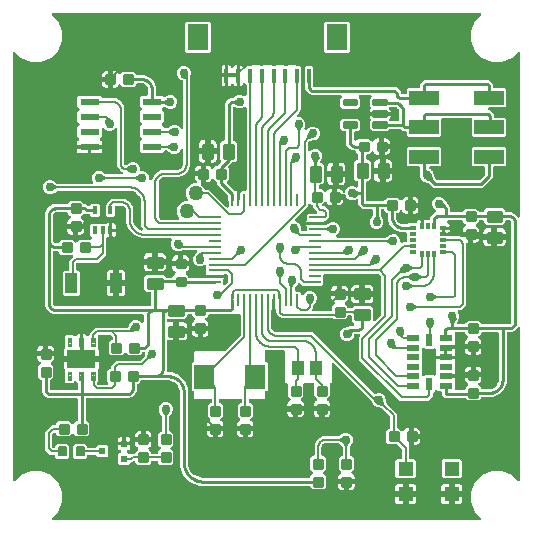
<source format=gbr>
G04 EAGLE Gerber RS-274X export*
G75*
%MOMM*%
%FSLAX34Y34*%
%LPD*%
%INTop Copper*%
%IPPOS*%
%AMOC8*
5,1,8,0,0,1.08239X$1,22.5*%
G01*
%ADD10C,0.254000*%
%ADD11C,0.222250*%
%ADD12C,0.190500*%
%ADD13C,0.105000*%
%ADD14R,2.400000X1.500000*%
%ADD15R,1.300000X1.150000*%
%ADD16R,1.650000X0.610000*%
%ADD17R,1.117600X0.508000*%
%ADD18R,0.508000X1.117600*%
%ADD19R,0.600000X0.350000*%
%ADD20R,0.350000X0.600000*%
%ADD21R,1.778000X2.032000*%
%ADD22R,0.200000X1.000000*%
%ADD23R,1.000000X0.200000*%
%ADD24R,1.000000X1.250000*%
%ADD25R,0.550000X0.600000*%
%ADD26R,0.300000X1.300000*%
%ADD27R,1.800000X2.200000*%
%ADD28C,1.270000*%
%ADD29R,1.000000X1.700000*%
%ADD30R,0.400000X0.700000*%
%ADD31C,0.317500*%
%ADD32R,2.500000X1.200000*%
%ADD33C,0.152400*%
%ADD34C,0.756400*%
%ADD35C,0.656400*%

G36*
X405573Y10178D02*
X405573Y10178D01*
X405711Y10191D01*
X405731Y10198D01*
X405751Y10201D01*
X405880Y10252D01*
X406011Y10299D01*
X406027Y10310D01*
X406046Y10318D01*
X406159Y10399D01*
X406274Y10477D01*
X406287Y10493D01*
X406304Y10504D01*
X406392Y10612D01*
X406484Y10716D01*
X406493Y10734D01*
X406506Y10749D01*
X406566Y10875D01*
X406629Y10999D01*
X406633Y11019D01*
X406642Y11037D01*
X406668Y11173D01*
X406699Y11309D01*
X406698Y11330D01*
X406702Y11349D01*
X406693Y11488D01*
X406689Y11627D01*
X406683Y11647D01*
X406682Y11667D01*
X406639Y11799D01*
X406600Y11933D01*
X406590Y11950D01*
X406584Y11969D01*
X406509Y12087D01*
X406439Y12207D01*
X406420Y12228D01*
X406414Y12238D01*
X406399Y12252D01*
X406333Y12327D01*
X401213Y17447D01*
X397839Y25592D01*
X397839Y34408D01*
X401213Y42553D01*
X407447Y48787D01*
X415592Y52161D01*
X424408Y52161D01*
X432553Y48787D01*
X437673Y43667D01*
X437782Y43582D01*
X437889Y43494D01*
X437908Y43485D01*
X437924Y43473D01*
X438052Y43417D01*
X438177Y43358D01*
X438197Y43354D01*
X438216Y43346D01*
X438354Y43324D01*
X438490Y43298D01*
X438510Y43300D01*
X438530Y43296D01*
X438669Y43309D01*
X438807Y43318D01*
X438826Y43324D01*
X438846Y43326D01*
X438978Y43373D01*
X439109Y43416D01*
X439127Y43427D01*
X439146Y43434D01*
X439261Y43512D01*
X439378Y43586D01*
X439392Y43601D01*
X439409Y43612D01*
X439501Y43717D01*
X439596Y43818D01*
X439606Y43836D01*
X439619Y43851D01*
X439683Y43975D01*
X439750Y44096D01*
X439755Y44116D01*
X439764Y44134D01*
X439794Y44270D01*
X439829Y44404D01*
X439831Y44432D01*
X439834Y44444D01*
X439833Y44465D01*
X439839Y44565D01*
X439839Y172386D01*
X439821Y172530D01*
X439806Y172675D01*
X439801Y172688D01*
X439799Y172701D01*
X439746Y172837D01*
X439695Y172973D01*
X439687Y172984D01*
X439682Y172997D01*
X439597Y173115D01*
X439514Y173235D01*
X439503Y173243D01*
X439496Y173254D01*
X439384Y173347D01*
X439273Y173443D01*
X439261Y173449D01*
X439251Y173457D01*
X439119Y173519D01*
X438988Y173584D01*
X438975Y173587D01*
X438963Y173593D01*
X438821Y173620D01*
X438677Y173651D01*
X438664Y173650D01*
X438651Y173652D01*
X438506Y173643D01*
X438360Y173637D01*
X438346Y173634D01*
X438333Y173633D01*
X438195Y173588D01*
X438055Y173546D01*
X438043Y173539D01*
X438031Y173535D01*
X437908Y173457D01*
X437783Y173381D01*
X437773Y173372D01*
X437762Y173365D01*
X437662Y173258D01*
X437560Y173154D01*
X437550Y173139D01*
X437544Y173133D01*
X437536Y173118D01*
X437471Y173020D01*
X436680Y171650D01*
X432781Y169399D01*
X429532Y169399D01*
X429414Y169384D01*
X429295Y169377D01*
X429257Y169364D01*
X429216Y169359D01*
X429106Y169316D01*
X428993Y169279D01*
X428958Y169257D01*
X428921Y169242D01*
X428825Y169173D01*
X428724Y169109D01*
X428696Y169079D01*
X428663Y169056D01*
X428587Y168964D01*
X428506Y168877D01*
X428486Y168842D01*
X428461Y168811D01*
X428410Y168703D01*
X428352Y168599D01*
X428342Y168559D01*
X428325Y168523D01*
X428303Y168406D01*
X428273Y168291D01*
X428269Y168231D01*
X428265Y168211D01*
X428267Y168190D01*
X428263Y168130D01*
X428263Y126199D01*
X426094Y120964D01*
X422088Y116958D01*
X416853Y114789D01*
X407815Y114789D01*
X407697Y114774D01*
X407578Y114767D01*
X407540Y114754D01*
X407499Y114749D01*
X407389Y114706D01*
X407276Y114669D01*
X407241Y114647D01*
X407204Y114632D01*
X407108Y114563D01*
X407007Y114499D01*
X406979Y114469D01*
X406946Y114446D01*
X406870Y114354D01*
X406789Y114267D01*
X406769Y114232D01*
X406744Y114201D01*
X406693Y114093D01*
X406635Y113989D01*
X406625Y113949D01*
X406608Y113913D01*
X406586Y113796D01*
X406556Y113681D01*
X406552Y113621D01*
X406548Y113601D01*
X406550Y113580D01*
X406546Y113520D01*
X406546Y113467D01*
X404693Y111614D01*
X395407Y111614D01*
X393873Y113148D01*
X393795Y113208D01*
X393723Y113276D01*
X393670Y113305D01*
X393622Y113342D01*
X393531Y113382D01*
X393444Y113430D01*
X393386Y113445D01*
X393330Y113469D01*
X393232Y113484D01*
X393136Y113509D01*
X393036Y113515D01*
X393016Y113519D01*
X393004Y113517D01*
X392976Y113519D01*
X377060Y113519D01*
X376971Y113578D01*
X376963Y113585D01*
X376959Y113586D01*
X376951Y113591D01*
X374679Y114903D01*
X373367Y117175D01*
X373315Y117244D01*
X373295Y117278D01*
X373295Y118374D01*
X373280Y118492D01*
X373273Y118611D01*
X373260Y118649D01*
X373255Y118690D01*
X373212Y118800D01*
X373175Y118913D01*
X373153Y118948D01*
X373138Y118985D01*
X373069Y119081D01*
X373005Y119182D01*
X372975Y119210D01*
X372952Y119243D01*
X372860Y119319D01*
X372773Y119400D01*
X372738Y119420D01*
X372707Y119445D01*
X372599Y119496D01*
X372495Y119554D01*
X372455Y119564D01*
X372419Y119581D01*
X372302Y119603D01*
X372187Y119633D01*
X372127Y119637D01*
X372107Y119641D01*
X372086Y119639D01*
X372026Y119643D01*
X370179Y119643D01*
X369657Y120164D01*
X369548Y120249D01*
X369441Y120338D01*
X369422Y120347D01*
X369406Y120359D01*
X369278Y120415D01*
X369153Y120474D01*
X369133Y120478D01*
X369114Y120486D01*
X368976Y120508D01*
X368840Y120534D01*
X368820Y120532D01*
X368800Y120535D01*
X368661Y120522D01*
X368523Y120514D01*
X368504Y120508D01*
X368484Y120506D01*
X368353Y120459D01*
X368221Y120416D01*
X368203Y120405D01*
X368184Y120398D01*
X368070Y120320D01*
X367952Y120246D01*
X367938Y120231D01*
X367921Y120219D01*
X367829Y120115D01*
X367734Y120014D01*
X367724Y119996D01*
X367711Y119981D01*
X367648Y119857D01*
X367580Y119735D01*
X367575Y119716D01*
X367566Y119698D01*
X367536Y119562D01*
X367501Y119428D01*
X367499Y119400D01*
X367496Y119388D01*
X367497Y119367D01*
X367491Y119267D01*
X367491Y119067D01*
X366084Y117660D01*
X366024Y117582D01*
X365956Y117510D01*
X365931Y117465D01*
X365926Y117458D01*
X365922Y117451D01*
X365890Y117409D01*
X365850Y117318D01*
X365802Y117231D01*
X365787Y117173D01*
X365763Y117117D01*
X365748Y117019D01*
X365723Y116923D01*
X365717Y116823D01*
X365713Y116803D01*
X365715Y116791D01*
X365713Y116763D01*
X365713Y115355D01*
X361845Y111487D01*
X338194Y111487D01*
X303511Y146170D01*
X303511Y165249D01*
X304225Y165963D01*
X304309Y166072D01*
X304399Y166179D01*
X304407Y166198D01*
X304420Y166214D01*
X304475Y166341D01*
X304534Y166467D01*
X304538Y166487D01*
X304546Y166506D01*
X304568Y166644D01*
X304594Y166780D01*
X304593Y166800D01*
X304596Y166820D01*
X304583Y166959D01*
X304574Y167097D01*
X304568Y167116D01*
X304566Y167136D01*
X304519Y167268D01*
X304476Y167399D01*
X304465Y167417D01*
X304458Y167436D01*
X304380Y167551D01*
X304306Y167668D01*
X304291Y167682D01*
X304280Y167699D01*
X304176Y167791D01*
X304074Y167886D01*
X304057Y167896D01*
X304041Y167909D01*
X303918Y167972D01*
X303796Y168040D01*
X303776Y168045D01*
X303758Y168054D01*
X303622Y168084D01*
X303488Y168119D01*
X303460Y168121D01*
X303448Y168124D01*
X303427Y168123D01*
X303327Y168129D01*
X300513Y168129D01*
X300401Y168115D01*
X300288Y168109D01*
X300244Y168095D01*
X300197Y168089D01*
X300092Y168048D01*
X299985Y168014D01*
X299945Y167990D01*
X299902Y167972D01*
X299810Y167906D01*
X299714Y167847D01*
X299682Y167813D01*
X299644Y167786D01*
X299572Y167699D01*
X299494Y167617D01*
X299471Y167577D01*
X299441Y167541D01*
X299393Y167439D01*
X299338Y167340D01*
X299315Y167272D01*
X299306Y167253D01*
X299302Y167235D01*
X299287Y167188D01*
X299246Y167035D01*
X299234Y166950D01*
X299213Y166868D01*
X299204Y166730D01*
X299203Y166720D01*
X299203Y166716D01*
X299203Y166707D01*
X299203Y166480D01*
X298938Y165840D01*
X298937Y165837D01*
X298935Y165835D01*
X298884Y165682D01*
X298638Y164762D01*
X298584Y164721D01*
X298574Y164709D01*
X298562Y164699D01*
X298476Y164584D01*
X298387Y164472D01*
X298380Y164458D01*
X298371Y164445D01*
X298320Y164341D01*
X296674Y162695D01*
X294530Y161807D01*
X292210Y161807D01*
X290066Y162695D01*
X288425Y164336D01*
X287537Y166480D01*
X287537Y168800D01*
X288425Y170944D01*
X290152Y172671D01*
X290214Y172751D01*
X291307Y173103D01*
X291327Y173113D01*
X291404Y173139D01*
X292210Y173473D01*
X292254Y173473D01*
X292370Y173487D01*
X292487Y173494D01*
X292549Y173510D01*
X292569Y173513D01*
X292588Y173520D01*
X292643Y173534D01*
X293390Y173775D01*
X293610Y173846D01*
X293659Y173869D01*
X293711Y173883D01*
X293856Y173955D01*
X295269Y174771D01*
X295764Y174771D01*
X295856Y174782D01*
X295949Y174784D01*
X296013Y174802D01*
X296080Y174811D01*
X296166Y174845D01*
X296255Y174870D01*
X296359Y174921D01*
X296375Y174928D01*
X296382Y174933D01*
X296400Y174941D01*
X296516Y175008D01*
X296538Y175002D01*
X296661Y174986D01*
X296782Y174962D01*
X296818Y174964D01*
X296853Y174959D01*
X296976Y174974D01*
X297099Y174981D01*
X297150Y174994D01*
X297169Y174996D01*
X297189Y175004D01*
X297255Y175021D01*
X297278Y175028D01*
X297506Y174910D01*
X297563Y174890D01*
X297617Y174860D01*
X297712Y174836D01*
X297805Y174802D01*
X297866Y174796D01*
X297925Y174781D01*
X298085Y174771D01*
X298164Y174771D01*
X298301Y174788D01*
X298440Y174801D01*
X298459Y174808D01*
X298479Y174811D01*
X298608Y174862D01*
X298739Y174909D01*
X298756Y174920D01*
X298775Y174928D01*
X298888Y175009D01*
X299003Y175087D01*
X299016Y175103D01*
X299032Y175114D01*
X299121Y175222D01*
X299213Y175326D01*
X299222Y175344D01*
X299235Y175359D01*
X299294Y175485D01*
X299358Y175609D01*
X299362Y175629D01*
X299371Y175647D01*
X299397Y175783D01*
X299427Y175919D01*
X299427Y175940D01*
X299431Y175959D01*
X299422Y176098D01*
X299418Y176237D01*
X299412Y176257D01*
X299411Y176277D01*
X299368Y176409D01*
X299329Y176543D01*
X299319Y176560D01*
X299313Y176579D01*
X299238Y176697D01*
X299168Y176817D01*
X299149Y176838D01*
X299143Y176848D01*
X299128Y176862D01*
X299061Y176937D01*
X297034Y178965D01*
X297034Y182608D01*
X297019Y182726D01*
X297012Y182845D01*
X296999Y182883D01*
X296994Y182924D01*
X296951Y183034D01*
X296914Y183147D01*
X296892Y183182D01*
X296877Y183219D01*
X296808Y183315D01*
X296744Y183416D01*
X296714Y183444D01*
X296691Y183477D01*
X296599Y183553D01*
X296512Y183634D01*
X296477Y183654D01*
X296446Y183679D01*
X296338Y183730D01*
X296234Y183788D01*
X296194Y183798D01*
X296158Y183815D01*
X296041Y183837D01*
X295926Y183867D01*
X295866Y183871D01*
X295846Y183875D01*
X295825Y183873D01*
X295765Y183877D01*
X294785Y183877D01*
X294667Y183862D01*
X294548Y183855D01*
X294510Y183842D01*
X294469Y183837D01*
X294359Y183794D01*
X294246Y183757D01*
X294211Y183735D01*
X294174Y183720D01*
X294078Y183651D01*
X293977Y183587D01*
X293949Y183557D01*
X293916Y183534D01*
X293840Y183442D01*
X293759Y183355D01*
X293739Y183320D01*
X293714Y183289D01*
X293663Y183181D01*
X293605Y183077D01*
X293595Y183037D01*
X293578Y183001D01*
X293556Y182884D01*
X293526Y182769D01*
X293522Y182709D01*
X293518Y182689D01*
X293520Y182668D01*
X293516Y182608D01*
X293516Y182047D01*
X291663Y180194D01*
X282377Y180194D01*
X281605Y180966D01*
X281527Y181026D01*
X281455Y181094D01*
X281402Y181123D01*
X281354Y181160D01*
X281263Y181200D01*
X281176Y181248D01*
X281118Y181263D01*
X281062Y181287D01*
X280964Y181302D01*
X280868Y181327D01*
X280768Y181333D01*
X280748Y181337D01*
X280736Y181335D01*
X280708Y181337D01*
X238185Y181337D01*
X235112Y183112D01*
X233337Y186185D01*
X233337Y187890D01*
X233322Y188008D01*
X233315Y188127D01*
X233302Y188165D01*
X233297Y188206D01*
X233254Y188316D01*
X233217Y188429D01*
X233195Y188464D01*
X233180Y188501D01*
X233111Y188597D01*
X233047Y188698D01*
X233017Y188726D01*
X232994Y188759D01*
X232902Y188835D01*
X232815Y188916D01*
X232780Y188936D01*
X232749Y188961D01*
X232641Y189012D01*
X232537Y189070D01*
X232497Y189080D01*
X232461Y189097D01*
X232419Y189105D01*
X232419Y196700D01*
X232404Y196818D01*
X232397Y196937D01*
X232385Y196975D01*
X232380Y197015D01*
X232336Y197126D01*
X232299Y197239D01*
X232277Y197273D01*
X232263Y197311D01*
X232193Y197407D01*
X232129Y197508D01*
X232099Y197536D01*
X232076Y197568D01*
X231984Y197644D01*
X231897Y197726D01*
X231862Y197745D01*
X231831Y197771D01*
X231723Y197822D01*
X231619Y197879D01*
X231580Y197889D01*
X231543Y197907D01*
X231426Y197929D01*
X231311Y197959D01*
X231251Y197963D01*
X231231Y197966D01*
X231230Y197966D01*
X231210Y197965D01*
X231150Y197969D01*
X231032Y197954D01*
X230913Y197947D01*
X230874Y197934D01*
X230834Y197929D01*
X230724Y197885D01*
X230610Y197849D01*
X230576Y197827D01*
X230539Y197812D01*
X230442Y197742D01*
X230342Y197678D01*
X230314Y197649D01*
X230281Y197625D01*
X230205Y197533D01*
X230124Y197447D01*
X230104Y197411D01*
X230078Y197380D01*
X230028Y197273D01*
X229970Y197168D01*
X229960Y197129D01*
X229943Y197093D01*
X229921Y196976D01*
X229891Y196860D01*
X229887Y196800D01*
X229883Y196780D01*
X229884Y196760D01*
X229881Y196700D01*
X229881Y189105D01*
X229806Y189076D01*
X229693Y189039D01*
X229658Y189017D01*
X229621Y189002D01*
X229525Y188933D01*
X229424Y188869D01*
X229396Y188839D01*
X229363Y188816D01*
X229287Y188724D01*
X229206Y188637D01*
X229186Y188602D01*
X229161Y188571D01*
X229110Y188463D01*
X229052Y188359D01*
X229042Y188319D01*
X229025Y188283D01*
X229003Y188166D01*
X228973Y188051D01*
X228969Y187991D01*
X228965Y187971D01*
X228967Y187950D01*
X228966Y187939D01*
X228965Y187936D01*
X228965Y187933D01*
X228963Y187890D01*
X228963Y174408D01*
X228965Y174388D01*
X228969Y174284D01*
X229045Y173512D01*
X229068Y173408D01*
X229083Y173303D01*
X229111Y173223D01*
X229115Y173202D01*
X229123Y173188D01*
X229135Y173150D01*
X229726Y171724D01*
X229731Y171716D01*
X229733Y171707D01*
X229809Y171578D01*
X229884Y171448D01*
X229890Y171442D01*
X229895Y171434D01*
X230001Y171313D01*
X231093Y170221D01*
X231100Y170216D01*
X231106Y170208D01*
X231225Y170118D01*
X231344Y170026D01*
X231353Y170023D01*
X231360Y170017D01*
X231504Y169946D01*
X232930Y169355D01*
X233033Y169327D01*
X233133Y169291D01*
X233216Y169277D01*
X233237Y169271D01*
X233253Y169271D01*
X233292Y169265D01*
X234064Y169189D01*
X234083Y169189D01*
X234188Y169183D01*
X264055Y169183D01*
X315764Y117474D01*
X315805Y117442D01*
X315840Y117404D01*
X315930Y117345D01*
X316015Y117279D01*
X316063Y117258D01*
X316106Y117230D01*
X316208Y117195D01*
X316307Y117152D01*
X316359Y117144D01*
X316408Y117128D01*
X316515Y117119D01*
X316621Y117103D01*
X316673Y117107D01*
X316725Y117103D01*
X316885Y117122D01*
X318257Y117367D01*
X318311Y117383D01*
X318367Y117391D01*
X318520Y117443D01*
X318880Y117593D01*
X319411Y117593D01*
X319442Y117597D01*
X319474Y117594D01*
X319634Y117612D01*
X320199Y117713D01*
X320256Y117682D01*
X320268Y117679D01*
X320280Y117673D01*
X320423Y117639D01*
X320563Y117603D01*
X320581Y117602D01*
X320589Y117600D01*
X320606Y117600D01*
X320724Y117593D01*
X321200Y117593D01*
X323344Y116705D01*
X324985Y115064D01*
X325272Y114372D01*
X325330Y114269D01*
X325382Y114162D01*
X325409Y114131D01*
X325429Y114095D01*
X325511Y114010D01*
X325583Y113926D01*
X325651Y113535D01*
X325669Y113478D01*
X325677Y113419D01*
X325729Y113267D01*
X325873Y112920D01*
X325873Y112374D01*
X325876Y112345D01*
X325874Y112316D01*
X325892Y112156D01*
X326302Y109803D01*
X326345Y109660D01*
X326387Y109518D01*
X326392Y109509D01*
X326395Y109499D01*
X326473Y109371D01*
X326548Y109244D01*
X326558Y109233D01*
X326561Y109228D01*
X326571Y109218D01*
X326655Y109123D01*
X326937Y108841D01*
X335553Y100225D01*
X335553Y89045D01*
X335568Y88927D01*
X335575Y88808D01*
X335588Y88770D01*
X335593Y88729D01*
X335636Y88619D01*
X335673Y88506D01*
X335695Y88471D01*
X335710Y88434D01*
X335779Y88338D01*
X335843Y88237D01*
X335873Y88209D01*
X335896Y88176D01*
X335988Y88100D01*
X336075Y88019D01*
X336110Y87999D01*
X336141Y87974D01*
X336249Y87923D01*
X336353Y87865D01*
X336393Y87855D01*
X336429Y87838D01*
X336546Y87816D01*
X336661Y87786D01*
X336721Y87782D01*
X336741Y87778D01*
X336762Y87780D01*
X336822Y87776D01*
X337383Y87776D01*
X339302Y85857D01*
X339401Y85780D01*
X339497Y85698D01*
X339527Y85683D01*
X339553Y85662D01*
X339669Y85612D01*
X339781Y85556D01*
X339814Y85549D01*
X339845Y85536D01*
X339970Y85516D01*
X340092Y85490D01*
X340126Y85491D01*
X340159Y85486D01*
X340285Y85498D01*
X340410Y85503D01*
X340442Y85513D01*
X340476Y85516D01*
X340594Y85558D01*
X340715Y85594D01*
X340744Y85612D01*
X340775Y85623D01*
X340879Y85694D01*
X340987Y85759D01*
X341011Y85783D01*
X341038Y85802D01*
X341122Y85896D01*
X341210Y85986D01*
X341237Y86027D01*
X341249Y86040D01*
X341259Y86060D01*
X341299Y86120D01*
X341724Y86856D01*
X342404Y87536D01*
X343237Y88017D01*
X344165Y88266D01*
X345758Y88266D01*
X345758Y82233D01*
X345773Y82114D01*
X345781Y81996D01*
X345793Y81957D01*
X345798Y81917D01*
X345842Y81806D01*
X345879Y81693D01*
X345900Y81659D01*
X345915Y81621D01*
X345985Y81525D01*
X346049Y81425D01*
X346078Y81397D01*
X346102Y81364D01*
X346194Y81288D01*
X346198Y81284D01*
X346192Y81277D01*
X346159Y81253D01*
X346083Y81161D01*
X346001Y81074D01*
X345982Y81039D01*
X345956Y81008D01*
X345905Y80900D01*
X345848Y80796D01*
X345838Y80757D01*
X345821Y80720D01*
X345798Y80603D01*
X345768Y80488D01*
X345765Y80428D01*
X345761Y80408D01*
X345762Y80387D01*
X345758Y80327D01*
X345758Y73784D01*
X345718Y73739D01*
X345709Y73721D01*
X345696Y73706D01*
X345637Y73580D01*
X345574Y73456D01*
X345569Y73436D01*
X345561Y73418D01*
X345535Y73282D01*
X345504Y73146D01*
X345505Y73125D01*
X345501Y73106D01*
X345510Y72967D01*
X345514Y72828D01*
X345520Y72808D01*
X345521Y72788D01*
X345564Y72656D01*
X345602Y72522D01*
X345613Y72505D01*
X345619Y72486D01*
X345633Y72464D01*
X345633Y62960D01*
X345648Y62842D01*
X345655Y62723D01*
X345668Y62685D01*
X345673Y62644D01*
X345716Y62534D01*
X345753Y62421D01*
X345775Y62386D01*
X345790Y62349D01*
X345859Y62253D01*
X345923Y62152D01*
X345953Y62124D01*
X345976Y62091D01*
X346068Y62015D01*
X346155Y61934D01*
X346190Y61914D01*
X346221Y61889D01*
X346329Y61838D01*
X346433Y61780D01*
X346473Y61770D01*
X346509Y61753D01*
X346626Y61731D01*
X346741Y61701D01*
X346801Y61697D01*
X346821Y61693D01*
X346842Y61695D01*
X346902Y61691D01*
X350169Y61691D01*
X351371Y60489D01*
X351371Y47291D01*
X350169Y46089D01*
X335471Y46089D01*
X334269Y47291D01*
X334269Y60489D01*
X335471Y61691D01*
X338738Y61691D01*
X338856Y61706D01*
X338975Y61713D01*
X339013Y61726D01*
X339054Y61731D01*
X339164Y61774D01*
X339277Y61811D01*
X339312Y61833D01*
X339349Y61848D01*
X339445Y61917D01*
X339546Y61981D01*
X339574Y62011D01*
X339607Y62034D01*
X339683Y62126D01*
X339764Y62213D01*
X339784Y62248D01*
X339809Y62279D01*
X339860Y62387D01*
X339918Y62491D01*
X339928Y62531D01*
X339945Y62567D01*
X339967Y62684D01*
X339997Y62799D01*
X340001Y62859D01*
X340005Y62879D01*
X340003Y62900D01*
X340007Y62960D01*
X340007Y69509D01*
X339995Y69607D01*
X339992Y69706D01*
X339975Y69765D01*
X339967Y69825D01*
X339931Y69917D01*
X339903Y70012D01*
X339873Y70064D01*
X339850Y70120D01*
X339792Y70200D01*
X339742Y70286D01*
X339676Y70361D01*
X339664Y70378D01*
X339654Y70386D01*
X339636Y70407D01*
X335630Y74413D01*
X335551Y74473D01*
X335479Y74541D01*
X335426Y74570D01*
X335378Y74607D01*
X335287Y74647D01*
X335201Y74695D01*
X335142Y74710D01*
X335087Y74734D01*
X334989Y74749D01*
X334893Y74774D01*
X334793Y74780D01*
X334772Y74784D01*
X334760Y74782D01*
X334732Y74784D01*
X328097Y74784D01*
X326244Y76637D01*
X326244Y85923D01*
X328097Y87776D01*
X328658Y87776D01*
X328776Y87791D01*
X328895Y87798D01*
X328933Y87811D01*
X328974Y87816D01*
X329084Y87859D01*
X329197Y87896D01*
X329232Y87918D01*
X329269Y87933D01*
X329365Y88002D01*
X329466Y88066D01*
X329494Y88096D01*
X329527Y88119D01*
X329603Y88211D01*
X329684Y88298D01*
X329704Y88333D01*
X329729Y88364D01*
X329780Y88472D01*
X329838Y88576D01*
X329848Y88616D01*
X329865Y88652D01*
X329887Y88769D01*
X329917Y88884D01*
X329921Y88944D01*
X329925Y88964D01*
X329923Y88985D01*
X329927Y89045D01*
X329927Y97369D01*
X329915Y97467D01*
X329912Y97566D01*
X329895Y97625D01*
X329887Y97685D01*
X329851Y97777D01*
X329823Y97872D01*
X329793Y97924D01*
X329770Y97980D01*
X329712Y98060D01*
X329662Y98146D01*
X329596Y98221D01*
X329584Y98238D01*
X329574Y98246D01*
X329556Y98267D01*
X322959Y104863D01*
X322677Y105145D01*
X322560Y105236D01*
X322443Y105330D01*
X322434Y105334D01*
X322425Y105340D01*
X322289Y105399D01*
X322154Y105461D01*
X322140Y105464D01*
X322134Y105467D01*
X322119Y105469D01*
X321997Y105498D01*
X320704Y105724D01*
X319644Y105908D01*
X319615Y105910D01*
X319586Y105917D01*
X319426Y105927D01*
X318880Y105927D01*
X318533Y106071D01*
X318476Y106086D01*
X318422Y106111D01*
X318265Y106149D01*
X317865Y106218D01*
X317827Y106266D01*
X317794Y106291D01*
X317767Y106321D01*
X317724Y106349D01*
X317691Y106381D01*
X317633Y106412D01*
X317573Y106458D01*
X317518Y106484D01*
X317501Y106496D01*
X317482Y106502D01*
X317428Y106528D01*
X316736Y106815D01*
X316001Y107550D01*
X315929Y107606D01*
X315863Y107670D01*
X315804Y107703D01*
X315750Y107745D01*
X315666Y107782D01*
X315587Y107827D01*
X315570Y107832D01*
X315452Y108037D01*
X315400Y108106D01*
X315356Y108181D01*
X315268Y108281D01*
X315261Y108291D01*
X315257Y108294D01*
X315249Y108302D01*
X315095Y108456D01*
X314827Y109104D01*
X314826Y109105D01*
X314826Y109106D01*
X314755Y109251D01*
X314141Y110319D01*
X314140Y110319D01*
X313298Y111785D01*
X313274Y111816D01*
X313257Y111852D01*
X313179Y111943D01*
X313107Y112038D01*
X313075Y112063D01*
X313050Y112093D01*
X312924Y112193D01*
X312698Y112351D01*
X312695Y112361D01*
X312654Y112501D01*
X312647Y112513D01*
X312643Y112525D01*
X312567Y112649D01*
X312492Y112775D01*
X312481Y112789D01*
X312476Y112796D01*
X312464Y112808D01*
X312386Y112896D01*
X282329Y142953D01*
X282220Y143038D01*
X282113Y143127D01*
X282094Y143135D01*
X282078Y143148D01*
X281950Y143203D01*
X281825Y143262D01*
X281805Y143266D01*
X281786Y143274D01*
X281648Y143296D01*
X281512Y143322D01*
X281492Y143321D01*
X281472Y143324D01*
X281333Y143311D01*
X281195Y143302D01*
X281176Y143296D01*
X281156Y143294D01*
X281024Y143247D01*
X280893Y143204D01*
X280875Y143193D01*
X280856Y143186D01*
X280741Y143108D01*
X280624Y143034D01*
X280610Y143019D01*
X280593Y143008D01*
X280501Y142904D01*
X280406Y142802D01*
X280396Y142785D01*
X280383Y142769D01*
X280319Y142646D01*
X280252Y142524D01*
X280247Y142504D01*
X280238Y142486D01*
X280208Y142350D01*
X280173Y142216D01*
X280171Y142188D01*
X280168Y142176D01*
X280169Y142155D01*
X280163Y142055D01*
X280163Y126684D01*
X279700Y126221D01*
X279598Y126215D01*
X279560Y126202D01*
X279519Y126197D01*
X279409Y126154D01*
X279296Y126117D01*
X279261Y126095D01*
X279224Y126080D01*
X279128Y126011D01*
X279027Y125947D01*
X278999Y125917D01*
X278966Y125894D01*
X278890Y125802D01*
X278809Y125715D01*
X278789Y125680D01*
X278764Y125649D01*
X278713Y125541D01*
X278655Y125437D01*
X278645Y125397D01*
X278628Y125361D01*
X278606Y125244D01*
X278576Y125129D01*
X278572Y125069D01*
X278568Y125049D01*
X278570Y125028D01*
X278566Y124968D01*
X278566Y115367D01*
X276647Y113448D01*
X276570Y113349D01*
X276488Y113253D01*
X276473Y113223D01*
X276452Y113197D01*
X276402Y113081D01*
X276346Y112969D01*
X276339Y112936D01*
X276326Y112905D01*
X276306Y112780D01*
X276280Y112658D01*
X276281Y112624D01*
X276276Y112591D01*
X276288Y112465D01*
X276293Y112340D01*
X276303Y112308D01*
X276306Y112274D01*
X276348Y112156D01*
X276384Y112035D01*
X276402Y112006D01*
X276413Y111975D01*
X276484Y111871D01*
X276549Y111763D01*
X276573Y111739D01*
X276592Y111712D01*
X276686Y111628D01*
X276776Y111540D01*
X276817Y111513D01*
X276830Y111501D01*
X276850Y111491D01*
X276910Y111451D01*
X277646Y111026D01*
X278326Y110346D01*
X278807Y109513D01*
X279056Y108585D01*
X279056Y106992D01*
X273023Y106992D01*
X272904Y106977D01*
X272786Y106969D01*
X272747Y106957D01*
X272707Y106952D01*
X272596Y106908D01*
X272483Y106871D01*
X272449Y106850D01*
X272411Y106835D01*
X272315Y106765D01*
X272215Y106701D01*
X272187Y106672D01*
X272154Y106648D01*
X272078Y106556D01*
X272074Y106552D01*
X272067Y106558D01*
X272043Y106591D01*
X271951Y106667D01*
X271864Y106749D01*
X271829Y106768D01*
X271798Y106794D01*
X271690Y106845D01*
X271586Y106902D01*
X271547Y106912D01*
X271510Y106929D01*
X271393Y106952D01*
X271278Y106982D01*
X271218Y106985D01*
X271198Y106989D01*
X271177Y106988D01*
X271117Y106992D01*
X265084Y106992D01*
X265084Y108585D01*
X265333Y109513D01*
X265814Y110346D01*
X266494Y111026D01*
X267230Y111451D01*
X267330Y111527D01*
X267434Y111598D01*
X267457Y111623D01*
X267483Y111643D01*
X267562Y111742D01*
X267645Y111836D01*
X267660Y111866D01*
X267681Y111893D01*
X267732Y112008D01*
X267789Y112119D01*
X267797Y112152D01*
X267810Y112183D01*
X267832Y112307D01*
X267859Y112430D01*
X267858Y112463D01*
X267864Y112497D01*
X267853Y112622D01*
X267849Y112748D01*
X267840Y112780D01*
X267837Y112814D01*
X267796Y112932D01*
X267761Y113053D01*
X267744Y113082D01*
X267733Y113114D01*
X267663Y113219D01*
X267599Y113327D01*
X267567Y113364D01*
X267557Y113379D01*
X267541Y113393D01*
X267493Y113448D01*
X265574Y115367D01*
X265574Y124968D01*
X265559Y125086D01*
X265552Y125205D01*
X265539Y125243D01*
X265534Y125284D01*
X265491Y125394D01*
X265454Y125507D01*
X265432Y125542D01*
X265417Y125579D01*
X265348Y125675D01*
X265284Y125776D01*
X265254Y125804D01*
X265231Y125837D01*
X265139Y125913D01*
X265052Y125994D01*
X265017Y126014D01*
X264986Y126039D01*
X264878Y126090D01*
X264774Y126148D01*
X264734Y126158D01*
X264698Y126175D01*
X264581Y126197D01*
X264466Y126227D01*
X264406Y126231D01*
X264386Y126235D01*
X264365Y126233D01*
X264305Y126237D01*
X257445Y126237D01*
X257327Y126222D01*
X257208Y126215D01*
X257170Y126202D01*
X257129Y126197D01*
X257019Y126154D01*
X256906Y126117D01*
X256871Y126095D01*
X256834Y126080D01*
X256738Y126011D01*
X256637Y125947D01*
X256609Y125917D01*
X256576Y125894D01*
X256500Y125802D01*
X256419Y125715D01*
X256399Y125680D01*
X256374Y125649D01*
X256323Y125541D01*
X256265Y125437D01*
X256255Y125397D01*
X256238Y125361D01*
X256216Y125244D01*
X256186Y125129D01*
X256182Y125069D01*
X256178Y125049D01*
X256180Y125028D01*
X256176Y124968D01*
X256176Y115367D01*
X254257Y113448D01*
X254180Y113349D01*
X254098Y113253D01*
X254083Y113223D01*
X254062Y113197D01*
X254012Y113081D01*
X253956Y112969D01*
X253949Y112936D01*
X253936Y112905D01*
X253916Y112780D01*
X253890Y112658D01*
X253891Y112624D01*
X253886Y112591D01*
X253898Y112465D01*
X253903Y112340D01*
X253913Y112308D01*
X253916Y112274D01*
X253958Y112156D01*
X253994Y112035D01*
X254012Y112006D01*
X254023Y111975D01*
X254094Y111871D01*
X254159Y111763D01*
X254183Y111739D01*
X254202Y111712D01*
X254296Y111628D01*
X254386Y111540D01*
X254427Y111513D01*
X254440Y111501D01*
X254460Y111491D01*
X254520Y111451D01*
X255256Y111026D01*
X255936Y110346D01*
X256417Y109513D01*
X256666Y108585D01*
X256666Y106992D01*
X250633Y106992D01*
X250514Y106977D01*
X250396Y106969D01*
X250357Y106957D01*
X250317Y106952D01*
X250206Y106908D01*
X250093Y106871D01*
X250059Y106850D01*
X250021Y106835D01*
X249925Y106765D01*
X249825Y106701D01*
X249797Y106672D01*
X249764Y106648D01*
X249688Y106556D01*
X249684Y106552D01*
X249677Y106558D01*
X249653Y106591D01*
X249561Y106667D01*
X249474Y106749D01*
X249439Y106768D01*
X249408Y106794D01*
X249300Y106845D01*
X249196Y106902D01*
X249157Y106912D01*
X249120Y106929D01*
X249003Y106952D01*
X248888Y106982D01*
X248828Y106985D01*
X248808Y106989D01*
X248787Y106988D01*
X248727Y106992D01*
X242694Y106992D01*
X242694Y108585D01*
X242943Y109513D01*
X243424Y110346D01*
X244104Y111026D01*
X244840Y111451D01*
X244940Y111527D01*
X245044Y111598D01*
X245067Y111623D01*
X245093Y111643D01*
X245172Y111742D01*
X245255Y111836D01*
X245270Y111866D01*
X245291Y111893D01*
X245342Y112008D01*
X245399Y112119D01*
X245407Y112152D01*
X245420Y112183D01*
X245442Y112307D01*
X245469Y112430D01*
X245468Y112463D01*
X245474Y112497D01*
X245463Y112622D01*
X245459Y112748D01*
X245450Y112780D01*
X245447Y112814D01*
X245406Y112932D01*
X245371Y113053D01*
X245354Y113082D01*
X245343Y113114D01*
X245273Y113219D01*
X245209Y113327D01*
X245177Y113364D01*
X245167Y113379D01*
X245151Y113393D01*
X245103Y113448D01*
X243184Y115367D01*
X243184Y124968D01*
X243169Y125086D01*
X243162Y125205D01*
X243149Y125243D01*
X243144Y125284D01*
X243101Y125394D01*
X243064Y125507D01*
X243042Y125542D01*
X243027Y125579D01*
X242958Y125675D01*
X242894Y125776D01*
X242864Y125804D01*
X242841Y125837D01*
X242749Y125913D01*
X242662Y125994D01*
X242627Y126014D01*
X242596Y126039D01*
X242488Y126090D01*
X242384Y126148D01*
X242344Y126158D01*
X242308Y126175D01*
X242191Y126197D01*
X242076Y126227D01*
X242016Y126231D01*
X241996Y126235D01*
X241975Y126233D01*
X241915Y126237D01*
X240984Y126237D01*
X240537Y126684D01*
X240537Y153144D01*
X240522Y153262D01*
X240515Y153381D01*
X240502Y153419D01*
X240497Y153460D01*
X240454Y153570D01*
X240417Y153683D01*
X240395Y153718D01*
X240380Y153755D01*
X240311Y153851D01*
X240247Y153952D01*
X240217Y153980D01*
X240194Y154013D01*
X240102Y154089D01*
X240015Y154170D01*
X239980Y154190D01*
X239949Y154215D01*
X239841Y154266D01*
X239737Y154324D01*
X239697Y154334D01*
X239661Y154351D01*
X239544Y154373D01*
X239429Y154403D01*
X239369Y154407D01*
X239349Y154411D01*
X239328Y154409D01*
X239268Y154413D01*
X225361Y154413D01*
X225276Y154448D01*
X225228Y154462D01*
X225183Y154483D01*
X225075Y154503D01*
X224969Y154532D01*
X224919Y154533D01*
X224870Y154543D01*
X224761Y154536D01*
X224651Y154537D01*
X224603Y154526D01*
X224553Y154523D01*
X224449Y154489D01*
X224342Y154463D01*
X224298Y154440D01*
X224251Y154425D01*
X224158Y154366D01*
X224061Y154315D01*
X224024Y154281D01*
X223982Y154255D01*
X223907Y154175D01*
X223825Y154101D01*
X223798Y154059D01*
X223764Y154023D01*
X223711Y153927D01*
X223651Y153835D01*
X223634Y153788D01*
X223610Y153744D01*
X223583Y153638D01*
X223547Y153534D01*
X223543Y153485D01*
X223531Y153437D01*
X223521Y153276D01*
X223521Y145390D01*
X223536Y145272D01*
X223543Y145153D01*
X223556Y145115D01*
X223561Y145074D01*
X223604Y144964D01*
X223641Y144851D01*
X223663Y144816D01*
X223678Y144779D01*
X223747Y144683D01*
X223811Y144582D01*
X223841Y144554D01*
X223864Y144521D01*
X223956Y144445D01*
X224043Y144364D01*
X224078Y144344D01*
X224109Y144319D01*
X224217Y144268D01*
X224321Y144210D01*
X224361Y144200D01*
X224397Y144183D01*
X224514Y144161D01*
X224629Y144131D01*
X224689Y144127D01*
X224709Y144123D01*
X224730Y144125D01*
X224790Y144121D01*
X225469Y144121D01*
X226671Y142919D01*
X226671Y120901D01*
X225469Y119699D01*
X224790Y119699D01*
X224672Y119684D01*
X224553Y119677D01*
X224515Y119664D01*
X224474Y119659D01*
X224364Y119616D01*
X224251Y119579D01*
X224216Y119557D01*
X224179Y119542D01*
X224083Y119473D01*
X223982Y119409D01*
X223954Y119379D01*
X223921Y119356D01*
X223845Y119264D01*
X223764Y119177D01*
X223744Y119142D01*
X223719Y119111D01*
X223668Y119003D01*
X223610Y118899D01*
X223600Y118859D01*
X223583Y118823D01*
X223561Y118706D01*
X223531Y118591D01*
X223527Y118531D01*
X223523Y118511D01*
X223525Y118490D01*
X223521Y118430D01*
X223521Y113774D01*
X222776Y113029D01*
X211092Y113029D01*
X210974Y113014D01*
X210855Y113007D01*
X210817Y112994D01*
X210776Y112989D01*
X210666Y112946D01*
X210553Y112909D01*
X210518Y112887D01*
X210481Y112872D01*
X210385Y112803D01*
X210284Y112739D01*
X210256Y112709D01*
X210223Y112686D01*
X210147Y112594D01*
X210066Y112507D01*
X210046Y112472D01*
X210021Y112441D01*
X209970Y112333D01*
X209912Y112229D01*
X209902Y112189D01*
X209885Y112153D01*
X209863Y112036D01*
X209833Y111921D01*
X209829Y111861D01*
X209825Y111841D01*
X209827Y111820D01*
X209823Y111760D01*
X209823Y110635D01*
X209838Y110517D01*
X209845Y110398D01*
X209858Y110360D01*
X209863Y110319D01*
X209906Y110209D01*
X209943Y110096D01*
X209965Y110061D01*
X209980Y110024D01*
X210049Y109928D01*
X210113Y109827D01*
X210143Y109799D01*
X210166Y109766D01*
X210258Y109690D01*
X210345Y109609D01*
X210380Y109589D01*
X210411Y109564D01*
X210519Y109513D01*
X210623Y109455D01*
X210663Y109445D01*
X210699Y109428D01*
X210816Y109406D01*
X210931Y109376D01*
X210991Y109372D01*
X211011Y109368D01*
X211032Y109370D01*
X211092Y109366D01*
X211653Y109366D01*
X213506Y107513D01*
X213506Y98227D01*
X211587Y96308D01*
X211510Y96209D01*
X211428Y96113D01*
X211413Y96083D01*
X211392Y96057D01*
X211342Y95941D01*
X211286Y95829D01*
X211279Y95796D01*
X211266Y95765D01*
X211246Y95640D01*
X211220Y95518D01*
X211221Y95484D01*
X211216Y95451D01*
X211228Y95325D01*
X211233Y95200D01*
X211243Y95168D01*
X211246Y95134D01*
X211288Y95016D01*
X211324Y94895D01*
X211342Y94866D01*
X211353Y94835D01*
X211424Y94731D01*
X211489Y94623D01*
X211513Y94599D01*
X211532Y94572D01*
X211626Y94488D01*
X211716Y94400D01*
X211757Y94373D01*
X211770Y94361D01*
X211790Y94351D01*
X211850Y94311D01*
X212586Y93886D01*
X213266Y93206D01*
X213747Y92373D01*
X213996Y91445D01*
X213996Y89852D01*
X207963Y89852D01*
X207844Y89837D01*
X207726Y89829D01*
X207687Y89817D01*
X207647Y89812D01*
X207536Y89768D01*
X207423Y89731D01*
X207389Y89710D01*
X207351Y89695D01*
X207255Y89625D01*
X207155Y89561D01*
X207127Y89532D01*
X207094Y89508D01*
X207018Y89416D01*
X207014Y89412D01*
X207007Y89418D01*
X206983Y89451D01*
X206891Y89527D01*
X206804Y89609D01*
X206769Y89628D01*
X206738Y89654D01*
X206630Y89705D01*
X206526Y89762D01*
X206487Y89772D01*
X206450Y89789D01*
X206333Y89812D01*
X206218Y89842D01*
X206158Y89845D01*
X206138Y89849D01*
X206117Y89848D01*
X206057Y89852D01*
X200024Y89852D01*
X200024Y91445D01*
X200273Y92373D01*
X200754Y93206D01*
X201434Y93886D01*
X202170Y94311D01*
X202270Y94387D01*
X202374Y94458D01*
X202397Y94483D01*
X202423Y94503D01*
X202502Y94602D01*
X202585Y94696D01*
X202600Y94726D01*
X202621Y94753D01*
X202672Y94868D01*
X202729Y94979D01*
X202737Y95012D01*
X202750Y95043D01*
X202772Y95167D01*
X202799Y95290D01*
X202798Y95323D01*
X202804Y95357D01*
X202793Y95482D01*
X202789Y95608D01*
X202780Y95640D01*
X202777Y95674D01*
X202736Y95792D01*
X202701Y95913D01*
X202684Y95942D01*
X202673Y95974D01*
X202603Y96079D01*
X202539Y96187D01*
X202507Y96224D01*
X202497Y96239D01*
X202481Y96253D01*
X202433Y96308D01*
X200514Y98227D01*
X200514Y107513D01*
X202367Y109366D01*
X202928Y109366D01*
X203046Y109381D01*
X203165Y109388D01*
X203203Y109401D01*
X203244Y109406D01*
X203354Y109449D01*
X203467Y109486D01*
X203502Y109508D01*
X203539Y109523D01*
X203635Y109592D01*
X203736Y109656D01*
X203764Y109686D01*
X203797Y109709D01*
X203873Y109801D01*
X203954Y109888D01*
X203974Y109923D01*
X203999Y109954D01*
X204050Y110062D01*
X204108Y110166D01*
X204118Y110206D01*
X204135Y110242D01*
X204157Y110359D01*
X204187Y110474D01*
X204191Y110534D01*
X204195Y110554D01*
X204193Y110575D01*
X204197Y110635D01*
X204197Y111760D01*
X204182Y111878D01*
X204175Y111997D01*
X204163Y112035D01*
X204157Y112076D01*
X204114Y112186D01*
X204077Y112299D01*
X204055Y112334D01*
X204040Y112371D01*
X203971Y112467D01*
X203907Y112568D01*
X203877Y112596D01*
X203854Y112629D01*
X203762Y112705D01*
X203675Y112786D01*
X203640Y112806D01*
X203609Y112831D01*
X203501Y112882D01*
X203397Y112940D01*
X203357Y112950D01*
X203321Y112967D01*
X203204Y112989D01*
X203089Y113019D01*
X203029Y113023D01*
X203009Y113027D01*
X202988Y113025D01*
X202928Y113029D01*
X185692Y113029D01*
X185574Y113014D01*
X185455Y113007D01*
X185417Y112994D01*
X185376Y112989D01*
X185266Y112946D01*
X185153Y112909D01*
X185118Y112887D01*
X185081Y112872D01*
X184985Y112803D01*
X184884Y112739D01*
X184856Y112709D01*
X184823Y112686D01*
X184747Y112594D01*
X184666Y112507D01*
X184646Y112472D01*
X184621Y112441D01*
X184570Y112333D01*
X184512Y112229D01*
X184502Y112189D01*
X184485Y112153D01*
X184463Y112036D01*
X184433Y111921D01*
X184429Y111861D01*
X184425Y111841D01*
X184427Y111820D01*
X184423Y111760D01*
X184423Y110635D01*
X184438Y110517D01*
X184445Y110398D01*
X184458Y110360D01*
X184463Y110319D01*
X184506Y110209D01*
X184543Y110096D01*
X184565Y110061D01*
X184580Y110024D01*
X184649Y109928D01*
X184713Y109827D01*
X184743Y109799D01*
X184766Y109766D01*
X184858Y109690D01*
X184945Y109609D01*
X184980Y109589D01*
X185011Y109564D01*
X185119Y109513D01*
X185223Y109455D01*
X185263Y109445D01*
X185299Y109428D01*
X185416Y109406D01*
X185531Y109376D01*
X185591Y109372D01*
X185611Y109368D01*
X185632Y109370D01*
X185692Y109366D01*
X186253Y109366D01*
X188106Y107513D01*
X188106Y98227D01*
X186187Y96308D01*
X186110Y96209D01*
X186028Y96113D01*
X186013Y96083D01*
X185992Y96057D01*
X185942Y95941D01*
X185886Y95829D01*
X185879Y95796D01*
X185866Y95765D01*
X185846Y95640D01*
X185820Y95518D01*
X185821Y95484D01*
X185816Y95451D01*
X185828Y95325D01*
X185833Y95200D01*
X185843Y95168D01*
X185846Y95134D01*
X185888Y95016D01*
X185924Y94895D01*
X185942Y94866D01*
X185953Y94835D01*
X186024Y94731D01*
X186089Y94623D01*
X186113Y94599D01*
X186132Y94572D01*
X186226Y94488D01*
X186316Y94400D01*
X186357Y94373D01*
X186370Y94361D01*
X186390Y94351D01*
X186450Y94311D01*
X187186Y93886D01*
X187866Y93206D01*
X188347Y92373D01*
X188596Y91445D01*
X188596Y89852D01*
X182563Y89852D01*
X182444Y89837D01*
X182326Y89829D01*
X182287Y89817D01*
X182247Y89812D01*
X182136Y89768D01*
X182023Y89731D01*
X181989Y89710D01*
X181951Y89695D01*
X181855Y89625D01*
X181755Y89561D01*
X181727Y89532D01*
X181694Y89508D01*
X181618Y89416D01*
X181614Y89412D01*
X181607Y89418D01*
X181583Y89451D01*
X181491Y89527D01*
X181404Y89609D01*
X181369Y89628D01*
X181338Y89654D01*
X181230Y89705D01*
X181126Y89762D01*
X181087Y89772D01*
X181050Y89789D01*
X180933Y89812D01*
X180818Y89842D01*
X180758Y89845D01*
X180738Y89849D01*
X180717Y89848D01*
X180657Y89852D01*
X174624Y89852D01*
X174624Y91445D01*
X174873Y92373D01*
X175354Y93206D01*
X176034Y93886D01*
X176770Y94311D01*
X176870Y94387D01*
X176974Y94458D01*
X176997Y94483D01*
X177023Y94503D01*
X177102Y94602D01*
X177185Y94696D01*
X177200Y94726D01*
X177221Y94753D01*
X177272Y94868D01*
X177329Y94979D01*
X177337Y95012D01*
X177350Y95043D01*
X177372Y95167D01*
X177399Y95290D01*
X177398Y95323D01*
X177404Y95357D01*
X177393Y95482D01*
X177389Y95608D01*
X177380Y95640D01*
X177377Y95674D01*
X177336Y95792D01*
X177301Y95913D01*
X177284Y95942D01*
X177273Y95974D01*
X177203Y96079D01*
X177139Y96187D01*
X177107Y96224D01*
X177097Y96239D01*
X177081Y96253D01*
X177033Y96308D01*
X175114Y98227D01*
X175114Y107513D01*
X176967Y109366D01*
X177528Y109366D01*
X177646Y109381D01*
X177765Y109388D01*
X177803Y109401D01*
X177844Y109406D01*
X177954Y109449D01*
X178067Y109486D01*
X178102Y109508D01*
X178139Y109523D01*
X178235Y109592D01*
X178336Y109656D01*
X178364Y109686D01*
X178397Y109709D01*
X178473Y109801D01*
X178554Y109888D01*
X178574Y109923D01*
X178599Y109954D01*
X178650Y110062D01*
X178708Y110166D01*
X178718Y110206D01*
X178735Y110242D01*
X178757Y110359D01*
X178787Y110474D01*
X178791Y110534D01*
X178795Y110554D01*
X178793Y110575D01*
X178797Y110635D01*
X178797Y111760D01*
X178782Y111878D01*
X178775Y111997D01*
X178763Y112035D01*
X178757Y112076D01*
X178714Y112186D01*
X178677Y112299D01*
X178655Y112334D01*
X178640Y112371D01*
X178571Y112467D01*
X178507Y112568D01*
X178477Y112596D01*
X178454Y112629D01*
X178362Y112705D01*
X178275Y112786D01*
X178240Y112806D01*
X178209Y112831D01*
X178101Y112882D01*
X177997Y112940D01*
X177957Y112950D01*
X177921Y112967D01*
X177804Y112989D01*
X177689Y113019D01*
X177629Y113023D01*
X177609Y113027D01*
X177588Y113025D01*
X177528Y113029D01*
X164574Y113029D01*
X163829Y113774D01*
X163829Y118430D01*
X163814Y118548D01*
X163807Y118667D01*
X163794Y118705D01*
X163789Y118746D01*
X163746Y118856D01*
X163709Y118969D01*
X163687Y119004D01*
X163672Y119041D01*
X163603Y119137D01*
X163539Y119238D01*
X163509Y119266D01*
X163486Y119299D01*
X163394Y119375D01*
X163307Y119456D01*
X163272Y119476D01*
X163241Y119501D01*
X163133Y119552D01*
X163029Y119610D01*
X162989Y119620D01*
X162953Y119637D01*
X162854Y119656D01*
X161609Y120901D01*
X161609Y142919D01*
X162847Y144157D01*
X162876Y144161D01*
X162986Y144204D01*
X163099Y144241D01*
X163134Y144263D01*
X163171Y144278D01*
X163267Y144347D01*
X163368Y144411D01*
X163396Y144441D01*
X163429Y144464D01*
X163505Y144556D01*
X163586Y144643D01*
X163606Y144678D01*
X163631Y144709D01*
X163682Y144817D01*
X163740Y144921D01*
X163750Y144961D01*
X163767Y144997D01*
X163789Y145114D01*
X163819Y145229D01*
X163823Y145289D01*
X163827Y145309D01*
X163825Y145330D01*
X163829Y145390D01*
X163829Y152926D01*
X164574Y153671D01*
X189807Y153671D01*
X189905Y153683D01*
X190004Y153686D01*
X190063Y153703D01*
X190123Y153711D01*
X190215Y153747D01*
X190310Y153775D01*
X190362Y153805D01*
X190418Y153828D01*
X190499Y153886D01*
X190584Y153936D01*
X190659Y154002D01*
X190676Y154014D01*
X190684Y154024D01*
X190705Y154042D01*
X202966Y166303D01*
X203026Y166382D01*
X203094Y166454D01*
X203123Y166507D01*
X203160Y166555D01*
X203200Y166646D01*
X203248Y166732D01*
X203263Y166791D01*
X203287Y166846D01*
X203302Y166944D01*
X203327Y167040D01*
X203333Y167140D01*
X203337Y167161D01*
X203335Y167173D01*
X203337Y167201D01*
X203337Y183515D01*
X203322Y183633D01*
X203315Y183752D01*
X203302Y183790D01*
X203297Y183831D01*
X203254Y183941D01*
X203217Y184054D01*
X203195Y184089D01*
X203180Y184126D01*
X203111Y184222D01*
X203047Y184323D01*
X203017Y184351D01*
X202994Y184384D01*
X202902Y184460D01*
X202815Y184541D01*
X202780Y184561D01*
X202749Y184586D01*
X202641Y184637D01*
X202537Y184695D01*
X202497Y184705D01*
X202461Y184722D01*
X202344Y184744D01*
X202229Y184774D01*
X202169Y184778D01*
X202149Y184782D01*
X202128Y184780D01*
X202068Y184784D01*
X195354Y184784D01*
X195263Y184773D01*
X195170Y184771D01*
X195106Y184753D01*
X195039Y184744D01*
X194953Y184710D01*
X194864Y184686D01*
X194770Y184639D01*
X176675Y184639D01*
X176557Y184624D01*
X176438Y184617D01*
X176400Y184604D01*
X176359Y184599D01*
X176249Y184556D01*
X176136Y184519D01*
X176101Y184497D01*
X176064Y184482D01*
X175968Y184413D01*
X175867Y184349D01*
X175839Y184319D01*
X175806Y184296D01*
X175730Y184204D01*
X175649Y184117D01*
X175629Y184082D01*
X175604Y184051D01*
X175553Y183943D01*
X175495Y183839D01*
X175485Y183799D01*
X175468Y183763D01*
X175446Y183646D01*
X175416Y183531D01*
X175412Y183471D01*
X175408Y183451D01*
X175410Y183430D01*
X175406Y183370D01*
X175406Y183317D01*
X173487Y181398D01*
X173410Y181299D01*
X173328Y181203D01*
X173313Y181173D01*
X173292Y181147D01*
X173242Y181031D01*
X173186Y180919D01*
X173179Y180886D01*
X173166Y180855D01*
X173146Y180730D01*
X173120Y180608D01*
X173121Y180574D01*
X173116Y180541D01*
X173128Y180415D01*
X173133Y180290D01*
X173143Y180258D01*
X173146Y180224D01*
X173188Y180106D01*
X173224Y179985D01*
X173242Y179956D01*
X173253Y179925D01*
X173324Y179821D01*
X173389Y179713D01*
X173413Y179689D01*
X173432Y179662D01*
X173526Y179578D01*
X173616Y179490D01*
X173657Y179463D01*
X173670Y179451D01*
X173690Y179441D01*
X173750Y179401D01*
X174486Y178976D01*
X175166Y178296D01*
X175647Y177463D01*
X175896Y176535D01*
X175896Y174942D01*
X169863Y174942D01*
X169744Y174927D01*
X169626Y174919D01*
X169587Y174907D01*
X169547Y174902D01*
X169436Y174858D01*
X169323Y174821D01*
X169289Y174800D01*
X169251Y174785D01*
X169155Y174715D01*
X169055Y174651D01*
X169027Y174622D01*
X168994Y174598D01*
X168918Y174506D01*
X168914Y174502D01*
X168907Y174508D01*
X168883Y174541D01*
X168791Y174617D01*
X168704Y174699D01*
X168669Y174718D01*
X168638Y174744D01*
X168530Y174795D01*
X168426Y174852D01*
X168387Y174862D01*
X168350Y174879D01*
X168233Y174902D01*
X168118Y174932D01*
X168058Y174935D01*
X168038Y174939D01*
X168017Y174938D01*
X167957Y174942D01*
X161924Y174942D01*
X161924Y176535D01*
X162173Y177463D01*
X162654Y178296D01*
X163334Y178976D01*
X164070Y179401D01*
X164170Y179477D01*
X164274Y179548D01*
X164297Y179573D01*
X164323Y179593D01*
X164402Y179692D01*
X164485Y179786D01*
X164500Y179816D01*
X164521Y179843D01*
X164572Y179957D01*
X164629Y180069D01*
X164637Y180102D01*
X164650Y180133D01*
X164672Y180257D01*
X164699Y180380D01*
X164698Y180413D01*
X164704Y180447D01*
X164693Y180572D01*
X164689Y180698D01*
X164680Y180730D01*
X164677Y180764D01*
X164636Y180882D01*
X164601Y181003D01*
X164584Y181032D01*
X164573Y181064D01*
X164503Y181169D01*
X164439Y181277D01*
X164407Y181314D01*
X164397Y181329D01*
X164381Y181343D01*
X164333Y181398D01*
X162414Y183317D01*
X162414Y183370D01*
X162399Y183488D01*
X162392Y183607D01*
X162379Y183645D01*
X162374Y183686D01*
X162331Y183796D01*
X162294Y183909D01*
X162272Y183944D01*
X162257Y183981D01*
X162188Y184077D01*
X162124Y184178D01*
X162094Y184206D01*
X162071Y184239D01*
X161979Y184315D01*
X161892Y184396D01*
X161857Y184416D01*
X161826Y184441D01*
X161718Y184492D01*
X161614Y184550D01*
X161574Y184560D01*
X161538Y184577D01*
X161421Y184599D01*
X161306Y184629D01*
X161246Y184633D01*
X161226Y184637D01*
X161205Y184635D01*
X161145Y184639D01*
X158895Y184639D01*
X158777Y184624D01*
X158658Y184617D01*
X158620Y184604D01*
X158579Y184599D01*
X158469Y184556D01*
X158356Y184519D01*
X158321Y184497D01*
X158284Y184482D01*
X158188Y184413D01*
X158087Y184349D01*
X158059Y184319D01*
X158026Y184296D01*
X157950Y184204D01*
X157869Y184117D01*
X157849Y184082D01*
X157824Y184051D01*
X157773Y183943D01*
X157715Y183839D01*
X157705Y183799D01*
X157688Y183763D01*
X157666Y183646D01*
X157636Y183531D01*
X157632Y183471D01*
X157628Y183451D01*
X157630Y183430D01*
X157626Y183370D01*
X157626Y182775D01*
X155680Y180829D01*
X141750Y180829D01*
X141632Y180814D01*
X141513Y180807D01*
X141475Y180794D01*
X141434Y180789D01*
X141324Y180746D01*
X141211Y180709D01*
X141176Y180687D01*
X141139Y180672D01*
X141043Y180603D01*
X140942Y180539D01*
X140914Y180509D01*
X140881Y180486D01*
X140805Y180394D01*
X140724Y180307D01*
X140704Y180272D01*
X140679Y180241D01*
X140628Y180133D01*
X140570Y180029D01*
X140560Y179989D01*
X140543Y179953D01*
X140521Y179836D01*
X140491Y179721D01*
X140487Y179661D01*
X140483Y179641D01*
X140485Y179620D01*
X140481Y179560D01*
X140481Y178948D01*
X140496Y178823D01*
X140506Y178698D01*
X140516Y178666D01*
X140521Y178632D01*
X140567Y178515D01*
X140607Y178396D01*
X140625Y178368D01*
X140638Y178337D01*
X140711Y178235D01*
X140780Y178129D01*
X140805Y178106D01*
X140824Y178079D01*
X140921Y177999D01*
X141014Y177914D01*
X141043Y177898D01*
X141069Y177876D01*
X141183Y177823D01*
X141294Y177763D01*
X141327Y177755D01*
X141357Y177741D01*
X141481Y177717D01*
X141603Y177687D01*
X141636Y177687D01*
X141669Y177681D01*
X141795Y177689D01*
X141921Y177690D01*
X141969Y177700D01*
X141987Y177701D01*
X142007Y177707D01*
X142079Y177722D01*
X142373Y177801D01*
X146051Y177801D01*
X146051Y171450D01*
X146066Y171332D01*
X146073Y171213D01*
X146086Y171175D01*
X146091Y171135D01*
X146134Y171024D01*
X146171Y170911D01*
X146193Y170876D01*
X146208Y170839D01*
X146278Y170743D01*
X146341Y170642D01*
X146371Y170614D01*
X146395Y170582D01*
X146486Y170506D01*
X146573Y170424D01*
X146608Y170405D01*
X146639Y170379D01*
X146747Y170328D01*
X146851Y170271D01*
X146891Y170260D01*
X146927Y170243D01*
X147044Y170221D01*
X147159Y170191D01*
X147220Y170187D01*
X147240Y170183D01*
X147260Y170185D01*
X147320Y170181D01*
X148591Y170181D01*
X148591Y170179D01*
X147320Y170179D01*
X147202Y170164D01*
X147083Y170157D01*
X147045Y170144D01*
X147005Y170139D01*
X146894Y170095D01*
X146781Y170059D01*
X146746Y170037D01*
X146709Y170022D01*
X146613Y169952D01*
X146512Y169889D01*
X146484Y169859D01*
X146451Y169835D01*
X146376Y169744D01*
X146294Y169657D01*
X146274Y169622D01*
X146249Y169590D01*
X146198Y169483D01*
X146140Y169379D01*
X146130Y169339D01*
X146113Y169303D01*
X146091Y169186D01*
X146061Y169071D01*
X146057Y169010D01*
X146053Y168990D01*
X146055Y168970D01*
X146051Y168910D01*
X146051Y162559D01*
X142373Y162559D01*
X142079Y162638D01*
X141954Y162655D01*
X141830Y162679D01*
X141797Y162677D01*
X141763Y162681D01*
X141638Y162667D01*
X141513Y162659D01*
X141481Y162649D01*
X141448Y162645D01*
X141330Y162600D01*
X141211Y162561D01*
X141182Y162543D01*
X141151Y162531D01*
X141048Y162458D01*
X140942Y162391D01*
X140919Y162366D01*
X140891Y162347D01*
X140810Y162251D01*
X140724Y162159D01*
X140708Y162130D01*
X140686Y162104D01*
X140631Y161991D01*
X140570Y161881D01*
X140562Y161848D01*
X140547Y161818D01*
X140522Y161695D01*
X140491Y161573D01*
X140488Y161524D01*
X140484Y161506D01*
X140485Y161484D01*
X140481Y161412D01*
X140481Y136670D01*
X140496Y136552D01*
X140503Y136433D01*
X140516Y136395D01*
X140521Y136354D01*
X140564Y136244D01*
X140601Y136131D01*
X140623Y136096D01*
X140638Y136059D01*
X140707Y135963D01*
X140771Y135862D01*
X140801Y135834D01*
X140824Y135801D01*
X140916Y135725D01*
X141003Y135644D01*
X141038Y135624D01*
X141069Y135599D01*
X141177Y135548D01*
X141281Y135490D01*
X141321Y135480D01*
X141357Y135463D01*
X141474Y135441D01*
X141589Y135411D01*
X141649Y135407D01*
X141669Y135403D01*
X141690Y135405D01*
X141750Y135401D01*
X145020Y135401D01*
X151095Y132884D01*
X155744Y128235D01*
X158261Y122160D01*
X158261Y59436D01*
X158263Y59416D01*
X158267Y59312D01*
X158496Y56986D01*
X158508Y56933D01*
X158511Y56886D01*
X158525Y56842D01*
X158534Y56777D01*
X158562Y56697D01*
X158566Y56676D01*
X158574Y56662D01*
X158586Y56625D01*
X160366Y52328D01*
X160371Y52320D01*
X160373Y52311D01*
X160450Y52182D01*
X160524Y52052D01*
X160530Y52045D01*
X160535Y52037D01*
X160641Y51916D01*
X163930Y48627D01*
X163937Y48622D01*
X163943Y48614D01*
X164063Y48524D01*
X164181Y48432D01*
X164190Y48429D01*
X164197Y48423D01*
X164342Y48352D01*
X168639Y46572D01*
X168741Y46544D01*
X168841Y46508D01*
X168924Y46494D01*
X168946Y46488D01*
X168961Y46488D01*
X169000Y46482D01*
X171326Y46253D01*
X171345Y46253D01*
X171450Y46247D01*
X260967Y46247D01*
X261085Y46262D01*
X261204Y46269D01*
X261242Y46282D01*
X261283Y46287D01*
X261393Y46330D01*
X261506Y46367D01*
X261541Y46389D01*
X261578Y46404D01*
X261674Y46473D01*
X261775Y46537D01*
X261803Y46567D01*
X261836Y46590D01*
X261912Y46682D01*
X261993Y46769D01*
X262013Y46804D01*
X262038Y46835D01*
X262089Y46943D01*
X262147Y47047D01*
X262157Y47087D01*
X262174Y47123D01*
X262196Y47240D01*
X262226Y47355D01*
X262230Y47415D01*
X262234Y47435D01*
X262232Y47456D01*
X262236Y47516D01*
X262236Y47569D01*
X264315Y49649D01*
X264388Y49743D01*
X264467Y49832D01*
X264485Y49868D01*
X264510Y49900D01*
X264558Y50009D01*
X264612Y50115D01*
X264620Y50154D01*
X264637Y50192D01*
X264655Y50309D01*
X264681Y50425D01*
X264680Y50466D01*
X264686Y50506D01*
X264675Y50624D01*
X264672Y50743D01*
X264660Y50782D01*
X264657Y50822D01*
X264616Y50934D01*
X264583Y51049D01*
X264563Y51084D01*
X264549Y51122D01*
X264482Y51220D01*
X264422Y51323D01*
X264382Y51368D01*
X264370Y51385D01*
X264355Y51398D01*
X264315Y51444D01*
X262236Y53523D01*
X262236Y62809D01*
X264089Y64662D01*
X264650Y64662D01*
X264768Y64677D01*
X264887Y64684D01*
X264925Y64697D01*
X264966Y64702D01*
X265076Y64745D01*
X265189Y64782D01*
X265224Y64804D01*
X265261Y64819D01*
X265357Y64888D01*
X265458Y64952D01*
X265486Y64982D01*
X265519Y65005D01*
X265595Y65097D01*
X265676Y65184D01*
X265696Y65219D01*
X265721Y65250D01*
X265772Y65358D01*
X265830Y65462D01*
X265840Y65502D01*
X265857Y65538D01*
X265879Y65655D01*
X265909Y65770D01*
X265913Y65830D01*
X265917Y65850D01*
X265915Y65871D01*
X265919Y65931D01*
X265919Y74591D01*
X268374Y78844D01*
X272627Y81299D01*
X285812Y81299D01*
X285960Y81317D01*
X286108Y81334D01*
X286117Y81337D01*
X286128Y81339D01*
X286266Y81393D01*
X286405Y81446D01*
X286417Y81453D01*
X286424Y81456D01*
X286435Y81464D01*
X286543Y81530D01*
X288497Y82904D01*
X288518Y82924D01*
X288543Y82938D01*
X288664Y83045D01*
X289050Y83431D01*
X289396Y83574D01*
X289448Y83604D01*
X289503Y83625D01*
X289641Y83709D01*
X289973Y83942D01*
X290034Y83935D01*
X290075Y83941D01*
X290115Y83939D01*
X290231Y83963D01*
X290349Y83980D01*
X290407Y84000D01*
X290427Y84004D01*
X290445Y84013D01*
X290501Y84032D01*
X291194Y84319D01*
X293514Y84319D01*
X295658Y83431D01*
X297299Y81790D01*
X298187Y79646D01*
X298187Y77326D01*
X298016Y76913D01*
X297977Y76770D01*
X297935Y76626D01*
X297935Y76616D01*
X297932Y76607D01*
X297930Y76458D01*
X297927Y76385D01*
X297609Y75882D01*
X297597Y75856D01*
X297580Y75833D01*
X297509Y75689D01*
X297299Y75182D01*
X297035Y74919D01*
X296999Y74871D01*
X296955Y74831D01*
X296861Y74700D01*
X296610Y74304D01*
X296609Y74304D01*
X295806Y73035D01*
X295806Y73034D01*
X295618Y72737D01*
X295567Y72630D01*
X295510Y72527D01*
X295500Y72487D01*
X295483Y72450D01*
X295460Y72333D01*
X295431Y72219D01*
X295427Y72157D01*
X295423Y72137D01*
X295424Y72117D01*
X295421Y72058D01*
X295421Y65931D01*
X295436Y65813D01*
X295443Y65694D01*
X295456Y65656D01*
X295461Y65615D01*
X295504Y65505D01*
X295541Y65392D01*
X295563Y65357D01*
X295578Y65320D01*
X295647Y65224D01*
X295711Y65123D01*
X295741Y65095D01*
X295764Y65062D01*
X295856Y64986D01*
X295943Y64905D01*
X295978Y64885D01*
X296009Y64860D01*
X296117Y64809D01*
X296221Y64751D01*
X296261Y64741D01*
X296297Y64724D01*
X296414Y64702D01*
X296529Y64672D01*
X296589Y64668D01*
X296609Y64664D01*
X296630Y64666D01*
X296690Y64662D01*
X297251Y64662D01*
X299104Y62809D01*
X299104Y53523D01*
X297185Y51604D01*
X297108Y51505D01*
X297026Y51409D01*
X297011Y51379D01*
X296990Y51353D01*
X296940Y51237D01*
X296884Y51125D01*
X296877Y51092D01*
X296864Y51061D01*
X296844Y50936D01*
X296818Y50814D01*
X296819Y50780D01*
X296814Y50747D01*
X296826Y50621D01*
X296831Y50496D01*
X296841Y50464D01*
X296844Y50430D01*
X296886Y50312D01*
X296922Y50191D01*
X296940Y50162D01*
X296951Y50131D01*
X297022Y50027D01*
X297087Y49919D01*
X297111Y49895D01*
X297130Y49868D01*
X297224Y49784D01*
X297314Y49696D01*
X297355Y49669D01*
X297368Y49657D01*
X297388Y49647D01*
X297448Y49607D01*
X298184Y49182D01*
X298864Y48502D01*
X299345Y47669D01*
X299594Y46741D01*
X299594Y45148D01*
X293561Y45148D01*
X293442Y45133D01*
X293324Y45125D01*
X293285Y45113D01*
X293245Y45108D01*
X293134Y45064D01*
X293021Y45027D01*
X292987Y45006D01*
X292949Y44991D01*
X292853Y44921D01*
X292753Y44857D01*
X292725Y44828D01*
X292692Y44804D01*
X292616Y44712D01*
X292612Y44708D01*
X292605Y44714D01*
X292581Y44747D01*
X292489Y44823D01*
X292402Y44905D01*
X292367Y44924D01*
X292336Y44950D01*
X292228Y45001D01*
X292124Y45058D01*
X292085Y45068D01*
X292048Y45085D01*
X291931Y45108D01*
X291816Y45138D01*
X291756Y45141D01*
X291736Y45145D01*
X291715Y45144D01*
X291655Y45148D01*
X285622Y45148D01*
X285622Y46741D01*
X285871Y47669D01*
X286352Y48502D01*
X287032Y49182D01*
X287768Y49607D01*
X287868Y49683D01*
X287972Y49754D01*
X287995Y49779D01*
X288021Y49799D01*
X288100Y49898D01*
X288183Y49992D01*
X288198Y50022D01*
X288219Y50049D01*
X288270Y50164D01*
X288327Y50275D01*
X288335Y50308D01*
X288348Y50339D01*
X288370Y50463D01*
X288397Y50586D01*
X288396Y50619D01*
X288402Y50653D01*
X288391Y50778D01*
X288387Y50904D01*
X288378Y50936D01*
X288375Y50970D01*
X288334Y51088D01*
X288299Y51209D01*
X288282Y51238D01*
X288271Y51270D01*
X288201Y51375D01*
X288137Y51483D01*
X288105Y51520D01*
X288095Y51535D01*
X288079Y51549D01*
X288031Y51604D01*
X286112Y53523D01*
X286112Y62809D01*
X287965Y64662D01*
X288526Y64662D01*
X288644Y64677D01*
X288763Y64684D01*
X288801Y64697D01*
X288842Y64702D01*
X288952Y64745D01*
X289065Y64782D01*
X289100Y64804D01*
X289137Y64819D01*
X289233Y64888D01*
X289334Y64952D01*
X289362Y64982D01*
X289395Y65005D01*
X289471Y65097D01*
X289552Y65184D01*
X289572Y65219D01*
X289597Y65250D01*
X289648Y65358D01*
X289706Y65462D01*
X289716Y65502D01*
X289733Y65538D01*
X289755Y65655D01*
X289785Y65770D01*
X289789Y65830D01*
X289793Y65850D01*
X289791Y65871D01*
X289795Y65931D01*
X289795Y71841D01*
X289793Y71861D01*
X289795Y71881D01*
X289773Y72019D01*
X289755Y72156D01*
X289748Y72175D01*
X289745Y72196D01*
X289689Y72323D01*
X289638Y72452D01*
X289626Y72469D01*
X289618Y72487D01*
X289528Y72620D01*
X288402Y74067D01*
X288326Y74142D01*
X288256Y74224D01*
X288193Y74276D01*
X288177Y74291D01*
X288163Y74299D01*
X288131Y74325D01*
X287616Y74687D01*
X287616Y74688D01*
X286542Y75442D01*
X286411Y75512D01*
X286281Y75584D01*
X286271Y75586D01*
X286261Y75591D01*
X286117Y75626D01*
X285973Y75663D01*
X285959Y75664D01*
X285952Y75666D01*
X285938Y75665D01*
X285812Y75673D01*
X275082Y75673D01*
X275080Y75673D01*
X275077Y75673D01*
X274916Y75662D01*
X274329Y75585D01*
X274320Y75583D01*
X274311Y75583D01*
X274166Y75542D01*
X274022Y75504D01*
X274014Y75500D01*
X274005Y75497D01*
X273860Y75426D01*
X272844Y74839D01*
X272770Y74783D01*
X272691Y74735D01*
X272644Y74687D01*
X272590Y74647D01*
X272533Y74574D01*
X272468Y74508D01*
X272403Y74411D01*
X272393Y74397D01*
X272389Y74390D01*
X272379Y74374D01*
X271792Y73358D01*
X271788Y73349D01*
X271783Y73342D01*
X271727Y73203D01*
X271669Y73064D01*
X271667Y73055D01*
X271664Y73047D01*
X271633Y72889D01*
X271556Y72302D01*
X271556Y72299D01*
X271555Y72297D01*
X271545Y72136D01*
X271545Y65931D01*
X271560Y65813D01*
X271567Y65694D01*
X271580Y65656D01*
X271585Y65615D01*
X271628Y65505D01*
X271665Y65392D01*
X271687Y65357D01*
X271702Y65320D01*
X271771Y65224D01*
X271835Y65123D01*
X271865Y65095D01*
X271888Y65062D01*
X271980Y64986D01*
X272067Y64905D01*
X272102Y64885D01*
X272133Y64860D01*
X272241Y64809D01*
X272345Y64751D01*
X272385Y64741D01*
X272421Y64724D01*
X272538Y64702D01*
X272653Y64672D01*
X272713Y64668D01*
X272733Y64664D01*
X272754Y64666D01*
X272814Y64662D01*
X273375Y64662D01*
X275228Y62809D01*
X275228Y53523D01*
X273149Y51444D01*
X273076Y51349D01*
X272997Y51260D01*
X272979Y51224D01*
X272954Y51192D01*
X272906Y51083D01*
X272852Y50977D01*
X272844Y50938D01*
X272827Y50900D01*
X272809Y50783D01*
X272783Y50667D01*
X272784Y50626D01*
X272778Y50586D01*
X272789Y50468D01*
X272792Y50349D01*
X272804Y50310D01*
X272807Y50270D01*
X272848Y50157D01*
X272881Y50043D01*
X272901Y50009D01*
X272915Y49970D01*
X272982Y49872D01*
X273042Y49769D01*
X273082Y49724D01*
X273094Y49707D01*
X273109Y49694D01*
X273149Y49649D01*
X275228Y47569D01*
X275228Y38283D01*
X273375Y36430D01*
X264089Y36430D01*
X262236Y38283D01*
X262236Y38336D01*
X262221Y38454D01*
X262214Y38573D01*
X262201Y38611D01*
X262196Y38652D01*
X262153Y38762D01*
X262116Y38875D01*
X262094Y38910D01*
X262079Y38947D01*
X262010Y39043D01*
X261946Y39144D01*
X261916Y39172D01*
X261893Y39205D01*
X261801Y39281D01*
X261714Y39362D01*
X261679Y39382D01*
X261648Y39407D01*
X261540Y39458D01*
X261436Y39516D01*
X261396Y39526D01*
X261360Y39543D01*
X261243Y39565D01*
X261128Y39595D01*
X261068Y39599D01*
X261048Y39603D01*
X261027Y39601D01*
X260967Y39605D01*
X167505Y39605D01*
X160217Y42624D01*
X154638Y48203D01*
X151619Y55491D01*
X151619Y118872D01*
X151617Y118892D01*
X151613Y118996D01*
X151448Y120678D01*
X151424Y120781D01*
X151409Y120887D01*
X151382Y120966D01*
X151377Y120988D01*
X151370Y121002D01*
X151357Y121039D01*
X150070Y124146D01*
X150066Y124154D01*
X150063Y124163D01*
X149987Y124292D01*
X149913Y124422D01*
X149906Y124429D01*
X149902Y124437D01*
X149795Y124557D01*
X147417Y126935D01*
X147410Y126941D01*
X147404Y126948D01*
X147285Y127038D01*
X147166Y127130D01*
X147158Y127134D01*
X147150Y127139D01*
X147006Y127210D01*
X143899Y128497D01*
X143796Y128525D01*
X143697Y128562D01*
X143613Y128575D01*
X143592Y128581D01*
X143576Y128581D01*
X143538Y128588D01*
X141856Y128753D01*
X141837Y128753D01*
X141732Y128759D01*
X119525Y128759D01*
X119407Y128744D01*
X119288Y128737D01*
X119250Y128724D01*
X119209Y128719D01*
X119099Y128676D01*
X118986Y128639D01*
X118951Y128617D01*
X118914Y128602D01*
X118818Y128533D01*
X118717Y128469D01*
X118689Y128439D01*
X118656Y128416D01*
X118580Y128324D01*
X118499Y128237D01*
X118479Y128202D01*
X118454Y128171D01*
X118403Y128063D01*
X118345Y127959D01*
X118335Y127919D01*
X118318Y127883D01*
X118296Y127766D01*
X118266Y127651D01*
X118262Y127591D01*
X118258Y127571D01*
X118260Y127550D01*
X118256Y127490D01*
X118256Y127437D01*
X116403Y125584D01*
X116350Y125584D01*
X116232Y125569D01*
X116113Y125562D01*
X116075Y125549D01*
X116034Y125544D01*
X115924Y125501D01*
X115811Y125464D01*
X115776Y125442D01*
X115739Y125427D01*
X115643Y125358D01*
X115542Y125294D01*
X115514Y125264D01*
X115481Y125241D01*
X115405Y125149D01*
X115324Y125062D01*
X115304Y125027D01*
X115279Y124996D01*
X115228Y124888D01*
X115170Y124784D01*
X115160Y124744D01*
X115143Y124708D01*
X115121Y124591D01*
X115091Y124476D01*
X115087Y124416D01*
X115083Y124396D01*
X115085Y124375D01*
X115081Y124315D01*
X115081Y119669D01*
X112830Y115770D01*
X108931Y113519D01*
X73170Y113519D01*
X73052Y113504D01*
X72933Y113497D01*
X72895Y113484D01*
X72854Y113479D01*
X72744Y113436D01*
X72631Y113399D01*
X72596Y113377D01*
X72559Y113362D01*
X72463Y113293D01*
X72362Y113229D01*
X72334Y113199D01*
X72301Y113176D01*
X72225Y113084D01*
X72144Y112997D01*
X72124Y112962D01*
X72099Y112931D01*
X72048Y112823D01*
X71990Y112719D01*
X71980Y112679D01*
X71963Y112643D01*
X71941Y112526D01*
X71911Y112411D01*
X71907Y112350D01*
X71903Y112331D01*
X71905Y112310D01*
X71901Y112250D01*
X71901Y95395D01*
X71916Y95277D01*
X71923Y95158D01*
X71936Y95120D01*
X71941Y95079D01*
X71984Y94969D01*
X72021Y94856D01*
X72043Y94821D01*
X72058Y94784D01*
X72127Y94688D01*
X72191Y94587D01*
X72221Y94559D01*
X72244Y94526D01*
X72336Y94450D01*
X72423Y94369D01*
X72458Y94349D01*
X72489Y94324D01*
X72597Y94273D01*
X72701Y94215D01*
X72741Y94205D01*
X72777Y94188D01*
X72894Y94166D01*
X73009Y94136D01*
X73069Y94132D01*
X73089Y94128D01*
X73110Y94130D01*
X73170Y94126D01*
X73223Y94126D01*
X75076Y92273D01*
X75076Y82987D01*
X73223Y81134D01*
X63937Y81134D01*
X61857Y83213D01*
X61763Y83286D01*
X61674Y83365D01*
X61638Y83383D01*
X61606Y83408D01*
X61497Y83456D01*
X61391Y83510D01*
X61352Y83518D01*
X61314Y83535D01*
X61197Y83553D01*
X61081Y83579D01*
X61040Y83578D01*
X61000Y83584D01*
X60882Y83573D01*
X60763Y83570D01*
X60724Y83558D01*
X60684Y83555D01*
X60572Y83514D01*
X60457Y83481D01*
X60422Y83461D01*
X60384Y83447D01*
X60286Y83380D01*
X60183Y83320D01*
X60138Y83280D01*
X60121Y83268D01*
X60108Y83253D01*
X60062Y83213D01*
X57983Y81134D01*
X48697Y81134D01*
X46844Y82987D01*
X46827Y83120D01*
X46814Y83259D01*
X46807Y83278D01*
X46804Y83298D01*
X46753Y83427D01*
X46706Y83558D01*
X46695Y83575D01*
X46687Y83593D01*
X46606Y83706D01*
X46528Y83821D01*
X46512Y83834D01*
X46501Y83851D01*
X46393Y83940D01*
X46289Y84031D01*
X46271Y84041D01*
X46256Y84054D01*
X46130Y84113D01*
X46006Y84176D01*
X45986Y84181D01*
X45968Y84189D01*
X45831Y84215D01*
X45696Y84246D01*
X45675Y84245D01*
X45656Y84249D01*
X45517Y84240D01*
X45378Y84236D01*
X45358Y84230D01*
X45338Y84229D01*
X45206Y84186D01*
X45072Y84148D01*
X45055Y84137D01*
X45036Y84131D01*
X44918Y84057D01*
X44798Y83986D01*
X44777Y83968D01*
X44767Y83961D01*
X44753Y83946D01*
X44678Y83880D01*
X43824Y83027D01*
X43764Y82949D01*
X43696Y82876D01*
X43667Y82823D01*
X43630Y82775D01*
X43590Y82685D01*
X43542Y82598D01*
X43527Y82539D01*
X43503Y82484D01*
X43488Y82386D01*
X43463Y82290D01*
X43457Y82190D01*
X43453Y82169D01*
X43455Y82157D01*
X43453Y82129D01*
X43453Y72811D01*
X43465Y72713D01*
X43468Y72614D01*
X43485Y72555D01*
X43493Y72495D01*
X43529Y72403D01*
X43557Y72308D01*
X43587Y72256D01*
X43610Y72200D01*
X43668Y72120D01*
X43718Y72034D01*
X43784Y71959D01*
X43796Y71942D01*
X43806Y71934D01*
X43824Y71913D01*
X43973Y71764D01*
X44052Y71704D01*
X44124Y71636D01*
X44177Y71607D01*
X44225Y71570D01*
X44316Y71530D01*
X44402Y71482D01*
X44461Y71467D01*
X44516Y71443D01*
X44614Y71428D01*
X44710Y71403D01*
X44810Y71397D01*
X44831Y71393D01*
X44843Y71395D01*
X44871Y71393D01*
X44940Y71393D01*
X45058Y71408D01*
X45177Y71415D01*
X45215Y71428D01*
X45256Y71433D01*
X45366Y71476D01*
X45479Y71513D01*
X45514Y71535D01*
X45551Y71550D01*
X45647Y71619D01*
X45748Y71683D01*
X45776Y71713D01*
X45809Y71736D01*
X45885Y71828D01*
X45966Y71915D01*
X45986Y71950D01*
X46011Y71981D01*
X46062Y72089D01*
X46120Y72193D01*
X46130Y72233D01*
X46147Y72269D01*
X46169Y72386D01*
X46199Y72501D01*
X46203Y72561D01*
X46207Y72581D01*
X46205Y72602D01*
X46209Y72662D01*
X46209Y73316D01*
X47969Y75076D01*
X56171Y75076D01*
X57931Y73316D01*
X57931Y63844D01*
X56171Y62084D01*
X47969Y62084D01*
X46209Y63844D01*
X46209Y64498D01*
X46194Y64616D01*
X46187Y64735D01*
X46174Y64773D01*
X46169Y64814D01*
X46126Y64924D01*
X46089Y65037D01*
X46067Y65072D01*
X46052Y65109D01*
X45983Y65205D01*
X45919Y65306D01*
X45889Y65334D01*
X45866Y65367D01*
X45774Y65443D01*
X45687Y65524D01*
X45652Y65544D01*
X45621Y65569D01*
X45513Y65620D01*
X45409Y65678D01*
X45369Y65688D01*
X45333Y65705D01*
X45216Y65727D01*
X45101Y65757D01*
X45041Y65761D01*
X45021Y65765D01*
X45000Y65763D01*
X44940Y65767D01*
X42015Y65767D01*
X37827Y69955D01*
X37827Y84985D01*
X43285Y90443D01*
X45575Y90443D01*
X45693Y90458D01*
X45812Y90465D01*
X45850Y90478D01*
X45891Y90483D01*
X46001Y90526D01*
X46114Y90563D01*
X46149Y90585D01*
X46186Y90600D01*
X46282Y90669D01*
X46383Y90733D01*
X46411Y90763D01*
X46444Y90786D01*
X46520Y90878D01*
X46601Y90965D01*
X46621Y91000D01*
X46646Y91031D01*
X46697Y91139D01*
X46755Y91243D01*
X46765Y91283D01*
X46782Y91319D01*
X46804Y91436D01*
X46834Y91551D01*
X46838Y91611D01*
X46842Y91631D01*
X46840Y91652D01*
X46844Y91712D01*
X46844Y92273D01*
X48697Y94126D01*
X57983Y94126D01*
X60062Y92047D01*
X60157Y91974D01*
X60246Y91895D01*
X60282Y91877D01*
X60314Y91852D01*
X60423Y91804D01*
X60529Y91750D01*
X60568Y91742D01*
X60606Y91725D01*
X60723Y91707D01*
X60839Y91681D01*
X60880Y91682D01*
X60920Y91676D01*
X61038Y91687D01*
X61157Y91690D01*
X61196Y91702D01*
X61236Y91705D01*
X61349Y91746D01*
X61463Y91779D01*
X61497Y91799D01*
X61536Y91813D01*
X61634Y91880D01*
X61737Y91940D01*
X61782Y91980D01*
X61799Y91992D01*
X61812Y92007D01*
X61857Y92047D01*
X63937Y94126D01*
X63990Y94126D01*
X64108Y94141D01*
X64227Y94148D01*
X64265Y94161D01*
X64306Y94166D01*
X64416Y94209D01*
X64529Y94246D01*
X64564Y94268D01*
X64601Y94283D01*
X64697Y94352D01*
X64798Y94416D01*
X64826Y94446D01*
X64859Y94469D01*
X64935Y94561D01*
X65016Y94648D01*
X65036Y94683D01*
X65061Y94714D01*
X65112Y94822D01*
X65170Y94926D01*
X65180Y94966D01*
X65197Y95002D01*
X65219Y95119D01*
X65249Y95234D01*
X65253Y95294D01*
X65257Y95314D01*
X65255Y95335D01*
X65259Y95395D01*
X65259Y112250D01*
X65244Y112368D01*
X65237Y112487D01*
X65225Y112525D01*
X65219Y112566D01*
X65176Y112676D01*
X65139Y112789D01*
X65117Y112824D01*
X65102Y112861D01*
X65033Y112957D01*
X64969Y113058D01*
X64939Y113086D01*
X64916Y113119D01*
X64824Y113195D01*
X64737Y113276D01*
X64702Y113296D01*
X64671Y113321D01*
X64563Y113372D01*
X64459Y113430D01*
X64419Y113440D01*
X64383Y113457D01*
X64266Y113479D01*
X64151Y113509D01*
X64091Y113513D01*
X64071Y113517D01*
X64050Y113515D01*
X63990Y113519D01*
X39999Y113519D01*
X36690Y115430D01*
X34779Y118739D01*
X34779Y128125D01*
X34764Y128243D01*
X34757Y128362D01*
X34744Y128400D01*
X34739Y128441D01*
X34696Y128551D01*
X34659Y128664D01*
X34637Y128699D01*
X34622Y128736D01*
X34553Y128832D01*
X34489Y128933D01*
X34459Y128961D01*
X34436Y128994D01*
X34344Y129070D01*
X34257Y129151D01*
X34222Y129171D01*
X34191Y129196D01*
X34083Y129247D01*
X33979Y129305D01*
X33939Y129315D01*
X33903Y129332D01*
X33786Y129354D01*
X33671Y129384D01*
X33611Y129388D01*
X33591Y129392D01*
X33570Y129390D01*
X33510Y129394D01*
X33457Y129394D01*
X31604Y131247D01*
X31604Y140533D01*
X33523Y142452D01*
X33600Y142551D01*
X33682Y142647D01*
X33697Y142677D01*
X33718Y142703D01*
X33768Y142819D01*
X33824Y142931D01*
X33831Y142964D01*
X33844Y142995D01*
X33864Y143120D01*
X33890Y143242D01*
X33889Y143276D01*
X33894Y143309D01*
X33882Y143435D01*
X33877Y143560D01*
X33867Y143592D01*
X33864Y143626D01*
X33822Y143744D01*
X33786Y143865D01*
X33768Y143894D01*
X33757Y143925D01*
X33686Y144029D01*
X33621Y144137D01*
X33597Y144161D01*
X33578Y144188D01*
X33484Y144272D01*
X33394Y144360D01*
X33353Y144387D01*
X33340Y144399D01*
X33320Y144409D01*
X33260Y144449D01*
X32524Y144874D01*
X31844Y145554D01*
X31363Y146387D01*
X31114Y147315D01*
X31114Y148908D01*
X37147Y148908D01*
X37266Y148923D01*
X37384Y148931D01*
X37423Y148943D01*
X37463Y148948D01*
X37574Y148992D01*
X37687Y149029D01*
X37721Y149050D01*
X37759Y149065D01*
X37855Y149135D01*
X37955Y149199D01*
X37983Y149228D01*
X38016Y149252D01*
X38092Y149344D01*
X38096Y149348D01*
X38103Y149342D01*
X38127Y149309D01*
X38219Y149233D01*
X38306Y149151D01*
X38341Y149132D01*
X38372Y149106D01*
X38480Y149055D01*
X38584Y148998D01*
X38623Y148988D01*
X38660Y148971D01*
X38777Y148948D01*
X38892Y148918D01*
X38952Y148915D01*
X38972Y148911D01*
X38993Y148912D01*
X39053Y148908D01*
X45086Y148908D01*
X45086Y147315D01*
X44837Y146387D01*
X44356Y145554D01*
X43676Y144874D01*
X42940Y144449D01*
X42840Y144373D01*
X42736Y144302D01*
X42713Y144277D01*
X42687Y144257D01*
X42608Y144158D01*
X42525Y144064D01*
X42510Y144034D01*
X42489Y144007D01*
X42438Y143892D01*
X42381Y143781D01*
X42373Y143748D01*
X42360Y143717D01*
X42338Y143593D01*
X42311Y143470D01*
X42312Y143437D01*
X42306Y143403D01*
X42317Y143278D01*
X42321Y143152D01*
X42330Y143120D01*
X42333Y143086D01*
X42374Y142968D01*
X42409Y142847D01*
X42426Y142818D01*
X42437Y142786D01*
X42507Y142681D01*
X42571Y142573D01*
X42603Y142536D01*
X42613Y142521D01*
X42629Y142507D01*
X42677Y142452D01*
X44596Y140533D01*
X44596Y131247D01*
X42743Y129394D01*
X42690Y129394D01*
X42572Y129379D01*
X42453Y129372D01*
X42415Y129359D01*
X42374Y129354D01*
X42264Y129311D01*
X42151Y129274D01*
X42116Y129252D01*
X42079Y129237D01*
X41983Y129168D01*
X41882Y129104D01*
X41854Y129074D01*
X41821Y129051D01*
X41745Y128959D01*
X41664Y128872D01*
X41644Y128837D01*
X41619Y128806D01*
X41568Y128698D01*
X41510Y128594D01*
X41500Y128554D01*
X41483Y128518D01*
X41461Y128401D01*
X41431Y128286D01*
X41427Y128226D01*
X41423Y128206D01*
X41425Y128185D01*
X41421Y128125D01*
X41421Y121430D01*
X41436Y121312D01*
X41443Y121193D01*
X41456Y121155D01*
X41461Y121114D01*
X41504Y121004D01*
X41541Y120891D01*
X41563Y120856D01*
X41578Y120819D01*
X41647Y120723D01*
X41711Y120622D01*
X41741Y120594D01*
X41764Y120561D01*
X41856Y120485D01*
X41943Y120404D01*
X41978Y120384D01*
X42009Y120359D01*
X42117Y120308D01*
X42221Y120250D01*
X42261Y120240D01*
X42297Y120223D01*
X42414Y120201D01*
X42529Y120171D01*
X42589Y120167D01*
X42609Y120163D01*
X42630Y120165D01*
X42690Y120161D01*
X63990Y120161D01*
X64108Y120176D01*
X64227Y120183D01*
X64265Y120196D01*
X64306Y120201D01*
X64416Y120244D01*
X64529Y120281D01*
X64564Y120303D01*
X64601Y120318D01*
X64697Y120387D01*
X64798Y120451D01*
X64826Y120481D01*
X64859Y120504D01*
X64935Y120596D01*
X65016Y120683D01*
X65036Y120718D01*
X65061Y120749D01*
X65112Y120857D01*
X65170Y120961D01*
X65180Y121001D01*
X65197Y121037D01*
X65219Y121154D01*
X65249Y121269D01*
X65253Y121329D01*
X65257Y121349D01*
X65255Y121370D01*
X65259Y121430D01*
X65259Y126022D01*
X65247Y126121D01*
X65244Y126220D01*
X65227Y126278D01*
X65219Y126338D01*
X65183Y126430D01*
X65155Y126525D01*
X65125Y126577D01*
X65102Y126634D01*
X65044Y126714D01*
X64994Y126799D01*
X64928Y126874D01*
X64916Y126891D01*
X64906Y126899D01*
X64888Y126920D01*
X64177Y127630D01*
X64083Y127703D01*
X63994Y127782D01*
X63958Y127800D01*
X63926Y127825D01*
X63817Y127872D01*
X63711Y127926D01*
X63672Y127935D01*
X63634Y127951D01*
X63517Y127970D01*
X63401Y127996D01*
X63360Y127995D01*
X63320Y128001D01*
X63202Y127990D01*
X63083Y127986D01*
X63044Y127975D01*
X63004Y127971D01*
X62892Y127931D01*
X62777Y127898D01*
X62742Y127877D01*
X62704Y127864D01*
X62606Y127797D01*
X62503Y127736D01*
X62458Y127696D01*
X62441Y127685D01*
X62428Y127670D01*
X62382Y127630D01*
X60922Y126169D01*
X55638Y126169D01*
X54129Y127678D01*
X54129Y137061D01*
X54147Y137101D01*
X54164Y137212D01*
X54190Y137322D01*
X54189Y137369D01*
X54197Y137415D01*
X54186Y137527D01*
X54184Y137640D01*
X54171Y137685D01*
X54167Y137732D01*
X54129Y137838D01*
X54099Y137946D01*
X54067Y138011D01*
X54059Y138031D01*
X54049Y138046D01*
X54027Y138090D01*
X53912Y138289D01*
X53739Y138936D01*
X53739Y144231D01*
X67010Y144231D01*
X67128Y144246D01*
X67247Y144253D01*
X67285Y144266D01*
X67325Y144271D01*
X67436Y144314D01*
X67549Y144351D01*
X67584Y144373D01*
X67621Y144388D01*
X67717Y144458D01*
X67818Y144521D01*
X67846Y144551D01*
X67878Y144575D01*
X67954Y144666D01*
X68036Y144753D01*
X68055Y144788D01*
X68081Y144819D01*
X68132Y144927D01*
X68189Y145031D01*
X68200Y145071D01*
X68217Y145107D01*
X68239Y145224D01*
X68269Y145339D01*
X68273Y145400D01*
X68277Y145420D01*
X68275Y145440D01*
X68279Y145500D01*
X68279Y146771D01*
X68281Y146771D01*
X68281Y145500D01*
X68296Y145382D01*
X68303Y145263D01*
X68316Y145225D01*
X68321Y145185D01*
X68365Y145074D01*
X68401Y144961D01*
X68423Y144926D01*
X68438Y144889D01*
X68508Y144793D01*
X68571Y144692D01*
X68601Y144664D01*
X68625Y144631D01*
X68716Y144556D01*
X68803Y144474D01*
X68838Y144454D01*
X68870Y144429D01*
X68977Y144378D01*
X69081Y144320D01*
X69121Y144310D01*
X69157Y144293D01*
X69274Y144271D01*
X69389Y144241D01*
X69450Y144237D01*
X69470Y144233D01*
X69490Y144235D01*
X69550Y144231D01*
X82821Y144231D01*
X82821Y138936D01*
X82648Y138289D01*
X82533Y138090D01*
X82489Y137987D01*
X82438Y137886D01*
X82428Y137840D01*
X82409Y137797D01*
X82393Y137686D01*
X82368Y137576D01*
X82370Y137529D01*
X82363Y137483D01*
X82375Y137371D01*
X82378Y137258D01*
X82391Y137213D01*
X82396Y137166D01*
X82431Y137073D01*
X82431Y127678D01*
X81924Y127172D01*
X81864Y127094D01*
X81796Y127021D01*
X81767Y126968D01*
X81730Y126921D01*
X81690Y126830D01*
X81642Y126743D01*
X81627Y126684D01*
X81603Y126629D01*
X81588Y126531D01*
X81563Y126435D01*
X81557Y126335D01*
X81553Y126315D01*
X81555Y126302D01*
X81553Y126274D01*
X81553Y126151D01*
X81565Y126053D01*
X81568Y125954D01*
X81585Y125895D01*
X81593Y125835D01*
X81629Y125743D01*
X81657Y125648D01*
X81687Y125596D01*
X81710Y125540D01*
X81768Y125460D01*
X81818Y125374D01*
X81884Y125299D01*
X81896Y125282D01*
X81906Y125274D01*
X81924Y125253D01*
X82073Y125104D01*
X82152Y125044D01*
X82224Y124976D01*
X82277Y124947D01*
X82325Y124910D01*
X82416Y124870D01*
X82502Y124822D01*
X82561Y124807D01*
X82616Y124783D01*
X82714Y124768D01*
X82810Y124743D01*
X82910Y124737D01*
X82931Y124733D01*
X82943Y124735D01*
X82971Y124733D01*
X89664Y124733D01*
X89802Y124750D01*
X89940Y124763D01*
X89959Y124770D01*
X89979Y124773D01*
X90108Y124824D01*
X90239Y124871D01*
X90256Y124882D01*
X90275Y124890D01*
X90387Y124971D01*
X90503Y125049D01*
X90516Y125065D01*
X90532Y125076D01*
X90621Y125184D01*
X90713Y125288D01*
X90722Y125306D01*
X90735Y125321D01*
X90794Y125447D01*
X90858Y125571D01*
X90862Y125591D01*
X90871Y125609D01*
X90897Y125746D01*
X90927Y125881D01*
X90927Y125902D01*
X90931Y125921D01*
X90922Y126060D01*
X90918Y126199D01*
X90912Y126219D01*
X90911Y126239D01*
X90868Y126371D01*
X90829Y126505D01*
X90819Y126522D01*
X90813Y126541D01*
X90738Y126659D01*
X90668Y126779D01*
X90649Y126800D01*
X90643Y126810D01*
X90628Y126824D01*
X90561Y126899D01*
X90024Y127436D01*
X90024Y136723D01*
X91877Y138576D01*
X92438Y138576D01*
X92556Y138591D01*
X92675Y138598D01*
X92713Y138611D01*
X92754Y138616D01*
X92864Y138659D01*
X92977Y138696D01*
X93012Y138718D01*
X93049Y138733D01*
X93145Y138802D01*
X93246Y138866D01*
X93274Y138896D01*
X93307Y138919D01*
X93383Y139011D01*
X93464Y139098D01*
X93484Y139133D01*
X93509Y139164D01*
X93560Y139272D01*
X93618Y139376D01*
X93628Y139416D01*
X93645Y139452D01*
X93667Y139569D01*
X93697Y139684D01*
X93701Y139744D01*
X93705Y139764D01*
X93703Y139785D01*
X93707Y139845D01*
X93707Y140865D01*
X97895Y145053D01*
X117689Y145053D01*
X117787Y145065D01*
X117886Y145068D01*
X117945Y145085D01*
X118005Y145093D01*
X118097Y145129D01*
X118192Y145157D01*
X118244Y145187D01*
X118300Y145210D01*
X118380Y145268D01*
X118466Y145318D01*
X118541Y145384D01*
X118558Y145396D01*
X118566Y145406D01*
X118587Y145424D01*
X121656Y148493D01*
X121747Y148611D01*
X121840Y148727D01*
X121844Y148736D01*
X121850Y148745D01*
X121910Y148881D01*
X121971Y149016D01*
X121974Y149030D01*
X121977Y149036D01*
X121979Y149051D01*
X122008Y149173D01*
X122397Y151402D01*
X122400Y151471D01*
X122413Y151540D01*
X122408Y151630D01*
X122412Y151720D01*
X122398Y151788D01*
X122393Y151857D01*
X122366Y151943D01*
X122347Y152031D01*
X122317Y152094D01*
X122295Y152159D01*
X122247Y152236D01*
X122207Y152317D01*
X122162Y152370D01*
X122125Y152428D01*
X122059Y152490D01*
X122001Y152559D01*
X121944Y152599D01*
X121894Y152646D01*
X121814Y152690D01*
X121741Y152742D01*
X121676Y152766D01*
X121615Y152800D01*
X121528Y152822D01*
X121443Y152854D01*
X121374Y152862D01*
X121307Y152879D01*
X121146Y152889D01*
X120795Y152889D01*
X120677Y152874D01*
X120558Y152867D01*
X120520Y152854D01*
X120479Y152849D01*
X120369Y152806D01*
X120256Y152769D01*
X120221Y152747D01*
X120184Y152732D01*
X120088Y152663D01*
X119987Y152599D01*
X119959Y152569D01*
X119926Y152546D01*
X119850Y152454D01*
X119769Y152367D01*
X119749Y152332D01*
X119724Y152301D01*
X119673Y152193D01*
X119615Y152089D01*
X119605Y152049D01*
X119588Y152013D01*
X119566Y151896D01*
X119536Y151781D01*
X119532Y151721D01*
X119528Y151701D01*
X119530Y151680D01*
X119526Y151620D01*
X119526Y151567D01*
X117673Y149714D01*
X108387Y149714D01*
X106307Y151793D01*
X106213Y151866D01*
X106124Y151945D01*
X106088Y151963D01*
X106056Y151988D01*
X105947Y152036D01*
X105841Y152090D01*
X105802Y152098D01*
X105764Y152115D01*
X105647Y152133D01*
X105531Y152159D01*
X105490Y152158D01*
X105450Y152164D01*
X105332Y152153D01*
X105213Y152150D01*
X105174Y152138D01*
X105134Y152135D01*
X105022Y152094D01*
X104907Y152061D01*
X104872Y152041D01*
X104834Y152027D01*
X104736Y151960D01*
X104633Y151900D01*
X104588Y151860D01*
X104571Y151848D01*
X104558Y151833D01*
X104512Y151793D01*
X102433Y149714D01*
X93147Y149714D01*
X91294Y151567D01*
X91294Y160853D01*
X93147Y162706D01*
X93708Y162706D01*
X93826Y162721D01*
X93945Y162728D01*
X93983Y162741D01*
X94024Y162746D01*
X94134Y162789D01*
X94247Y162826D01*
X94282Y162848D01*
X94319Y162863D01*
X94415Y162932D01*
X94516Y162996D01*
X94544Y163026D01*
X94577Y163049D01*
X94653Y163141D01*
X94734Y163228D01*
X94754Y163263D01*
X94779Y163294D01*
X94830Y163402D01*
X94888Y163506D01*
X94898Y163546D01*
X94915Y163582D01*
X94937Y163699D01*
X94967Y163814D01*
X94971Y163874D01*
X94975Y163894D01*
X94973Y163915D01*
X94977Y163975D01*
X94977Y164679D01*
X94965Y164777D01*
X94962Y164876D01*
X94945Y164935D01*
X94937Y164995D01*
X94901Y165087D01*
X94873Y165182D01*
X94843Y165234D01*
X94820Y165290D01*
X94762Y165370D01*
X94712Y165456D01*
X94646Y165531D01*
X94634Y165548D01*
X94624Y165556D01*
X94606Y165577D01*
X93187Y166996D01*
X93108Y167056D01*
X93036Y167124D01*
X92983Y167153D01*
X92935Y167190D01*
X92844Y167230D01*
X92758Y167278D01*
X92699Y167293D01*
X92644Y167317D01*
X92546Y167332D01*
X92450Y167357D01*
X92350Y167363D01*
X92329Y167367D01*
X92317Y167365D01*
X92289Y167367D01*
X83700Y167367D01*
X83582Y167352D01*
X83463Y167345D01*
X83425Y167332D01*
X83384Y167327D01*
X83274Y167284D01*
X83161Y167247D01*
X83126Y167225D01*
X83089Y167210D01*
X82993Y167141D01*
X82892Y167077D01*
X82864Y167047D01*
X82831Y167024D01*
X82755Y166932D01*
X82674Y166845D01*
X82654Y166810D01*
X82629Y166779D01*
X82578Y166671D01*
X82520Y166567D01*
X82510Y166527D01*
X82493Y166491D01*
X82471Y166374D01*
X82441Y166259D01*
X82437Y166199D01*
X82433Y166179D01*
X82435Y166158D01*
X82431Y166098D01*
X82431Y156479D01*
X82413Y156439D01*
X82396Y156328D01*
X82370Y156218D01*
X82371Y156171D01*
X82363Y156125D01*
X82374Y156013D01*
X82376Y155900D01*
X82389Y155855D01*
X82393Y155808D01*
X82431Y155702D01*
X82461Y155594D01*
X82493Y155529D01*
X82501Y155509D01*
X82511Y155494D01*
X82533Y155450D01*
X82648Y155251D01*
X82821Y154604D01*
X82821Y149309D01*
X70819Y149309D01*
X70819Y153410D01*
X70804Y153528D01*
X70797Y153647D01*
X70784Y153685D01*
X70779Y153726D01*
X70735Y153836D01*
X70699Y153949D01*
X70677Y153984D01*
X70662Y154021D01*
X70592Y154117D01*
X70529Y154218D01*
X70499Y154246D01*
X70475Y154279D01*
X70384Y154355D01*
X70297Y154436D01*
X70262Y154456D01*
X70230Y154481D01*
X70123Y154532D01*
X70019Y154590D01*
X69979Y154600D01*
X69943Y154617D01*
X69826Y154639D01*
X69711Y154669D01*
X69650Y154673D01*
X69630Y154677D01*
X69610Y154675D01*
X69550Y154679D01*
X69549Y154679D01*
X69549Y161270D01*
X69549Y167861D01*
X70259Y167861D01*
X71038Y167652D01*
X71737Y167248D01*
X72308Y166677D01*
X72446Y166438D01*
X72522Y166338D01*
X72593Y166234D01*
X72618Y166212D01*
X72638Y166185D01*
X72737Y166107D01*
X72831Y166024D01*
X72861Y166008D01*
X72888Y165987D01*
X73003Y165936D01*
X73114Y165879D01*
X73147Y165872D01*
X73178Y165858D01*
X73302Y165837D01*
X73425Y165810D01*
X73458Y165811D01*
X73492Y165805D01*
X73617Y165815D01*
X73743Y165819D01*
X73775Y165829D01*
X73809Y165831D01*
X73927Y165873D01*
X74048Y165908D01*
X74077Y165925D01*
X74109Y165936D01*
X74214Y166005D01*
X74322Y166069D01*
X74359Y166102D01*
X74374Y166112D01*
X74388Y166128D01*
X74443Y166176D01*
X75096Y166828D01*
X75156Y166906D01*
X75224Y166979D01*
X75253Y167032D01*
X75290Y167079D01*
X75330Y167170D01*
X75378Y167257D01*
X75393Y167316D01*
X75417Y167371D01*
X75432Y167469D01*
X75457Y167565D01*
X75463Y167665D01*
X75467Y167685D01*
X75465Y167698D01*
X75467Y167726D01*
X75467Y168345D01*
X80115Y172993D01*
X107138Y172993D01*
X107148Y172994D01*
X107158Y172993D01*
X107305Y173014D01*
X107454Y173033D01*
X107463Y173036D01*
X107473Y173038D01*
X107611Y173095D01*
X107750Y173150D01*
X107757Y173155D01*
X107767Y173159D01*
X107887Y173249D01*
X108007Y173336D01*
X108013Y173344D01*
X108021Y173350D01*
X108114Y173466D01*
X108210Y173581D01*
X108214Y173590D01*
X108220Y173598D01*
X108282Y173734D01*
X108345Y173869D01*
X108347Y173879D01*
X108351Y173888D01*
X108389Y174044D01*
X108448Y174386D01*
X108450Y174415D01*
X108457Y174443D01*
X108467Y174604D01*
X108467Y175150D01*
X108611Y175497D01*
X108626Y175554D01*
X108651Y175608D01*
X108689Y175765D01*
X108758Y176165D01*
X108806Y176203D01*
X108831Y176236D01*
X108861Y176263D01*
X108926Y176362D01*
X108998Y176457D01*
X109024Y176512D01*
X109036Y176529D01*
X109042Y176548D01*
X109068Y176602D01*
X109355Y177294D01*
X110996Y178935D01*
X113140Y179823D01*
X115460Y179823D01*
X117604Y178935D01*
X118973Y177566D01*
X119082Y177481D01*
X119189Y177392D01*
X119208Y177384D01*
X119224Y177371D01*
X119352Y177316D01*
X119477Y177257D01*
X119497Y177253D01*
X119516Y177245D01*
X119654Y177223D01*
X119790Y177197D01*
X119810Y177198D01*
X119830Y177195D01*
X119969Y177208D01*
X120107Y177217D01*
X120126Y177223D01*
X120146Y177225D01*
X120278Y177272D01*
X120409Y177315D01*
X120427Y177326D01*
X120446Y177332D01*
X120561Y177411D01*
X120678Y177485D01*
X120692Y177500D01*
X120709Y177511D01*
X120801Y177615D01*
X120896Y177717D01*
X120906Y177734D01*
X120919Y177749D01*
X120983Y177874D01*
X121050Y177995D01*
X121055Y178015D01*
X121064Y178033D01*
X121094Y178169D01*
X121129Y178303D01*
X121131Y178331D01*
X121134Y178343D01*
X121133Y178363D01*
X121139Y178464D01*
X121139Y183370D01*
X121124Y183488D01*
X121117Y183607D01*
X121104Y183645D01*
X121099Y183686D01*
X121056Y183796D01*
X121019Y183909D01*
X120997Y183944D01*
X120982Y183981D01*
X120913Y184077D01*
X120849Y184178D01*
X120819Y184206D01*
X120796Y184239D01*
X120704Y184315D01*
X120617Y184396D01*
X120582Y184416D01*
X120551Y184441D01*
X120443Y184492D01*
X120339Y184550D01*
X120299Y184560D01*
X120263Y184577D01*
X120146Y184599D01*
X120031Y184629D01*
X119971Y184633D01*
X119951Y184637D01*
X119930Y184635D01*
X119870Y184639D01*
X44399Y184639D01*
X39911Y187231D01*
X37319Y191719D01*
X37319Y270561D01*
X39911Y275049D01*
X44399Y277641D01*
X55735Y277641D01*
X55853Y277656D01*
X55972Y277663D01*
X56010Y277676D01*
X56051Y277681D01*
X56161Y277724D01*
X56274Y277761D01*
X56309Y277783D01*
X56346Y277798D01*
X56442Y277867D01*
X56543Y277931D01*
X56571Y277961D01*
X56604Y277984D01*
X56680Y278076D01*
X56761Y278163D01*
X56781Y278198D01*
X56806Y278229D01*
X56857Y278337D01*
X56915Y278441D01*
X56925Y278481D01*
X56942Y278517D01*
X56964Y278634D01*
X56994Y278749D01*
X56998Y278809D01*
X57002Y278829D01*
X57000Y278850D01*
X57004Y278910D01*
X57004Y278963D01*
X58857Y280816D01*
X68143Y280816D01*
X69996Y278963D01*
X69996Y278910D01*
X70011Y278792D01*
X70018Y278673D01*
X70031Y278635D01*
X70036Y278594D01*
X70079Y278484D01*
X70116Y278371D01*
X70138Y278336D01*
X70153Y278299D01*
X70222Y278203D01*
X70286Y278102D01*
X70316Y278074D01*
X70339Y278041D01*
X70431Y277965D01*
X70518Y277884D01*
X70553Y277864D01*
X70584Y277839D01*
X70692Y277788D01*
X70796Y277730D01*
X70836Y277720D01*
X70872Y277703D01*
X70989Y277681D01*
X71104Y277651D01*
X71164Y277647D01*
X71184Y277643D01*
X71205Y277645D01*
X71265Y277641D01*
X72495Y277641D01*
X72576Y277560D01*
X72644Y277508D01*
X72705Y277448D01*
X72819Y277372D01*
X72827Y277365D01*
X72831Y277364D01*
X72839Y277359D01*
X74100Y276630D01*
X74204Y276587D01*
X74304Y276536D01*
X74349Y276526D01*
X74393Y276507D01*
X74504Y276491D01*
X74614Y276466D01*
X74661Y276468D01*
X74708Y276461D01*
X74819Y276472D01*
X74932Y276476D01*
X74977Y276489D01*
X75024Y276494D01*
X75129Y276533D01*
X75237Y276564D01*
X75278Y276588D01*
X75322Y276605D01*
X75415Y276669D01*
X75511Y276726D01*
X75566Y276774D01*
X75583Y276786D01*
X75595Y276800D01*
X75632Y276832D01*
X77011Y278211D01*
X82709Y278211D01*
X83911Y277009D01*
X83911Y268311D01*
X82709Y267109D01*
X77011Y267109D01*
X75775Y268345D01*
X75774Y268345D01*
X75769Y268386D01*
X75726Y268496D01*
X75689Y268609D01*
X75667Y268644D01*
X75652Y268681D01*
X75583Y268777D01*
X75519Y268878D01*
X75489Y268906D01*
X75466Y268939D01*
X75374Y269015D01*
X75287Y269096D01*
X75252Y269116D01*
X75221Y269141D01*
X75113Y269192D01*
X75009Y269250D01*
X74969Y269260D01*
X74933Y269277D01*
X74816Y269299D01*
X74701Y269329D01*
X74641Y269333D01*
X74621Y269337D01*
X74600Y269335D01*
X74540Y269339D01*
X71397Y269339D01*
X71335Y269388D01*
X71246Y269467D01*
X71210Y269485D01*
X71178Y269510D01*
X71068Y269557D01*
X70962Y269611D01*
X70923Y269620D01*
X70886Y269636D01*
X70768Y269655D01*
X70652Y269681D01*
X70612Y269680D01*
X70572Y269686D01*
X70453Y269675D01*
X70334Y269671D01*
X70295Y269660D01*
X70255Y269656D01*
X70143Y269616D01*
X70029Y269583D01*
X69994Y269562D01*
X69956Y269549D01*
X69857Y269482D01*
X69755Y269421D01*
X69710Y269381D01*
X69693Y269370D01*
X69679Y269355D01*
X69634Y269315D01*
X68077Y267758D01*
X68000Y267659D01*
X67918Y267563D01*
X67903Y267533D01*
X67882Y267507D01*
X67832Y267391D01*
X67776Y267279D01*
X67769Y267246D01*
X67756Y267215D01*
X67736Y267090D01*
X67710Y266968D01*
X67711Y266934D01*
X67706Y266901D01*
X67718Y266775D01*
X67723Y266650D01*
X67733Y266618D01*
X67736Y266584D01*
X67778Y266466D01*
X67814Y266345D01*
X67832Y266316D01*
X67843Y266285D01*
X67914Y266181D01*
X67979Y266073D01*
X68003Y266049D01*
X68022Y266022D01*
X68116Y265938D01*
X68206Y265850D01*
X68247Y265823D01*
X68260Y265811D01*
X68280Y265801D01*
X68340Y265761D01*
X69076Y265336D01*
X69756Y264656D01*
X70237Y263823D01*
X70486Y262895D01*
X70486Y261302D01*
X64453Y261302D01*
X64334Y261287D01*
X64216Y261279D01*
X64177Y261267D01*
X64137Y261262D01*
X64026Y261218D01*
X63913Y261181D01*
X63879Y261160D01*
X63841Y261145D01*
X63745Y261075D01*
X63645Y261011D01*
X63617Y260982D01*
X63584Y260958D01*
X63508Y260866D01*
X63504Y260862D01*
X63497Y260868D01*
X63473Y260901D01*
X63381Y260977D01*
X63294Y261059D01*
X63259Y261078D01*
X63228Y261104D01*
X63120Y261155D01*
X63016Y261212D01*
X62977Y261222D01*
X62940Y261239D01*
X62823Y261262D01*
X62708Y261292D01*
X62648Y261295D01*
X62628Y261299D01*
X62607Y261298D01*
X62547Y261302D01*
X56514Y261302D01*
X56514Y262895D01*
X56763Y263823D01*
X57244Y264656D01*
X57924Y265336D01*
X58660Y265761D01*
X58760Y265837D01*
X58864Y265908D01*
X58887Y265933D01*
X58913Y265953D01*
X58992Y266052D01*
X59075Y266146D01*
X59090Y266176D01*
X59111Y266203D01*
X59162Y266318D01*
X59219Y266429D01*
X59227Y266462D01*
X59240Y266493D01*
X59262Y266617D01*
X59289Y266740D01*
X59288Y266773D01*
X59294Y266807D01*
X59283Y266932D01*
X59279Y267058D01*
X59270Y267090D01*
X59267Y267124D01*
X59226Y267242D01*
X59191Y267363D01*
X59174Y267392D01*
X59163Y267424D01*
X59093Y267529D01*
X59029Y267637D01*
X58997Y267674D01*
X58987Y267689D01*
X58971Y267703D01*
X58923Y267758D01*
X57004Y269677D01*
X57004Y269730D01*
X56989Y269848D01*
X56982Y269967D01*
X56969Y270005D01*
X56964Y270046D01*
X56921Y270156D01*
X56884Y270269D01*
X56862Y270304D01*
X56847Y270341D01*
X56778Y270437D01*
X56714Y270538D01*
X56684Y270566D01*
X56661Y270599D01*
X56569Y270675D01*
X56482Y270756D01*
X56447Y270776D01*
X56416Y270801D01*
X56308Y270852D01*
X56204Y270910D01*
X56164Y270920D01*
X56128Y270937D01*
X56011Y270959D01*
X55896Y270989D01*
X55836Y270993D01*
X55816Y270997D01*
X55795Y270995D01*
X55735Y270999D01*
X46990Y270999D01*
X46988Y270999D01*
X46985Y270999D01*
X46824Y270988D01*
X46369Y270928D01*
X46360Y270926D01*
X46351Y270926D01*
X46207Y270886D01*
X46061Y270848D01*
X46053Y270843D01*
X46044Y270841D01*
X45900Y270769D01*
X45111Y270314D01*
X45037Y270258D01*
X44958Y270210D01*
X44911Y270162D01*
X44858Y270121D01*
X44800Y270049D01*
X44735Y269983D01*
X44671Y269886D01*
X44660Y269872D01*
X44656Y269864D01*
X44646Y269849D01*
X44191Y269060D01*
X44187Y269052D01*
X44182Y269044D01*
X44126Y268906D01*
X44067Y268767D01*
X44066Y268758D01*
X44063Y268749D01*
X44032Y268591D01*
X43972Y268136D01*
X43972Y268133D01*
X43971Y268131D01*
X43961Y267970D01*
X43961Y247650D01*
X43961Y247647D01*
X43961Y247645D01*
X43972Y247484D01*
X44032Y247029D01*
X44034Y247020D01*
X44034Y247011D01*
X44074Y246866D01*
X44112Y246721D01*
X44117Y246713D01*
X44119Y246704D01*
X44191Y246560D01*
X44646Y245771D01*
X44702Y245697D01*
X44750Y245618D01*
X44798Y245571D01*
X44839Y245518D01*
X44911Y245460D01*
X44977Y245395D01*
X45074Y245331D01*
X45088Y245320D01*
X45096Y245316D01*
X45111Y245306D01*
X45900Y244851D01*
X45908Y244847D01*
X45916Y244842D01*
X46054Y244786D01*
X46193Y244727D01*
X46202Y244726D01*
X46211Y244723D01*
X46369Y244692D01*
X46824Y244632D01*
X46827Y244632D01*
X46829Y244631D01*
X46990Y244621D01*
X48115Y244621D01*
X48233Y244636D01*
X48352Y244643D01*
X48390Y244656D01*
X48431Y244661D01*
X48541Y244704D01*
X48654Y244741D01*
X48689Y244763D01*
X48726Y244778D01*
X48822Y244847D01*
X48923Y244911D01*
X48951Y244941D01*
X48984Y244964D01*
X49060Y245056D01*
X49141Y245143D01*
X49161Y245178D01*
X49186Y245209D01*
X49237Y245317D01*
X49295Y245421D01*
X49305Y245461D01*
X49322Y245497D01*
X49344Y245614D01*
X49374Y245729D01*
X49378Y245789D01*
X49382Y245809D01*
X49380Y245830D01*
X49384Y245890D01*
X49384Y245943D01*
X51237Y247796D01*
X60523Y247796D01*
X62603Y245717D01*
X62697Y245644D01*
X62786Y245565D01*
X62822Y245547D01*
X62854Y245522D01*
X62963Y245474D01*
X63069Y245420D01*
X63108Y245412D01*
X63146Y245395D01*
X63263Y245377D01*
X63379Y245351D01*
X63420Y245352D01*
X63460Y245346D01*
X63578Y245357D01*
X63697Y245360D01*
X63736Y245372D01*
X63776Y245375D01*
X63888Y245416D01*
X64003Y245449D01*
X64038Y245469D01*
X64076Y245483D01*
X64174Y245550D01*
X64277Y245610D01*
X64322Y245650D01*
X64339Y245662D01*
X64352Y245677D01*
X64398Y245717D01*
X66477Y247796D01*
X76260Y247796D01*
X76397Y247813D01*
X76536Y247826D01*
X76555Y247833D01*
X76575Y247836D01*
X76704Y247887D01*
X76835Y247934D01*
X76852Y247945D01*
X76871Y247953D01*
X76984Y248034D01*
X77099Y248112D01*
X77112Y248128D01*
X77128Y248139D01*
X77217Y248247D01*
X77309Y248351D01*
X77318Y248369D01*
X77331Y248384D01*
X77390Y248510D01*
X77454Y248634D01*
X77458Y248654D01*
X77467Y248672D01*
X77493Y248809D01*
X77523Y248944D01*
X77523Y248965D01*
X77527Y248984D01*
X77518Y249123D01*
X77514Y249262D01*
X77508Y249282D01*
X77507Y249302D01*
X77464Y249434D01*
X77425Y249568D01*
X77415Y249585D01*
X77409Y249604D01*
X77334Y249722D01*
X77264Y249842D01*
X77245Y249863D01*
X77239Y249873D01*
X77224Y249887D01*
X77157Y249962D01*
X75809Y251311D01*
X75809Y260009D01*
X77011Y261211D01*
X88990Y261211D01*
X89082Y261222D01*
X89174Y261224D01*
X89239Y261242D01*
X89306Y261251D01*
X89392Y261285D01*
X89481Y261309D01*
X89586Y261361D01*
X89602Y261368D01*
X89608Y261373D01*
X89625Y261381D01*
X89879Y261528D01*
X90526Y261701D01*
X91591Y261701D01*
X91591Y255660D01*
X91591Y249619D01*
X90442Y249619D01*
X90324Y249604D01*
X90205Y249597D01*
X90167Y249584D01*
X90126Y249579D01*
X90016Y249536D01*
X89903Y249499D01*
X89868Y249477D01*
X89831Y249462D01*
X89735Y249393D01*
X89634Y249329D01*
X89606Y249299D01*
X89573Y249276D01*
X89497Y249184D01*
X89416Y249097D01*
X89396Y249062D01*
X89371Y249031D01*
X89320Y248923D01*
X89262Y248819D01*
X89252Y248779D01*
X89235Y248743D01*
X89213Y248626D01*
X89183Y248511D01*
X89179Y248451D01*
X89175Y248431D01*
X89177Y248410D01*
X89173Y248350D01*
X89173Y235055D01*
X82445Y228327D01*
X65191Y228327D01*
X65093Y228315D01*
X64994Y228312D01*
X64935Y228295D01*
X64875Y228287D01*
X64783Y228251D01*
X64688Y228223D01*
X64636Y228193D01*
X64580Y228170D01*
X64500Y228112D01*
X64414Y228062D01*
X64339Y227996D01*
X64322Y227984D01*
X64314Y227974D01*
X64293Y227956D01*
X64144Y227807D01*
X64084Y227728D01*
X64016Y227656D01*
X63987Y227603D01*
X63950Y227555D01*
X63910Y227464D01*
X63862Y227378D01*
X63847Y227319D01*
X63823Y227264D01*
X63808Y227166D01*
X63783Y227070D01*
X63777Y226970D01*
X63773Y226949D01*
X63775Y226937D01*
X63773Y226909D01*
X63773Y222640D01*
X63788Y222522D01*
X63795Y222403D01*
X63808Y222365D01*
X63813Y222324D01*
X63856Y222214D01*
X63893Y222101D01*
X63915Y222066D01*
X63930Y222029D01*
X63999Y221933D01*
X64063Y221832D01*
X64093Y221804D01*
X64116Y221771D01*
X64208Y221695D01*
X64295Y221614D01*
X64330Y221594D01*
X64361Y221569D01*
X64469Y221518D01*
X64573Y221460D01*
X64613Y221450D01*
X64649Y221433D01*
X64766Y221411D01*
X64881Y221381D01*
X64941Y221377D01*
X64961Y221373D01*
X64982Y221375D01*
X65042Y221371D01*
X65589Y221371D01*
X66791Y220169D01*
X66791Y201471D01*
X65589Y200269D01*
X53891Y200269D01*
X52689Y201471D01*
X52689Y220169D01*
X53891Y221371D01*
X56878Y221371D01*
X56996Y221386D01*
X57115Y221393D01*
X57153Y221406D01*
X57194Y221411D01*
X57304Y221454D01*
X57417Y221491D01*
X57452Y221513D01*
X57489Y221528D01*
X57585Y221597D01*
X57686Y221661D01*
X57714Y221691D01*
X57747Y221714D01*
X57823Y221806D01*
X57904Y221893D01*
X57924Y221928D01*
X57949Y221959D01*
X58000Y222067D01*
X58058Y222171D01*
X58068Y222211D01*
X58085Y222247D01*
X58107Y222364D01*
X58137Y222479D01*
X58141Y222539D01*
X58145Y222559D01*
X58143Y222580D01*
X58147Y222640D01*
X58147Y229765D01*
X60316Y231933D01*
X61020Y232638D01*
X61104Y232747D01*
X61194Y232854D01*
X61202Y232873D01*
X61215Y232889D01*
X61270Y233017D01*
X61329Y233142D01*
X61333Y233162D01*
X61341Y233181D01*
X61363Y233319D01*
X61389Y233455D01*
X61388Y233475D01*
X61391Y233495D01*
X61378Y233634D01*
X61369Y233772D01*
X61363Y233791D01*
X61361Y233811D01*
X61314Y233942D01*
X61271Y234074D01*
X61260Y234092D01*
X61253Y234111D01*
X61176Y234225D01*
X61101Y234343D01*
X61086Y234357D01*
X61075Y234374D01*
X60971Y234466D01*
X60869Y234561D01*
X60852Y234571D01*
X60836Y234584D01*
X60713Y234647D01*
X60591Y234715D01*
X60571Y234720D01*
X60553Y234729D01*
X60417Y234759D01*
X60283Y234794D01*
X60255Y234796D01*
X60243Y234799D01*
X60222Y234798D01*
X60122Y234804D01*
X51237Y234804D01*
X49384Y236657D01*
X49384Y236710D01*
X49369Y236828D01*
X49362Y236947D01*
X49349Y236985D01*
X49344Y237026D01*
X49301Y237136D01*
X49264Y237249D01*
X49242Y237284D01*
X49227Y237321D01*
X49158Y237417D01*
X49094Y237518D01*
X49064Y237546D01*
X49041Y237579D01*
X48949Y237655D01*
X48862Y237736D01*
X48827Y237756D01*
X48796Y237781D01*
X48688Y237832D01*
X48584Y237890D01*
X48544Y237900D01*
X48508Y237917D01*
X48391Y237939D01*
X48276Y237969D01*
X48216Y237973D01*
X48196Y237977D01*
X48175Y237975D01*
X48115Y237979D01*
X45230Y237979D01*
X45112Y237964D01*
X44993Y237957D01*
X44955Y237944D01*
X44914Y237939D01*
X44804Y237896D01*
X44691Y237859D01*
X44656Y237837D01*
X44619Y237822D01*
X44523Y237753D01*
X44422Y237689D01*
X44394Y237659D01*
X44361Y237636D01*
X44285Y237544D01*
X44204Y237457D01*
X44184Y237422D01*
X44159Y237391D01*
X44108Y237283D01*
X44050Y237179D01*
X44040Y237139D01*
X44023Y237103D01*
X44001Y236986D01*
X43971Y236871D01*
X43967Y236811D01*
X43963Y236791D01*
X43965Y236770D01*
X43961Y236710D01*
X43961Y194310D01*
X43961Y194308D01*
X43961Y194305D01*
X43972Y194144D01*
X44032Y193689D01*
X44034Y193680D01*
X44034Y193671D01*
X44074Y193527D01*
X44112Y193381D01*
X44117Y193373D01*
X44119Y193364D01*
X44191Y193220D01*
X44646Y192431D01*
X44702Y192357D01*
X44750Y192278D01*
X44798Y192231D01*
X44839Y192178D01*
X44911Y192120D01*
X44977Y192055D01*
X45074Y191991D01*
X45088Y191980D01*
X45096Y191976D01*
X45111Y191966D01*
X45900Y191511D01*
X45908Y191507D01*
X45916Y191502D01*
X46054Y191446D01*
X46193Y191387D01*
X46202Y191386D01*
X46211Y191383D01*
X46369Y191352D01*
X46824Y191292D01*
X46827Y191292D01*
X46829Y191291D01*
X46990Y191281D01*
X126020Y191281D01*
X126138Y191296D01*
X126257Y191303D01*
X126295Y191316D01*
X126336Y191321D01*
X126446Y191364D01*
X126559Y191401D01*
X126594Y191423D01*
X126631Y191438D01*
X126727Y191507D01*
X126828Y191571D01*
X126856Y191601D01*
X126889Y191624D01*
X126965Y191716D01*
X127046Y191803D01*
X127066Y191838D01*
X127091Y191869D01*
X127142Y191977D01*
X127200Y192081D01*
X127210Y192121D01*
X127227Y192157D01*
X127249Y192274D01*
X127279Y192389D01*
X127283Y192449D01*
X127287Y192469D01*
X127285Y192490D01*
X127289Y192550D01*
X127289Y202570D01*
X127274Y202688D01*
X127267Y202807D01*
X127254Y202845D01*
X127249Y202886D01*
X127206Y202996D01*
X127169Y203109D01*
X127147Y203144D01*
X127132Y203181D01*
X127063Y203277D01*
X126999Y203378D01*
X126969Y203406D01*
X126946Y203439D01*
X126854Y203515D01*
X126767Y203596D01*
X126732Y203616D01*
X126701Y203641D01*
X126593Y203692D01*
X126489Y203750D01*
X126449Y203760D01*
X126413Y203777D01*
X126296Y203799D01*
X126181Y203829D01*
X126121Y203833D01*
X126101Y203837D01*
X126080Y203835D01*
X126020Y203839D01*
X123520Y203839D01*
X121574Y205785D01*
X121574Y216155D01*
X123520Y218101D01*
X137700Y218101D01*
X139719Y216082D01*
X139797Y216022D01*
X139869Y215954D01*
X139922Y215925D01*
X139970Y215888D01*
X140061Y215848D01*
X140148Y215800D01*
X140206Y215785D01*
X140262Y215761D01*
X140360Y215746D01*
X140456Y215721D01*
X140556Y215715D01*
X140576Y215711D01*
X140588Y215713D01*
X140616Y215711D01*
X144595Y215711D01*
X144713Y215726D01*
X144832Y215733D01*
X144870Y215746D01*
X144911Y215751D01*
X145021Y215794D01*
X145134Y215831D01*
X145169Y215853D01*
X145206Y215868D01*
X145302Y215937D01*
X145403Y216001D01*
X145431Y216031D01*
X145464Y216054D01*
X145540Y216146D01*
X145621Y216233D01*
X145641Y216268D01*
X145666Y216299D01*
X145717Y216407D01*
X145775Y216511D01*
X145785Y216551D01*
X145802Y216587D01*
X145824Y216704D01*
X145854Y216819D01*
X145858Y216879D01*
X145862Y216899D01*
X145860Y216920D01*
X145864Y216980D01*
X145864Y217033D01*
X147783Y218952D01*
X147860Y219051D01*
X147942Y219147D01*
X147957Y219177D01*
X147978Y219203D01*
X148028Y219319D01*
X148084Y219431D01*
X148091Y219464D01*
X148104Y219495D01*
X148124Y219620D01*
X148150Y219742D01*
X148149Y219776D01*
X148154Y219809D01*
X148142Y219935D01*
X148137Y220060D01*
X148127Y220092D01*
X148124Y220126D01*
X148082Y220244D01*
X148046Y220365D01*
X148028Y220394D01*
X148017Y220425D01*
X147946Y220529D01*
X147881Y220637D01*
X147857Y220661D01*
X147838Y220688D01*
X147744Y220772D01*
X147654Y220860D01*
X147613Y220887D01*
X147600Y220899D01*
X147580Y220909D01*
X147520Y220949D01*
X146784Y221374D01*
X146104Y222054D01*
X145623Y222887D01*
X145374Y223815D01*
X145374Y225408D01*
X151407Y225408D01*
X151526Y225423D01*
X151644Y225431D01*
X151683Y225443D01*
X151723Y225448D01*
X151834Y225492D01*
X151947Y225529D01*
X151981Y225550D01*
X152019Y225565D01*
X152115Y225635D01*
X152215Y225699D01*
X152243Y225728D01*
X152276Y225752D01*
X152352Y225844D01*
X152356Y225848D01*
X152363Y225842D01*
X152387Y225809D01*
X152479Y225733D01*
X152566Y225651D01*
X152601Y225632D01*
X152632Y225606D01*
X152740Y225555D01*
X152844Y225498D01*
X152883Y225488D01*
X152920Y225471D01*
X153037Y225448D01*
X153152Y225418D01*
X153212Y225415D01*
X153232Y225411D01*
X153253Y225412D01*
X153313Y225408D01*
X159346Y225408D01*
X159346Y223815D01*
X159097Y222887D01*
X158616Y222054D01*
X157936Y221374D01*
X157200Y220949D01*
X157100Y220873D01*
X156996Y220802D01*
X156973Y220777D01*
X156947Y220757D01*
X156868Y220658D01*
X156785Y220564D01*
X156770Y220534D01*
X156749Y220507D01*
X156698Y220392D01*
X156641Y220281D01*
X156633Y220248D01*
X156620Y220217D01*
X156598Y220093D01*
X156571Y219970D01*
X156572Y219937D01*
X156566Y219903D01*
X156577Y219778D01*
X156581Y219652D01*
X156590Y219620D01*
X156593Y219586D01*
X156634Y219468D01*
X156669Y219347D01*
X156686Y219318D01*
X156697Y219286D01*
X156767Y219181D01*
X156831Y219073D01*
X156863Y219036D01*
X156873Y219021D01*
X156889Y219007D01*
X156937Y218952D01*
X158856Y217033D01*
X158856Y216290D01*
X158871Y216172D01*
X158878Y216053D01*
X158891Y216015D01*
X158896Y215974D01*
X158939Y215864D01*
X158976Y215751D01*
X158998Y215716D01*
X159013Y215679D01*
X159082Y215583D01*
X159146Y215482D01*
X159176Y215454D01*
X159199Y215421D01*
X159291Y215345D01*
X159378Y215264D01*
X159413Y215244D01*
X159444Y215219D01*
X159552Y215168D01*
X159656Y215110D01*
X159696Y215100D01*
X159732Y215083D01*
X159849Y215061D01*
X159964Y215031D01*
X160024Y215027D01*
X160044Y215023D01*
X160065Y215025D01*
X160125Y215021D01*
X172340Y215021D01*
X172458Y215036D01*
X172577Y215043D01*
X172615Y215056D01*
X172656Y215061D01*
X172766Y215104D01*
X172879Y215141D01*
X172914Y215163D01*
X172951Y215178D01*
X173047Y215247D01*
X173148Y215311D01*
X173176Y215341D01*
X173209Y215364D01*
X173263Y215431D01*
X181150Y215431D01*
X188691Y215431D01*
X188691Y215366D01*
X188518Y214719D01*
X188371Y214465D01*
X188335Y214380D01*
X188290Y214299D01*
X188274Y214234D01*
X188248Y214172D01*
X188234Y214081D01*
X188211Y213991D01*
X188204Y213874D01*
X188201Y213857D01*
X188202Y213849D01*
X188201Y213830D01*
X188201Y210483D01*
X188218Y210345D01*
X188231Y210206D01*
X188238Y210187D01*
X188241Y210167D01*
X188292Y210038D01*
X188339Y209907D01*
X188350Y209890D01*
X188358Y209872D01*
X188439Y209759D01*
X188517Y209644D01*
X188533Y209631D01*
X188544Y209614D01*
X188652Y209525D01*
X188756Y209434D01*
X188774Y209424D01*
X188789Y209411D01*
X188915Y209352D01*
X189039Y209289D01*
X189059Y209284D01*
X189077Y209276D01*
X189213Y209250D01*
X189349Y209219D01*
X189370Y209220D01*
X189389Y209216D01*
X189528Y209225D01*
X189667Y209229D01*
X189687Y209235D01*
X189707Y209236D01*
X189839Y209279D01*
X189973Y209317D01*
X189990Y209328D01*
X190009Y209334D01*
X190127Y209408D01*
X190247Y209479D01*
X190268Y209497D01*
X190278Y209504D01*
X190292Y209519D01*
X190367Y209585D01*
X192396Y211613D01*
X192456Y211692D01*
X192524Y211764D01*
X192553Y211817D01*
X192590Y211865D01*
X192630Y211956D01*
X192678Y212042D01*
X192693Y212101D01*
X192717Y212156D01*
X192732Y212254D01*
X192757Y212350D01*
X192763Y212450D01*
X192767Y212471D01*
X192765Y212483D01*
X192767Y212511D01*
X192767Y216749D01*
X192755Y216847D01*
X192752Y216946D01*
X192735Y217005D01*
X192727Y217065D01*
X192691Y217157D01*
X192663Y217252D01*
X192633Y217304D01*
X192610Y217360D01*
X192552Y217440D01*
X192502Y217526D01*
X192436Y217601D01*
X192424Y217618D01*
X192414Y217626D01*
X192396Y217647D01*
X191527Y218516D01*
X191448Y218576D01*
X191376Y218644D01*
X191323Y218673D01*
X191275Y218710D01*
X191184Y218750D01*
X191098Y218798D01*
X191039Y218813D01*
X190984Y218837D01*
X190886Y218852D01*
X190790Y218877D01*
X190690Y218883D01*
X190669Y218887D01*
X190657Y218885D01*
X190629Y218887D01*
X189960Y218887D01*
X189842Y218872D01*
X189723Y218865D01*
X189685Y218852D01*
X189644Y218847D01*
X189534Y218804D01*
X189421Y218767D01*
X189386Y218745D01*
X189349Y218730D01*
X189253Y218661D01*
X189152Y218597D01*
X189124Y218567D01*
X189091Y218544D01*
X189015Y218452D01*
X188934Y218365D01*
X188914Y218330D01*
X188889Y218299D01*
X188838Y218191D01*
X188780Y218087D01*
X188770Y218047D01*
X188753Y218011D01*
X188745Y217969D01*
X181150Y217969D01*
X173609Y217969D01*
X173609Y218034D01*
X173782Y218681D01*
X173929Y218935D01*
X173965Y219020D01*
X174010Y219101D01*
X174026Y219166D01*
X174052Y219228D01*
X174066Y219320D01*
X174089Y219409D01*
X174095Y219495D01*
X174097Y219506D01*
X174096Y219518D01*
X174096Y219526D01*
X174099Y219543D01*
X174098Y219551D01*
X174099Y219570D01*
X174099Y223672D01*
X174149Y223769D01*
X174158Y223809D01*
X174174Y223846D01*
X174192Y223963D01*
X174218Y224080D01*
X174217Y224120D01*
X174223Y224160D01*
X174212Y224278D01*
X174209Y224397D01*
X174197Y224436D01*
X174194Y224476D01*
X174153Y224589D01*
X174120Y224703D01*
X174100Y224738D01*
X174099Y224739D01*
X174099Y225016D01*
X174082Y225154D01*
X174069Y225293D01*
X174062Y225312D01*
X174059Y225332D01*
X174008Y225461D01*
X173961Y225592D01*
X173950Y225609D01*
X173942Y225628D01*
X173861Y225740D01*
X173782Y225855D01*
X173767Y225869D01*
X173756Y225885D01*
X173648Y225974D01*
X173544Y226066D01*
X173526Y226075D01*
X173511Y226088D01*
X173385Y226147D01*
X173261Y226210D01*
X173241Y226215D01*
X173223Y226223D01*
X173087Y226249D01*
X172950Y226280D01*
X172930Y226279D01*
X172911Y226283D01*
X172772Y226274D01*
X172633Y226270D01*
X172613Y226265D01*
X172593Y226263D01*
X172461Y226220D01*
X172327Y226182D01*
X172310Y226171D01*
X172291Y226165D01*
X172173Y226091D01*
X172100Y226048D01*
X169899Y225136D01*
X167579Y225136D01*
X165435Y226024D01*
X163794Y227665D01*
X162906Y229809D01*
X162906Y232129D01*
X163510Y233587D01*
X163522Y233631D01*
X163542Y233671D01*
X163564Y233784D01*
X163594Y233894D01*
X163595Y233939D01*
X163603Y233981D01*
X163661Y234066D01*
X163694Y234109D01*
X163717Y234137D01*
X163721Y234145D01*
X163741Y234172D01*
X163758Y234205D01*
X163766Y234218D01*
X163774Y234238D01*
X163788Y234266D01*
X164473Y234952D01*
X164485Y234967D01*
X164522Y235004D01*
X165516Y236116D01*
X165517Y236117D01*
X166103Y236772D01*
X166162Y236858D01*
X166228Y236937D01*
X166252Y236988D01*
X166283Y237034D01*
X166319Y237131D01*
X166364Y237225D01*
X166374Y237280D01*
X166393Y237332D01*
X166404Y237436D01*
X166423Y237538D01*
X166420Y237593D01*
X166425Y237649D01*
X166410Y237751D01*
X166404Y237855D01*
X166386Y237908D01*
X166378Y237963D01*
X166337Y238059D01*
X166306Y238157D01*
X166276Y238205D01*
X166254Y238256D01*
X166191Y238338D01*
X166135Y238426D01*
X166095Y238464D01*
X166061Y238509D01*
X165979Y238573D01*
X165904Y238644D01*
X165855Y238671D01*
X165811Y238706D01*
X165716Y238748D01*
X165625Y238798D01*
X165571Y238812D01*
X165520Y238834D01*
X165418Y238851D01*
X165317Y238877D01*
X165228Y238883D01*
X165206Y238886D01*
X165192Y238885D01*
X165157Y238887D01*
X155780Y238887D01*
X155679Y238875D01*
X155577Y238871D01*
X155522Y238855D01*
X155464Y238847D01*
X155370Y238810D01*
X155272Y238781D01*
X155188Y238738D01*
X155168Y238730D01*
X155157Y238723D01*
X155129Y238708D01*
X155095Y238688D01*
X154851Y238749D01*
X154812Y238754D01*
X154774Y238766D01*
X154655Y238773D01*
X154536Y238788D01*
X154496Y238783D01*
X154457Y238785D01*
X154297Y238764D01*
X151677Y238252D01*
X151633Y238238D01*
X151587Y238231D01*
X151435Y238179D01*
X151020Y238007D01*
X150548Y238007D01*
X150506Y238002D01*
X150464Y238004D01*
X150304Y237984D01*
X149803Y237886D01*
X149746Y237918D01*
X149723Y237923D01*
X149702Y237934D01*
X149569Y237963D01*
X149438Y237997D01*
X149405Y237999D01*
X149391Y238002D01*
X149370Y238001D01*
X149277Y238007D01*
X148700Y238007D01*
X146556Y238895D01*
X144915Y240536D01*
X144027Y242680D01*
X144027Y245000D01*
X144910Y247132D01*
X144924Y247180D01*
X144945Y247225D01*
X144965Y247333D01*
X144994Y247439D01*
X144995Y247489D01*
X145004Y247538D01*
X144998Y247647D01*
X144999Y247757D01*
X144988Y247805D01*
X144985Y247855D01*
X144951Y247959D01*
X144925Y248066D01*
X144902Y248110D01*
X144887Y248157D01*
X144828Y248250D01*
X144777Y248347D01*
X144743Y248384D01*
X144717Y248426D01*
X144636Y248501D01*
X144563Y248583D01*
X144521Y248610D01*
X144485Y248644D01*
X144389Y248697D01*
X144297Y248757D01*
X144250Y248774D01*
X144206Y248798D01*
X144100Y248825D01*
X143996Y248861D01*
X143947Y248865D01*
X143898Y248877D01*
X143738Y248887D01*
X119659Y248887D01*
X113579Y251406D01*
X108926Y256059D01*
X106407Y262139D01*
X106407Y273050D01*
X106407Y273052D01*
X106407Y273055D01*
X106396Y273216D01*
X106319Y273803D01*
X106317Y273812D01*
X106317Y273821D01*
X106276Y273966D01*
X106238Y274110D01*
X106234Y274118D01*
X106231Y274127D01*
X106160Y274272D01*
X105573Y275288D01*
X105517Y275362D01*
X105469Y275441D01*
X105421Y275488D01*
X105381Y275542D01*
X105308Y275599D01*
X105242Y275664D01*
X105145Y275729D01*
X105131Y275739D01*
X105124Y275743D01*
X105108Y275753D01*
X104092Y276340D01*
X104083Y276344D01*
X104076Y276349D01*
X103937Y276405D01*
X103798Y276463D01*
X103789Y276465D01*
X103781Y276468D01*
X103623Y276499D01*
X103036Y276576D01*
X103033Y276576D01*
X103031Y276577D01*
X102870Y276587D01*
X98180Y276587D01*
X98062Y276572D01*
X97943Y276565D01*
X97905Y276552D01*
X97864Y276547D01*
X97754Y276504D01*
X97641Y276467D01*
X97606Y276445D01*
X97569Y276430D01*
X97473Y276361D01*
X97372Y276297D01*
X97344Y276267D01*
X97311Y276244D01*
X97235Y276152D01*
X97154Y276065D01*
X97134Y276030D01*
X97109Y275999D01*
X97058Y275891D01*
X97000Y275787D01*
X96990Y275747D01*
X96973Y275711D01*
X96951Y275594D01*
X96921Y275479D01*
X96917Y275419D01*
X96913Y275399D01*
X96915Y275378D01*
X96911Y275318D01*
X96911Y268311D01*
X95709Y267109D01*
X90011Y267109D01*
X88809Y268311D01*
X88809Y277009D01*
X89715Y277915D01*
X89768Y277983D01*
X89828Y278044D01*
X89904Y278158D01*
X89910Y278167D01*
X89912Y278170D01*
X89917Y278178D01*
X91441Y280819D01*
X93856Y282213D01*
X105325Y282213D01*
X109578Y279758D01*
X112033Y275505D01*
X112033Y265430D01*
X112035Y265410D01*
X112039Y265306D01*
X112224Y263423D01*
X112248Y263320D01*
X112263Y263214D01*
X112290Y263135D01*
X112295Y263113D01*
X112302Y263099D01*
X112315Y263062D01*
X113755Y259584D01*
X113760Y259576D01*
X113763Y259567D01*
X113839Y259437D01*
X113913Y259308D01*
X113919Y259301D01*
X113924Y259293D01*
X114030Y259172D01*
X116692Y256510D01*
X116700Y256505D01*
X116705Y256498D01*
X116825Y256407D01*
X116944Y256316D01*
X116952Y256312D01*
X116960Y256306D01*
X117104Y256235D01*
X118796Y255534D01*
X118857Y255518D01*
X118915Y255492D01*
X119010Y255476D01*
X119103Y255451D01*
X119166Y255450D01*
X119228Y255439D01*
X119324Y255447D01*
X119421Y255445D01*
X119482Y255460D01*
X119545Y255465D01*
X119636Y255497D01*
X119730Y255520D01*
X119786Y255549D01*
X119846Y255570D01*
X119926Y255623D01*
X120011Y255668D01*
X120058Y255711D01*
X120111Y255746D01*
X120175Y255817D01*
X120247Y255882D01*
X120281Y255935D01*
X120324Y255982D01*
X120368Y256067D01*
X120421Y256148D01*
X120442Y256208D01*
X120471Y256264D01*
X120493Y256357D01*
X120525Y256449D01*
X120530Y256512D01*
X120544Y256573D01*
X120542Y256669D01*
X120550Y256766D01*
X120539Y256828D01*
X120538Y256891D01*
X120512Y256984D01*
X120495Y257079D01*
X120469Y257137D01*
X120453Y257197D01*
X120381Y257342D01*
X119107Y259548D01*
X119107Y279400D01*
X119105Y279420D01*
X119101Y279524D01*
X118936Y281206D01*
X118912Y281309D01*
X118897Y281415D01*
X118870Y281494D01*
X118865Y281516D01*
X118858Y281530D01*
X118845Y281567D01*
X117558Y284674D01*
X117554Y284682D01*
X117551Y284691D01*
X117475Y284820D01*
X117401Y284950D01*
X117394Y284957D01*
X117390Y284965D01*
X117283Y285085D01*
X114905Y287463D01*
X114898Y287469D01*
X114892Y287476D01*
X114773Y287566D01*
X114654Y287658D01*
X114646Y287662D01*
X114638Y287667D01*
X114494Y287738D01*
X111387Y289025D01*
X111284Y289053D01*
X111185Y289090D01*
X111101Y289103D01*
X111080Y289109D01*
X111064Y289109D01*
X111026Y289116D01*
X109344Y289281D01*
X109325Y289281D01*
X109220Y289287D01*
X48452Y289287D01*
X48304Y289269D01*
X48156Y289252D01*
X48147Y289249D01*
X48136Y289247D01*
X47998Y289193D01*
X47859Y289140D01*
X47847Y289133D01*
X47840Y289130D01*
X47829Y289122D01*
X47722Y289056D01*
X46648Y288302D01*
X46648Y288301D01*
X45767Y287682D01*
X45746Y287662D01*
X45721Y287648D01*
X45600Y287541D01*
X45214Y287155D01*
X44868Y287012D01*
X44816Y286982D01*
X44760Y286961D01*
X44623Y286877D01*
X44291Y286644D01*
X44230Y286651D01*
X44189Y286645D01*
X44148Y286647D01*
X44032Y286623D01*
X43915Y286606D01*
X43857Y286586D01*
X43837Y286582D01*
X43819Y286573D01*
X43763Y286554D01*
X43070Y286267D01*
X40750Y286267D01*
X38606Y287155D01*
X36965Y288796D01*
X36077Y290940D01*
X36077Y293260D01*
X36965Y295404D01*
X38606Y297045D01*
X40750Y297933D01*
X43070Y297933D01*
X43763Y297646D01*
X43877Y297615D01*
X43989Y297576D01*
X44030Y297573D01*
X44069Y297562D01*
X44188Y297560D01*
X44298Y297551D01*
X44623Y297323D01*
X44676Y297295D01*
X44723Y297259D01*
X44868Y297188D01*
X45214Y297045D01*
X45600Y296659D01*
X45623Y296641D01*
X45642Y296619D01*
X45767Y296518D01*
X47722Y295144D01*
X47854Y295074D01*
X47983Y295002D01*
X47993Y295000D01*
X48003Y294995D01*
X48148Y294960D01*
X48291Y294923D01*
X48305Y294922D01*
X48312Y294920D01*
X48327Y294921D01*
X48452Y294913D01*
X77035Y294913D01*
X77174Y294930D01*
X77313Y294944D01*
X77332Y294950D01*
X77351Y294953D01*
X77481Y295004D01*
X77613Y295052D01*
X77629Y295063D01*
X77647Y295070D01*
X77760Y295152D01*
X77875Y295231D01*
X77888Y295245D01*
X77904Y295256D01*
X77993Y295364D01*
X78086Y295469D01*
X78094Y295486D01*
X78107Y295501D01*
X78166Y295627D01*
X78230Y295753D01*
X78234Y295772D01*
X78242Y295789D01*
X78268Y295926D01*
X78299Y296063D01*
X78298Y296082D01*
X78302Y296101D01*
X78293Y296241D01*
X78289Y296381D01*
X78283Y296400D01*
X78282Y296419D01*
X78250Y296518D01*
X78249Y296526D01*
X78233Y296572D01*
X78200Y296686D01*
X78190Y296703D01*
X78184Y296721D01*
X78170Y296744D01*
X77212Y299056D01*
X77212Y301376D01*
X78100Y303520D01*
X79741Y305161D01*
X81885Y306049D01*
X84205Y306049D01*
X84898Y305762D01*
X85012Y305731D01*
X85124Y305692D01*
X85165Y305689D01*
X85204Y305678D01*
X85323Y305676D01*
X85433Y305667D01*
X85758Y305439D01*
X85811Y305411D01*
X85858Y305375D01*
X86003Y305304D01*
X86349Y305161D01*
X86735Y304775D01*
X86758Y304757D01*
X86777Y304735D01*
X86902Y304634D01*
X88857Y303260D01*
X88989Y303190D01*
X89118Y303118D01*
X89128Y303116D01*
X89138Y303111D01*
X89283Y303076D01*
X89426Y303039D01*
X89440Y303038D01*
X89447Y303036D01*
X89462Y303037D01*
X89587Y303029D01*
X102403Y303029D01*
X102534Y303045D01*
X102665Y303056D01*
X102691Y303065D01*
X102719Y303069D01*
X102841Y303117D01*
X102966Y303160D01*
X102989Y303175D01*
X103015Y303186D01*
X103121Y303263D01*
X103231Y303336D01*
X103249Y303356D01*
X103272Y303372D01*
X103356Y303474D01*
X103444Y303572D01*
X103457Y303596D01*
X103475Y303617D01*
X103531Y303736D01*
X103592Y303853D01*
X103598Y303880D01*
X103610Y303905D01*
X103635Y304034D01*
X103665Y304163D01*
X103665Y304190D01*
X103670Y304217D01*
X103662Y304349D01*
X103659Y304480D01*
X103652Y304507D01*
X103650Y304535D01*
X103610Y304660D01*
X103575Y304787D01*
X103561Y304811D01*
X103552Y304837D01*
X103482Y304949D01*
X103416Y305063D01*
X103397Y305083D01*
X103382Y305106D01*
X103286Y305197D01*
X103194Y305291D01*
X103162Y305313D01*
X103150Y305324D01*
X103131Y305335D01*
X103062Y305383D01*
X100815Y306748D01*
X98787Y310352D01*
X98787Y341220D01*
X98770Y341358D01*
X98757Y341497D01*
X98750Y341516D01*
X98747Y341536D01*
X98696Y341665D01*
X98649Y341796D01*
X98638Y341813D01*
X98630Y341832D01*
X98549Y341944D01*
X98471Y342059D01*
X98455Y342072D01*
X98444Y342089D01*
X98336Y342178D01*
X98232Y342270D01*
X98214Y342279D01*
X98199Y342292D01*
X98073Y342351D01*
X97949Y342414D01*
X97929Y342419D01*
X97911Y342427D01*
X97774Y342453D01*
X97639Y342484D01*
X97618Y342483D01*
X97599Y342487D01*
X97460Y342478D01*
X97321Y342474D01*
X97301Y342469D01*
X97281Y342467D01*
X97149Y342425D01*
X97015Y342386D01*
X96998Y342375D01*
X96979Y342369D01*
X96861Y342295D01*
X96741Y342224D01*
X96720Y342206D01*
X96710Y342199D01*
X96696Y342184D01*
X96621Y342118D01*
X95506Y341003D01*
X93362Y340115D01*
X91042Y340115D01*
X88898Y341003D01*
X87717Y342184D01*
X87608Y342269D01*
X87501Y342358D01*
X87482Y342366D01*
X87466Y342379D01*
X87339Y342434D01*
X87213Y342493D01*
X87193Y342497D01*
X87174Y342505D01*
X87036Y342527D01*
X86900Y342553D01*
X86880Y342552D01*
X86860Y342555D01*
X86721Y342542D01*
X86583Y342533D01*
X86564Y342527D01*
X86544Y342525D01*
X86412Y342478D01*
X86281Y342435D01*
X86263Y342424D01*
X86244Y342418D01*
X86129Y342339D01*
X86012Y342265D01*
X85998Y342250D01*
X85981Y342239D01*
X85889Y342135D01*
X85794Y342033D01*
X85784Y342016D01*
X85771Y342001D01*
X85707Y341876D01*
X85640Y341755D01*
X85635Y341735D01*
X85626Y341717D01*
X85596Y341581D01*
X85561Y341447D01*
X85559Y341419D01*
X85556Y341407D01*
X85557Y341387D01*
X85551Y341286D01*
X85551Y335191D01*
X84184Y333824D01*
X84107Y333724D01*
X84025Y333629D01*
X84010Y333599D01*
X83989Y333573D01*
X83939Y333457D01*
X83883Y333345D01*
X83876Y333312D01*
X83863Y333281D01*
X83843Y333156D01*
X83817Y333034D01*
X83818Y333000D01*
X83813Y332967D01*
X83825Y332841D01*
X83830Y332716D01*
X83840Y332684D01*
X83843Y332650D01*
X83885Y332532D01*
X83921Y332411D01*
X83939Y332382D01*
X83950Y332351D01*
X84021Y332247D01*
X84086Y332139D01*
X84110Y332115D01*
X84129Y332088D01*
X84223Y332004D01*
X84313Y331916D01*
X84354Y331889D01*
X84367Y331877D01*
X84387Y331867D01*
X84447Y331827D01*
X85060Y331473D01*
X85533Y331000D01*
X85868Y330421D01*
X86041Y329774D01*
X86041Y327914D01*
X75505Y327914D01*
X75387Y327899D01*
X75268Y327892D01*
X75239Y327882D01*
X75155Y327904D01*
X75095Y327908D01*
X75075Y327912D01*
X75055Y327910D01*
X74995Y327914D01*
X64459Y327914D01*
X64459Y329774D01*
X64632Y330421D01*
X64967Y331000D01*
X65440Y331473D01*
X66053Y331827D01*
X66153Y331903D01*
X66257Y331974D01*
X66280Y331999D01*
X66306Y332019D01*
X66385Y332118D01*
X66468Y332212D01*
X66483Y332242D01*
X66504Y332269D01*
X66555Y332383D01*
X66612Y332495D01*
X66620Y332528D01*
X66633Y332559D01*
X66655Y332683D01*
X66682Y332806D01*
X66681Y332839D01*
X66687Y332873D01*
X66676Y332998D01*
X66672Y333124D01*
X66663Y333156D01*
X66660Y333189D01*
X66619Y333308D01*
X66584Y333429D01*
X66567Y333458D01*
X66556Y333490D01*
X66486Y333595D01*
X66422Y333703D01*
X66390Y333740D01*
X66380Y333755D01*
X66364Y333770D01*
X66316Y333824D01*
X64949Y335191D01*
X64949Y342989D01*
X66502Y344543D01*
X66575Y344637D01*
X66654Y344726D01*
X66672Y344762D01*
X66697Y344794D01*
X66745Y344903D01*
X66799Y345009D01*
X66808Y345048D01*
X66824Y345086D01*
X66842Y345203D01*
X66868Y345319D01*
X66867Y345360D01*
X66873Y345400D01*
X66862Y345518D01*
X66859Y345637D01*
X66847Y345676D01*
X66844Y345716D01*
X66803Y345828D01*
X66770Y345943D01*
X66750Y345978D01*
X66736Y346016D01*
X66669Y346114D01*
X66609Y346217D01*
X66569Y346262D01*
X66557Y346279D01*
X66542Y346292D01*
X66502Y346338D01*
X64949Y347891D01*
X64949Y355689D01*
X66502Y357243D01*
X66575Y357337D01*
X66654Y357426D01*
X66672Y357462D01*
X66697Y357494D01*
X66745Y357603D01*
X66799Y357709D01*
X66808Y357748D01*
X66824Y357786D01*
X66842Y357903D01*
X66868Y358019D01*
X66867Y358060D01*
X66873Y358100D01*
X66862Y358218D01*
X66859Y358337D01*
X66847Y358376D01*
X66844Y358416D01*
X66803Y358528D01*
X66770Y358643D01*
X66750Y358678D01*
X66736Y358716D01*
X66669Y358814D01*
X66609Y358917D01*
X66569Y358962D01*
X66557Y358979D01*
X66542Y358992D01*
X66502Y359038D01*
X64949Y360591D01*
X64949Y368389D01*
X66151Y369591D01*
X84349Y369591D01*
X85571Y368369D01*
X85573Y368335D01*
X85586Y368297D01*
X85591Y368256D01*
X85634Y368146D01*
X85671Y368033D01*
X85693Y367998D01*
X85708Y367961D01*
X85778Y367864D01*
X85841Y367764D01*
X85871Y367736D01*
X85894Y367703D01*
X85986Y367627D01*
X86073Y367546D01*
X86108Y367526D01*
X86139Y367501D01*
X86247Y367450D01*
X86351Y367392D01*
X86391Y367382D01*
X86427Y367365D01*
X86544Y367343D01*
X86659Y367313D01*
X86719Y367309D01*
X86739Y367305D01*
X86760Y367307D01*
X86820Y367303D01*
X97705Y367303D01*
X101958Y364848D01*
X104413Y360595D01*
X104413Y312420D01*
X104413Y312419D01*
X104413Y312418D01*
X104423Y312258D01*
X104456Y312005D01*
X104457Y312001D01*
X104457Y311997D01*
X104497Y311847D01*
X104536Y311697D01*
X104537Y311694D01*
X104538Y311690D01*
X104608Y311545D01*
X104767Y311262D01*
X104781Y311243D01*
X104791Y311222D01*
X104876Y311115D01*
X104957Y311007D01*
X104975Y310992D01*
X104990Y310974D01*
X105098Y310892D01*
X105204Y310806D01*
X105225Y310796D01*
X105244Y310782D01*
X105369Y310730D01*
X105493Y310673D01*
X105516Y310669D01*
X105537Y310660D01*
X105672Y310641D01*
X105806Y310617D01*
X105829Y310618D01*
X105852Y310615D01*
X105987Y310630D01*
X106123Y310640D01*
X106145Y310647D01*
X106168Y310650D01*
X106296Y310698D01*
X106425Y310741D01*
X106444Y310753D01*
X106466Y310762D01*
X106603Y310846D01*
X107024Y311141D01*
X107903Y311759D01*
X107925Y311779D01*
X107950Y311794D01*
X108071Y311900D01*
X108456Y312285D01*
X108804Y312429D01*
X108856Y312458D01*
X108911Y312479D01*
X109048Y312563D01*
X109382Y312798D01*
X109443Y312791D01*
X109483Y312796D01*
X109524Y312794D01*
X109640Y312819D01*
X109758Y312835D01*
X109815Y312855D01*
X109835Y312859D01*
X109854Y312868D01*
X109911Y312887D01*
X110600Y313173D01*
X112920Y313173D01*
X115064Y312285D01*
X116705Y310644D01*
X117593Y308500D01*
X117593Y307318D01*
X117608Y307200D01*
X117615Y307081D01*
X117628Y307043D01*
X117633Y307002D01*
X117676Y306892D01*
X117713Y306779D01*
X117735Y306744D01*
X117750Y306707D01*
X117819Y306611D01*
X117883Y306510D01*
X117913Y306482D01*
X117936Y306449D01*
X118028Y306373D01*
X118115Y306292D01*
X118150Y306272D01*
X118181Y306247D01*
X118289Y306196D01*
X118393Y306138D01*
X118433Y306128D01*
X118469Y306111D01*
X118586Y306089D01*
X118701Y306059D01*
X118761Y306055D01*
X118781Y306051D01*
X118802Y306053D01*
X118862Y306049D01*
X120889Y306049D01*
X123033Y305161D01*
X124674Y303520D01*
X125562Y301376D01*
X125562Y299224D01*
X125580Y299079D01*
X125595Y298934D01*
X125600Y298922D01*
X125602Y298908D01*
X125655Y298773D01*
X125706Y298636D01*
X125714Y298625D01*
X125719Y298613D01*
X125804Y298495D01*
X125887Y298375D01*
X125898Y298366D01*
X125905Y298355D01*
X126017Y298263D01*
X126128Y298167D01*
X126140Y298161D01*
X126150Y298152D01*
X126282Y298091D01*
X126413Y298025D01*
X126426Y298023D01*
X126438Y298017D01*
X126580Y297990D01*
X126724Y297959D01*
X126737Y297960D01*
X126750Y297957D01*
X126895Y297966D01*
X127041Y297972D01*
X127054Y297976D01*
X127068Y297977D01*
X127206Y298022D01*
X127346Y298064D01*
X127358Y298071D01*
X127370Y298075D01*
X127493Y298153D01*
X127618Y298228D01*
X127628Y298238D01*
X127639Y298245D01*
X127738Y298351D01*
X127841Y298455D01*
X127851Y298471D01*
X127857Y298477D01*
X127865Y298492D01*
X127930Y298589D01*
X130793Y303547D01*
X135635Y306343D01*
X148590Y306343D01*
X148610Y306345D01*
X148714Y306349D01*
X149652Y306441D01*
X149756Y306465D01*
X149861Y306480D01*
X149941Y306507D01*
X149962Y306512D01*
X149977Y306519D01*
X150014Y306532D01*
X151747Y307250D01*
X151755Y307254D01*
X151764Y307257D01*
X151854Y307310D01*
X151885Y307322D01*
X151924Y307350D01*
X152023Y307407D01*
X152030Y307414D01*
X152038Y307418D01*
X152135Y307504D01*
X152142Y307509D01*
X152145Y307513D01*
X152159Y307525D01*
X153485Y308851D01*
X153491Y308859D01*
X153498Y308864D01*
X153588Y308984D01*
X153680Y309103D01*
X153684Y309111D01*
X153689Y309119D01*
X153760Y309263D01*
X154478Y310996D01*
X154506Y311099D01*
X154543Y311199D01*
X154556Y311282D01*
X154562Y311303D01*
X154562Y311319D01*
X154569Y311358D01*
X154661Y312296D01*
X154661Y312315D01*
X154667Y312420D01*
X154667Y323478D01*
X154659Y323547D01*
X154660Y323617D01*
X154639Y323704D01*
X154627Y323793D01*
X154602Y323858D01*
X154585Y323926D01*
X154543Y324006D01*
X154510Y324089D01*
X154469Y324145D01*
X154437Y324207D01*
X154376Y324274D01*
X154324Y324346D01*
X154270Y324391D01*
X154223Y324442D01*
X154148Y324492D01*
X154079Y324549D01*
X154015Y324579D01*
X153957Y324617D01*
X153872Y324646D01*
X153791Y324685D01*
X153722Y324698D01*
X153656Y324720D01*
X153567Y324728D01*
X153479Y324744D01*
X153409Y324740D01*
X153339Y324746D01*
X153251Y324730D01*
X153161Y324725D01*
X153095Y324703D01*
X153026Y324691D01*
X152944Y324654D01*
X152859Y324627D01*
X152800Y324589D01*
X152736Y324561D01*
X152666Y324505D01*
X152590Y324457D01*
X152542Y324406D01*
X152488Y324362D01*
X152434Y324290D01*
X152372Y324225D01*
X152338Y324164D01*
X152296Y324108D01*
X152225Y323963D01*
X151757Y322832D01*
X150116Y321191D01*
X147972Y320303D01*
X145652Y320303D01*
X144660Y320714D01*
X144575Y320737D01*
X144494Y320770D01*
X144423Y320779D01*
X144354Y320798D01*
X144266Y320799D01*
X144178Y320811D01*
X144159Y320809D01*
X143987Y320944D01*
X143910Y320990D01*
X143838Y321044D01*
X143727Y321098D01*
X143713Y321106D01*
X143707Y321108D01*
X143693Y321115D01*
X143508Y321191D01*
X143000Y321699D01*
X142997Y321701D01*
X142882Y321803D01*
X140946Y323310D01*
X140929Y323320D01*
X140914Y323334D01*
X140792Y323401D01*
X140673Y323472D01*
X140653Y323478D01*
X140636Y323488D01*
X140501Y323522D01*
X140368Y323561D01*
X140347Y323562D01*
X140328Y323567D01*
X140167Y323577D01*
X139520Y323577D01*
X139402Y323562D01*
X139283Y323555D01*
X139245Y323542D01*
X139204Y323537D01*
X139094Y323494D01*
X138981Y323457D01*
X138946Y323435D01*
X138909Y323420D01*
X138813Y323351D01*
X138712Y323287D01*
X138684Y323257D01*
X138651Y323234D01*
X138575Y323142D01*
X138494Y323055D01*
X138474Y323020D01*
X138449Y322989D01*
X138398Y322881D01*
X138340Y322777D01*
X138330Y322737D01*
X138313Y322701D01*
X138291Y322584D01*
X138272Y322512D01*
X137049Y321289D01*
X118851Y321289D01*
X117649Y322491D01*
X117649Y330289D01*
X119202Y331842D01*
X119275Y331937D01*
X119354Y332026D01*
X119372Y332062D01*
X119397Y332094D01*
X119445Y332203D01*
X119499Y332309D01*
X119508Y332348D01*
X119524Y332386D01*
X119542Y332503D01*
X119568Y332619D01*
X119567Y332660D01*
X119573Y332700D01*
X119562Y332818D01*
X119559Y332937D01*
X119547Y332976D01*
X119544Y333016D01*
X119503Y333129D01*
X119470Y333243D01*
X119450Y333277D01*
X119436Y333316D01*
X119369Y333414D01*
X119309Y333517D01*
X119269Y333562D01*
X119257Y333579D01*
X119242Y333592D01*
X119202Y333637D01*
X117649Y335191D01*
X117649Y342989D01*
X119202Y344542D01*
X119275Y344637D01*
X119354Y344726D01*
X119372Y344762D01*
X119397Y344794D01*
X119445Y344903D01*
X119499Y345009D01*
X119508Y345048D01*
X119524Y345086D01*
X119542Y345203D01*
X119568Y345319D01*
X119567Y345360D01*
X119573Y345400D01*
X119562Y345518D01*
X119559Y345637D01*
X119547Y345676D01*
X119544Y345716D01*
X119503Y345829D01*
X119470Y345943D01*
X119450Y345977D01*
X119436Y346016D01*
X119369Y346114D01*
X119309Y346217D01*
X119269Y346262D01*
X119257Y346279D01*
X119242Y346292D01*
X119202Y346337D01*
X117649Y347891D01*
X117649Y355689D01*
X119202Y357242D01*
X119275Y357337D01*
X119354Y357426D01*
X119372Y357462D01*
X119397Y357494D01*
X119445Y357603D01*
X119499Y357709D01*
X119508Y357748D01*
X119524Y357786D01*
X119542Y357903D01*
X119568Y358019D01*
X119567Y358060D01*
X119573Y358100D01*
X119562Y358218D01*
X119559Y358337D01*
X119547Y358376D01*
X119544Y358416D01*
X119503Y358529D01*
X119470Y358643D01*
X119450Y358677D01*
X119436Y358716D01*
X119369Y358814D01*
X119309Y358917D01*
X119269Y358962D01*
X119257Y358979D01*
X119242Y358992D01*
X119202Y359037D01*
X117649Y360591D01*
X117649Y368389D01*
X118851Y369591D01*
X123360Y369591D01*
X123478Y369606D01*
X123597Y369613D01*
X123635Y369626D01*
X123676Y369631D01*
X123786Y369674D01*
X123899Y369711D01*
X123934Y369733D01*
X123971Y369748D01*
X124067Y369817D01*
X124168Y369881D01*
X124196Y369911D01*
X124229Y369934D01*
X124305Y370026D01*
X124386Y370113D01*
X124406Y370148D01*
X124431Y370179D01*
X124482Y370287D01*
X124540Y370391D01*
X124550Y370431D01*
X124567Y370467D01*
X124589Y370584D01*
X124619Y370699D01*
X124623Y370759D01*
X124627Y370779D01*
X124625Y370800D01*
X124629Y370860D01*
X124629Y374970D01*
X124627Y374990D01*
X124623Y375094D01*
X124547Y375871D01*
X124536Y375917D01*
X124535Y375942D01*
X124522Y375979D01*
X124508Y376080D01*
X124481Y376160D01*
X124476Y376181D01*
X124469Y376195D01*
X124456Y376232D01*
X123862Y377667D01*
X123857Y377675D01*
X123855Y377684D01*
X123779Y377813D01*
X123704Y377943D01*
X123698Y377950D01*
X123693Y377958D01*
X123587Y378079D01*
X122489Y379177D01*
X122481Y379183D01*
X122476Y379190D01*
X122392Y379252D01*
X122374Y379269D01*
X122357Y379279D01*
X122356Y379280D01*
X122237Y379372D01*
X122229Y379375D01*
X122221Y379381D01*
X122077Y379452D01*
X120642Y380046D01*
X120540Y380074D01*
X120440Y380111D01*
X120357Y380124D01*
X120335Y380130D01*
X120320Y380130D01*
X120281Y380137D01*
X119504Y380213D01*
X119485Y380213D01*
X119380Y380219D01*
X115715Y380219D01*
X115597Y380204D01*
X115478Y380197D01*
X115440Y380184D01*
X115399Y380179D01*
X115289Y380136D01*
X115176Y380099D01*
X115141Y380077D01*
X115104Y380062D01*
X115008Y379993D01*
X114907Y379929D01*
X114879Y379899D01*
X114846Y379876D01*
X114770Y379784D01*
X114689Y379697D01*
X114669Y379662D01*
X114644Y379631D01*
X114593Y379523D01*
X114535Y379419D01*
X114525Y379379D01*
X114508Y379343D01*
X114486Y379226D01*
X114456Y379111D01*
X114452Y379051D01*
X114448Y379031D01*
X114450Y379010D01*
X114446Y378950D01*
X114446Y378897D01*
X112593Y377044D01*
X103307Y377044D01*
X101388Y378963D01*
X101289Y379040D01*
X101193Y379122D01*
X101163Y379137D01*
X101137Y379158D01*
X101021Y379208D01*
X100909Y379264D01*
X100876Y379271D01*
X100845Y379284D01*
X100720Y379304D01*
X100598Y379330D01*
X100564Y379329D01*
X100531Y379334D01*
X100405Y379322D01*
X100280Y379317D01*
X100248Y379307D01*
X100214Y379304D01*
X100096Y379262D01*
X99975Y379226D01*
X99946Y379208D01*
X99915Y379197D01*
X99811Y379126D01*
X99703Y379061D01*
X99679Y379037D01*
X99652Y379018D01*
X99568Y378924D01*
X99480Y378834D01*
X99453Y378793D01*
X99441Y378780D01*
X99431Y378760D01*
X99391Y378700D01*
X98966Y377964D01*
X98286Y377284D01*
X97453Y376803D01*
X96525Y376554D01*
X94932Y376554D01*
X94932Y382587D01*
X94917Y382706D01*
X94909Y382824D01*
X94897Y382863D01*
X94892Y382903D01*
X94848Y383014D01*
X94811Y383127D01*
X94790Y383161D01*
X94775Y383199D01*
X94705Y383295D01*
X94641Y383395D01*
X94612Y383423D01*
X94588Y383456D01*
X94496Y383532D01*
X94492Y383536D01*
X94498Y383543D01*
X94531Y383567D01*
X94607Y383659D01*
X94689Y383746D01*
X94708Y383781D01*
X94734Y383812D01*
X94785Y383920D01*
X94842Y384024D01*
X94852Y384063D01*
X94869Y384100D01*
X94892Y384217D01*
X94922Y384332D01*
X94925Y384392D01*
X94929Y384412D01*
X94928Y384433D01*
X94932Y384493D01*
X94932Y390526D01*
X96525Y390526D01*
X97453Y390277D01*
X98286Y389796D01*
X98966Y389116D01*
X99391Y388380D01*
X99467Y388280D01*
X99538Y388176D01*
X99563Y388153D01*
X99583Y388127D01*
X99682Y388048D01*
X99776Y387965D01*
X99806Y387950D01*
X99833Y387929D01*
X99948Y387878D01*
X100059Y387821D01*
X100092Y387813D01*
X100123Y387800D01*
X100247Y387778D01*
X100370Y387751D01*
X100403Y387752D01*
X100437Y387746D01*
X100562Y387757D01*
X100688Y387761D01*
X100720Y387770D01*
X100754Y387773D01*
X100872Y387814D01*
X100993Y387849D01*
X101022Y387866D01*
X101054Y387877D01*
X101159Y387947D01*
X101267Y388011D01*
X101304Y388043D01*
X101319Y388053D01*
X101333Y388069D01*
X101388Y388117D01*
X103307Y390036D01*
X112593Y390036D01*
X114446Y388183D01*
X114446Y388130D01*
X114461Y388012D01*
X114468Y387893D01*
X114481Y387855D01*
X114486Y387814D01*
X114529Y387704D01*
X114566Y387591D01*
X114588Y387556D01*
X114603Y387519D01*
X114672Y387423D01*
X114736Y387322D01*
X114766Y387294D01*
X114789Y387261D01*
X114881Y387185D01*
X114968Y387104D01*
X115003Y387084D01*
X115034Y387059D01*
X115142Y387008D01*
X115246Y386950D01*
X115286Y386940D01*
X115322Y386923D01*
X115439Y386901D01*
X115554Y386871D01*
X115614Y386867D01*
X115634Y386863D01*
X115655Y386865D01*
X115715Y386861D01*
X121745Y386861D01*
X126116Y385050D01*
X129460Y381706D01*
X131271Y377335D01*
X131271Y370860D01*
X131286Y370742D01*
X131293Y370623D01*
X131306Y370585D01*
X131311Y370544D01*
X131354Y370434D01*
X131391Y370321D01*
X131413Y370286D01*
X131428Y370249D01*
X131497Y370153D01*
X131561Y370052D01*
X131591Y370024D01*
X131614Y369991D01*
X131706Y369915D01*
X131793Y369834D01*
X131828Y369814D01*
X131859Y369789D01*
X131967Y369738D01*
X132071Y369680D01*
X132111Y369670D01*
X132147Y369653D01*
X132264Y369631D01*
X132379Y369601D01*
X132439Y369597D01*
X132459Y369593D01*
X132480Y369595D01*
X132540Y369591D01*
X137049Y369591D01*
X137749Y368892D01*
X137825Y368832D01*
X137895Y368766D01*
X137950Y368735D01*
X138000Y368697D01*
X138088Y368658D01*
X138173Y368611D01*
X138234Y368595D01*
X138292Y368570D01*
X138387Y368555D01*
X138481Y368531D01*
X138544Y368530D01*
X138606Y368520D01*
X138702Y368530D01*
X138799Y368529D01*
X138860Y368544D01*
X138922Y368550D01*
X139014Y368583D01*
X139107Y368607D01*
X139203Y368651D01*
X139222Y368658D01*
X139231Y368664D01*
X139253Y368675D01*
X140074Y369122D01*
X140156Y369181D01*
X140243Y369232D01*
X140315Y369295D01*
X140332Y369308D01*
X140340Y369318D01*
X140364Y369339D01*
X140460Y369435D01*
X141183Y369734D01*
X141198Y369743D01*
X141304Y369792D01*
X141894Y370113D01*
X142229Y370296D01*
X142237Y370295D01*
X142269Y370298D01*
X142301Y370294D01*
X142427Y370312D01*
X142546Y370323D01*
X144924Y370323D01*
X147068Y369435D01*
X148709Y367794D01*
X149597Y365650D01*
X149597Y363330D01*
X148709Y361186D01*
X147068Y359545D01*
X144924Y358657D01*
X142520Y358657D01*
X142462Y358673D01*
X142429Y358674D01*
X142398Y358681D01*
X142271Y358676D01*
X142242Y358677D01*
X141304Y359188D01*
X141289Y359194D01*
X141183Y359246D01*
X140460Y359545D01*
X140364Y359641D01*
X140284Y359703D01*
X140210Y359772D01*
X140130Y359823D01*
X140113Y359836D01*
X140101Y359841D01*
X140074Y359858D01*
X139253Y360305D01*
X139163Y360341D01*
X139077Y360385D01*
X139016Y360398D01*
X138957Y360421D01*
X138861Y360433D01*
X138767Y360454D01*
X138704Y360452D01*
X138642Y360460D01*
X138546Y360448D01*
X138449Y360445D01*
X138388Y360427D01*
X138326Y360419D01*
X138236Y360383D01*
X138143Y360356D01*
X138089Y360324D01*
X138031Y360301D01*
X137953Y360244D01*
X137869Y360195D01*
X137790Y360125D01*
X137774Y360113D01*
X137767Y360105D01*
X137749Y360088D01*
X136698Y359037D01*
X136625Y358944D01*
X136546Y358854D01*
X136528Y358818D01*
X136503Y358786D01*
X136455Y358677D01*
X136401Y358571D01*
X136392Y358531D01*
X136376Y358494D01*
X136358Y358377D01*
X136332Y358261D01*
X136333Y358220D01*
X136327Y358180D01*
X136338Y358062D01*
X136341Y357943D01*
X136353Y357904D01*
X136356Y357864D01*
X136397Y357752D01*
X136430Y357637D01*
X136450Y357603D01*
X136464Y357564D01*
X136531Y357466D01*
X136591Y357363D01*
X136631Y357318D01*
X136643Y357301D01*
X136658Y357288D01*
X136698Y357242D01*
X138251Y355689D01*
X138251Y347891D01*
X136698Y346337D01*
X136625Y346243D01*
X136546Y346154D01*
X136528Y346118D01*
X136503Y346086D01*
X136455Y345977D01*
X136401Y345871D01*
X136392Y345832D01*
X136376Y345794D01*
X136358Y345677D01*
X136332Y345561D01*
X136333Y345520D01*
X136327Y345480D01*
X136338Y345362D01*
X136341Y345243D01*
X136353Y345204D01*
X136356Y345164D01*
X136397Y345052D01*
X136430Y344937D01*
X136450Y344902D01*
X136464Y344864D01*
X136531Y344766D01*
X136591Y344663D01*
X136631Y344618D01*
X136643Y344601D01*
X136658Y344588D01*
X136698Y344542D01*
X138271Y342969D01*
X138273Y342935D01*
X138286Y342897D01*
X138291Y342856D01*
X138334Y342746D01*
X138371Y342633D01*
X138393Y342598D01*
X138408Y342561D01*
X138477Y342465D01*
X138541Y342364D01*
X138571Y342336D01*
X138594Y342303D01*
X138686Y342227D01*
X138773Y342146D01*
X138808Y342126D01*
X138839Y342101D01*
X138947Y342050D01*
X139051Y341992D01*
X139091Y341982D01*
X139127Y341965D01*
X139244Y341943D01*
X139359Y341913D01*
X139419Y341909D01*
X139439Y341905D01*
X139460Y341907D01*
X139520Y341903D01*
X140778Y341903D01*
X140926Y341921D01*
X141074Y341938D01*
X141083Y341941D01*
X141094Y341943D01*
X141232Y341997D01*
X141371Y342050D01*
X141383Y342057D01*
X141390Y342060D01*
X141401Y342068D01*
X141508Y342134D01*
X143463Y343508D01*
X143484Y343528D01*
X143509Y343542D01*
X143630Y343649D01*
X144016Y344035D01*
X144362Y344178D01*
X144414Y344208D01*
X144469Y344229D01*
X144607Y344313D01*
X144939Y344546D01*
X145000Y344539D01*
X145041Y344545D01*
X145081Y344543D01*
X145197Y344567D01*
X145315Y344584D01*
X145373Y344604D01*
X145393Y344608D01*
X145411Y344617D01*
X145467Y344636D01*
X146160Y344923D01*
X148480Y344923D01*
X150624Y344035D01*
X152279Y342379D01*
X152286Y342363D01*
X152338Y342291D01*
X152383Y342213D01*
X152431Y342163D01*
X152472Y342106D01*
X152542Y342049D01*
X152604Y341984D01*
X152664Y341948D01*
X152717Y341903D01*
X152799Y341865D01*
X152875Y341818D01*
X152942Y341798D01*
X153005Y341768D01*
X153093Y341751D01*
X153179Y341724D01*
X153249Y341721D01*
X153318Y341708D01*
X153407Y341714D01*
X153497Y341709D01*
X153565Y341723D01*
X153635Y341728D01*
X153720Y341755D01*
X153808Y341774D01*
X153871Y341804D01*
X153937Y341826D01*
X154013Y341874D01*
X154094Y341913D01*
X154147Y341959D01*
X154206Y341996D01*
X154268Y342061D01*
X154336Y342119D01*
X154376Y342177D01*
X154424Y342228D01*
X154467Y342306D01*
X154519Y342379D01*
X154544Y342445D01*
X154578Y342506D01*
X154600Y342593D01*
X154632Y342677D01*
X154640Y342746D01*
X154657Y342814D01*
X154667Y342975D01*
X154667Y381472D01*
X154648Y381621D01*
X154632Y381771D01*
X154629Y381779D01*
X154627Y381788D01*
X154572Y381927D01*
X154519Y382068D01*
X154514Y382075D01*
X154510Y382083D01*
X154422Y382205D01*
X154336Y382328D01*
X154329Y382333D01*
X154324Y382341D01*
X154208Y382437D01*
X154093Y382534D01*
X154083Y382540D01*
X154079Y382543D01*
X154067Y382549D01*
X153953Y382613D01*
X152579Y383282D01*
X152561Y383288D01*
X152510Y383313D01*
X151622Y383681D01*
X151555Y383733D01*
X151456Y383817D01*
X151420Y383838D01*
X151407Y383848D01*
X151387Y383856D01*
X151319Y383895D01*
X151296Y383931D01*
X151250Y384025D01*
X151219Y384062D01*
X151194Y384102D01*
X151088Y384223D01*
X149995Y385316D01*
X149107Y387460D01*
X149107Y389780D01*
X149995Y391924D01*
X151636Y393565D01*
X153780Y394453D01*
X156100Y394453D01*
X158244Y393565D01*
X159885Y391924D01*
X160773Y389780D01*
X160773Y389711D01*
X160777Y389681D01*
X160774Y389650D01*
X160796Y389523D01*
X160813Y389396D01*
X160824Y389367D01*
X160829Y389337D01*
X160874Y389238D01*
X160854Y389056D01*
X160780Y388373D01*
X160780Y388357D01*
X160773Y388236D01*
X160773Y387460D01*
X160718Y387329D01*
X160692Y387232D01*
X160657Y387138D01*
X160640Y387042D01*
X160634Y387022D01*
X160634Y387009D01*
X160629Y386980D01*
X160375Y384631D01*
X160375Y384591D01*
X160369Y384552D01*
X160378Y384433D01*
X160380Y384313D01*
X160391Y384275D01*
X160394Y384235D01*
X160437Y384080D01*
X160519Y383842D01*
X160421Y383640D01*
X160405Y383595D01*
X160382Y383553D01*
X160354Y383445D01*
X160318Y383339D01*
X160315Y383292D01*
X160303Y383246D01*
X160293Y383085D01*
X160293Y310092D01*
X158511Y305791D01*
X155219Y302499D01*
X150918Y300717D01*
X138430Y300717D01*
X138427Y300717D01*
X138425Y300717D01*
X138264Y300706D01*
X137349Y300586D01*
X137340Y300583D01*
X137330Y300583D01*
X137185Y300543D01*
X137041Y300505D01*
X137033Y300501D01*
X137024Y300498D01*
X136880Y300427D01*
X135294Y299511D01*
X135220Y299455D01*
X135141Y299407D01*
X135094Y299359D01*
X135040Y299319D01*
X134983Y299246D01*
X134918Y299180D01*
X134853Y299083D01*
X134843Y299070D01*
X134839Y299062D01*
X134829Y299046D01*
X133913Y297460D01*
X133910Y297452D01*
X133904Y297444D01*
X133848Y297306D01*
X133790Y297167D01*
X133789Y297158D01*
X133785Y297149D01*
X133754Y296991D01*
X133634Y296076D01*
X133634Y296073D01*
X133633Y296071D01*
X133623Y295910D01*
X133623Y267970D01*
X133623Y267968D01*
X133623Y267965D01*
X133634Y267804D01*
X133711Y267217D01*
X133713Y267208D01*
X133713Y267199D01*
X133754Y267054D01*
X133792Y266910D01*
X133796Y266902D01*
X133799Y266893D01*
X133870Y266748D01*
X134457Y265732D01*
X134513Y265658D01*
X134561Y265579D01*
X134609Y265532D01*
X134649Y265478D01*
X134722Y265421D01*
X134788Y265356D01*
X134885Y265291D01*
X134899Y265281D01*
X134906Y265277D01*
X134922Y265267D01*
X135938Y264680D01*
X135947Y264676D01*
X135954Y264671D01*
X136093Y264615D01*
X136232Y264557D01*
X136241Y264555D01*
X136249Y264552D01*
X136407Y264521D01*
X136994Y264444D01*
X136997Y264444D01*
X136999Y264443D01*
X137160Y264433D01*
X149883Y264433D01*
X150021Y264450D01*
X150159Y264463D01*
X150178Y264470D01*
X150198Y264473D01*
X150328Y264524D01*
X150458Y264571D01*
X150475Y264582D01*
X150494Y264590D01*
X150606Y264671D01*
X150721Y264749D01*
X150735Y264765D01*
X150751Y264776D01*
X150840Y264884D01*
X150932Y264988D01*
X150941Y265006D01*
X150954Y265021D01*
X151013Y265147D01*
X151076Y265271D01*
X151081Y265291D01*
X151090Y265309D01*
X151116Y265445D01*
X151146Y265581D01*
X151145Y265602D01*
X151149Y265621D01*
X151141Y265760D01*
X151136Y265899D01*
X151131Y265919D01*
X151130Y265939D01*
X151087Y266071D01*
X151048Y266205D01*
X151038Y266222D01*
X151032Y266241D01*
X150957Y266359D01*
X150886Y266479D01*
X150868Y266500D01*
X150861Y266510D01*
X150847Y266524D01*
X150780Y266600D01*
X150358Y267021D01*
X149079Y270109D01*
X149079Y273451D01*
X150358Y276539D01*
X152721Y278902D01*
X155809Y280181D01*
X156995Y280181D01*
X157133Y280198D01*
X157271Y280211D01*
X157290Y280218D01*
X157310Y280221D01*
X157439Y280272D01*
X157570Y280319D01*
X157587Y280330D01*
X157606Y280338D01*
X157718Y280419D01*
X157834Y280498D01*
X157847Y280513D01*
X157863Y280524D01*
X157952Y280631D01*
X158044Y280736D01*
X158053Y280754D01*
X158066Y280769D01*
X158125Y280895D01*
X158189Y281019D01*
X158193Y281039D01*
X158202Y281057D01*
X158228Y281193D01*
X158258Y281330D01*
X158258Y281350D01*
X158261Y281369D01*
X158253Y281508D01*
X158248Y281647D01*
X158243Y281667D01*
X158242Y281687D01*
X158199Y281819D01*
X158160Y281953D01*
X158150Y281970D01*
X158144Y281989D01*
X158069Y282107D01*
X157998Y282227D01*
X157987Y282239D01*
X156699Y285349D01*
X156699Y288691D01*
X157978Y291779D01*
X160341Y294142D01*
X163429Y295421D01*
X164663Y295421D01*
X164801Y295438D01*
X164939Y295451D01*
X164958Y295458D01*
X164978Y295461D01*
X165108Y295512D01*
X165239Y295559D01*
X165255Y295570D01*
X165274Y295578D01*
X165387Y295659D01*
X165502Y295737D01*
X165515Y295753D01*
X165531Y295764D01*
X165620Y295872D01*
X165712Y295976D01*
X165721Y295994D01*
X165734Y296009D01*
X165793Y296135D01*
X165857Y296259D01*
X165861Y296279D01*
X165870Y296297D01*
X165896Y296433D01*
X165926Y296569D01*
X165926Y296590D01*
X165930Y296609D01*
X165921Y296748D01*
X165917Y296887D01*
X165911Y296907D01*
X165910Y296927D01*
X165867Y297059D01*
X165828Y297193D01*
X165818Y297210D01*
X165812Y297229D01*
X165737Y297347D01*
X165667Y297467D01*
X165648Y297488D01*
X165642Y297498D01*
X165627Y297512D01*
X165560Y297588D01*
X165194Y297954D01*
X164713Y298787D01*
X164464Y299715D01*
X164464Y301308D01*
X169228Y301308D01*
X169228Y295645D01*
X169219Y295599D01*
X169197Y295533D01*
X169190Y295444D01*
X169173Y295356D01*
X169177Y295286D01*
X169172Y295216D01*
X169187Y295128D01*
X169193Y295038D01*
X169214Y294972D01*
X169226Y294903D01*
X169263Y294821D01*
X169291Y294736D01*
X169328Y294677D01*
X169357Y294613D01*
X169413Y294543D01*
X169461Y294467D01*
X169512Y294419D01*
X169555Y294364D01*
X169627Y294311D01*
X169692Y294249D01*
X169754Y294215D01*
X169809Y294173D01*
X169844Y294156D01*
X172222Y291779D01*
X172703Y290616D01*
X172718Y290591D01*
X172727Y290563D01*
X172796Y290453D01*
X172861Y290340D01*
X172881Y290319D01*
X172897Y290294D01*
X172992Y290205D01*
X173082Y290112D01*
X173107Y290096D01*
X173129Y290076D01*
X173243Y290013D01*
X173353Y289945D01*
X173381Y289937D01*
X173407Y289922D01*
X173533Y289890D01*
X173657Y289852D01*
X173687Y289850D01*
X173715Y289843D01*
X173876Y289833D01*
X176425Y289833D01*
X190933Y275325D01*
X191042Y275240D01*
X191149Y275151D01*
X191168Y275143D01*
X191184Y275130D01*
X191312Y275075D01*
X191437Y275016D01*
X191457Y275012D01*
X191476Y275004D01*
X191614Y274982D01*
X191750Y274956D01*
X191770Y274957D01*
X191790Y274954D01*
X191929Y274967D01*
X192067Y274976D01*
X192086Y274982D01*
X192106Y274984D01*
X192238Y275031D01*
X192369Y275074D01*
X192387Y275085D01*
X192406Y275092D01*
X192521Y275170D01*
X192638Y275244D01*
X192652Y275259D01*
X192669Y275270D01*
X192761Y275374D01*
X192856Y275476D01*
X192866Y275493D01*
X192879Y275509D01*
X192943Y275632D01*
X193010Y275754D01*
X193015Y275774D01*
X193024Y275792D01*
X193054Y275928D01*
X193089Y276062D01*
X193091Y276090D01*
X193094Y276102D01*
X193093Y276123D01*
X193099Y276223D01*
X193099Y279529D01*
X193087Y279627D01*
X193084Y279726D01*
X193067Y279784D01*
X193059Y279844D01*
X193023Y279937D01*
X192995Y280032D01*
X192965Y280084D01*
X192942Y280140D01*
X192884Y280220D01*
X192834Y280306D01*
X192829Y280311D01*
X192829Y284549D01*
X192817Y284647D01*
X192814Y284746D01*
X192797Y284804D01*
X192789Y284864D01*
X192753Y284956D01*
X192725Y285051D01*
X192695Y285104D01*
X192672Y285160D01*
X192614Y285240D01*
X192564Y285325D01*
X192498Y285401D01*
X192486Y285417D01*
X192476Y285425D01*
X192458Y285446D01*
X183369Y294535D01*
X183369Y295765D01*
X183354Y295883D01*
X183347Y296002D01*
X183334Y296040D01*
X183329Y296081D01*
X183286Y296191D01*
X183249Y296304D01*
X183227Y296339D01*
X183212Y296376D01*
X183143Y296472D01*
X183079Y296573D01*
X183049Y296601D01*
X183026Y296634D01*
X182934Y296710D01*
X182847Y296791D01*
X182812Y296811D01*
X182781Y296836D01*
X182673Y296887D01*
X182569Y296945D01*
X182529Y296955D01*
X182493Y296972D01*
X182376Y296994D01*
X182261Y297024D01*
X182201Y297028D01*
X182181Y297032D01*
X182160Y297030D01*
X182100Y297034D01*
X182047Y297034D01*
X180128Y298953D01*
X180029Y299030D01*
X179933Y299112D01*
X179903Y299127D01*
X179877Y299148D01*
X179761Y299198D01*
X179649Y299254D01*
X179616Y299261D01*
X179585Y299274D01*
X179460Y299294D01*
X179338Y299320D01*
X179304Y299319D01*
X179271Y299324D01*
X179145Y299312D01*
X179020Y299307D01*
X178988Y299297D01*
X178954Y299294D01*
X178836Y299252D01*
X178715Y299216D01*
X178686Y299198D01*
X178655Y299187D01*
X178551Y299116D01*
X178443Y299051D01*
X178419Y299027D01*
X178392Y299008D01*
X178308Y298914D01*
X178220Y298824D01*
X178193Y298783D01*
X178181Y298770D01*
X178171Y298750D01*
X178131Y298690D01*
X177706Y297954D01*
X177026Y297274D01*
X176193Y296793D01*
X175265Y296544D01*
X173672Y296544D01*
X173672Y302577D01*
X173657Y302696D01*
X173649Y302814D01*
X173637Y302853D01*
X173632Y302893D01*
X173588Y303004D01*
X173551Y303117D01*
X173530Y303151D01*
X173515Y303189D01*
X173445Y303285D01*
X173381Y303385D01*
X173352Y303413D01*
X173328Y303446D01*
X173236Y303522D01*
X173232Y303526D01*
X173238Y303533D01*
X173271Y303557D01*
X173347Y303649D01*
X173429Y303736D01*
X173448Y303771D01*
X173474Y303802D01*
X173525Y303910D01*
X173582Y304014D01*
X173592Y304053D01*
X173609Y304090D01*
X173632Y304207D01*
X173662Y304322D01*
X173665Y304382D01*
X173669Y304402D01*
X173668Y304423D01*
X173672Y304483D01*
X173672Y310516D01*
X175265Y310516D01*
X176193Y310267D01*
X177026Y309786D01*
X177706Y309106D01*
X178131Y308370D01*
X178207Y308270D01*
X178278Y308166D01*
X178303Y308143D01*
X178323Y308117D01*
X178422Y308038D01*
X178516Y307955D01*
X178546Y307940D01*
X178573Y307919D01*
X178688Y307868D01*
X178799Y307811D01*
X178832Y307803D01*
X178863Y307790D01*
X178987Y307768D01*
X179110Y307741D01*
X179143Y307742D01*
X179177Y307736D01*
X179302Y307747D01*
X179428Y307751D01*
X179460Y307760D01*
X179494Y307763D01*
X179612Y307804D01*
X179733Y307839D01*
X179762Y307856D01*
X179794Y307867D01*
X179899Y307937D01*
X180007Y308001D01*
X180044Y308033D01*
X180059Y308043D01*
X180073Y308059D01*
X180128Y308107D01*
X182047Y310026D01*
X182884Y310026D01*
X182982Y310038D01*
X183081Y310041D01*
X183139Y310058D01*
X183199Y310066D01*
X183291Y310102D01*
X183386Y310130D01*
X183439Y310160D01*
X183495Y310183D01*
X183575Y310241D01*
X183660Y310291D01*
X183736Y310357D01*
X183752Y310369D01*
X183760Y310379D01*
X183781Y310397D01*
X185686Y312302D01*
X185686Y312303D01*
X186494Y313110D01*
X186567Y313204D01*
X186646Y313293D01*
X186664Y313329D01*
X186689Y313361D01*
X186736Y313471D01*
X186790Y313577D01*
X186799Y313616D01*
X186815Y313653D01*
X186834Y313771D01*
X186860Y313887D01*
X186859Y313927D01*
X186865Y313967D01*
X186854Y314086D01*
X186850Y314205D01*
X186839Y314244D01*
X186835Y314284D01*
X186795Y314396D01*
X186762Y314510D01*
X186741Y314545D01*
X186728Y314583D01*
X186661Y314681D01*
X186600Y314784D01*
X186560Y314829D01*
X186549Y314846D01*
X186534Y314860D01*
X186494Y314905D01*
X185909Y315490D01*
X185909Y329670D01*
X187855Y331616D01*
X188450Y331616D01*
X188568Y331631D01*
X188687Y331638D01*
X188725Y331651D01*
X188766Y331656D01*
X188876Y331699D01*
X188989Y331736D01*
X189024Y331758D01*
X189061Y331773D01*
X189157Y331842D01*
X189258Y331906D01*
X189286Y331936D01*
X189319Y331959D01*
X189395Y332051D01*
X189476Y332138D01*
X189496Y332173D01*
X189521Y332204D01*
X189572Y332312D01*
X189630Y332416D01*
X189640Y332456D01*
X189657Y332492D01*
X189679Y332609D01*
X189709Y332724D01*
X189713Y332784D01*
X189717Y332804D01*
X189715Y332825D01*
X189719Y332885D01*
X189719Y362591D01*
X191630Y365900D01*
X194939Y367811D01*
X196160Y367811D01*
X196266Y367824D01*
X196373Y367829D01*
X196423Y367844D01*
X196475Y367851D01*
X196575Y367890D01*
X196678Y367921D01*
X196751Y367960D01*
X196771Y367968D01*
X196784Y367977D01*
X196820Y367996D01*
X198931Y369283D01*
X198987Y369327D01*
X199048Y369363D01*
X199168Y369469D01*
X199388Y369689D01*
X199952Y369922D01*
X199967Y369931D01*
X199984Y369936D01*
X200126Y370011D01*
X200861Y370459D01*
X200979Y370446D01*
X200980Y370446D01*
X200981Y370446D01*
X201139Y370468D01*
X201294Y370490D01*
X201295Y370490D01*
X201296Y370490D01*
X201448Y370542D01*
X201532Y370577D01*
X203852Y370577D01*
X205996Y369689D01*
X206080Y369604D01*
X206190Y369519D01*
X206297Y369430D01*
X206316Y369422D01*
X206332Y369409D01*
X206459Y369354D01*
X206585Y369295D01*
X206605Y369291D01*
X206624Y369283D01*
X206761Y369261D01*
X206898Y369235D01*
X206918Y369236D01*
X206938Y369233D01*
X207076Y369246D01*
X207215Y369255D01*
X207234Y369261D01*
X207254Y369263D01*
X207385Y369310D01*
X207517Y369353D01*
X207535Y369364D01*
X207554Y369370D01*
X207669Y369449D01*
X207786Y369523D01*
X207800Y369538D01*
X207817Y369549D01*
X207909Y369653D01*
X208004Y369755D01*
X208014Y369772D01*
X208027Y369787D01*
X208090Y369911D01*
X208158Y370033D01*
X208163Y370053D01*
X208172Y370071D01*
X208202Y370206D01*
X208237Y370341D01*
X208239Y370369D01*
X208242Y370381D01*
X208241Y370401D01*
X208247Y370502D01*
X208247Y377987D01*
X208235Y378085D01*
X208232Y378184D01*
X208215Y378242D01*
X208207Y378302D01*
X208171Y378394D01*
X208143Y378490D01*
X208113Y378542D01*
X208090Y378598D01*
X208032Y378678D01*
X207982Y378763D01*
X207916Y378839D01*
X207904Y378855D01*
X207894Y378863D01*
X207876Y378884D01*
X207490Y379270D01*
X207473Y379416D01*
X207470Y379422D01*
X207469Y379429D01*
X207413Y379571D01*
X207359Y379713D01*
X207355Y379718D01*
X207352Y379725D01*
X207263Y379848D01*
X207175Y379972D01*
X207170Y379977D01*
X207166Y379982D01*
X207048Y380079D01*
X206932Y380178D01*
X206926Y380180D01*
X206921Y380185D01*
X206784Y380249D01*
X206646Y380316D01*
X206639Y380318D01*
X206633Y380320D01*
X206485Y380349D01*
X206334Y380379D01*
X206327Y380379D01*
X206321Y380380D01*
X206169Y380371D01*
X206016Y380363D01*
X206010Y380361D01*
X206003Y380360D01*
X205859Y380314D01*
X205713Y380268D01*
X205707Y380264D01*
X205701Y380262D01*
X205572Y380181D01*
X205442Y380101D01*
X205438Y380096D01*
X205432Y380092D01*
X205327Y379981D01*
X205222Y379871D01*
X205219Y379865D01*
X205214Y379861D01*
X205140Y379727D01*
X205065Y379594D01*
X205063Y379586D01*
X205060Y379582D01*
X205058Y379572D01*
X205014Y379442D01*
X204928Y379119D01*
X204593Y378540D01*
X204120Y378067D01*
X203541Y377732D01*
X202894Y377559D01*
X202329Y377559D01*
X202329Y386600D01*
X202329Y395641D01*
X202894Y395641D01*
X203541Y395468D01*
X204120Y395133D01*
X204593Y394660D01*
X204928Y394081D01*
X205014Y393758D01*
X205072Y393617D01*
X205128Y393475D01*
X205132Y393470D01*
X205134Y393464D01*
X205224Y393342D01*
X205314Y393218D01*
X205320Y393214D01*
X205324Y393208D01*
X205440Y393114D01*
X205559Y393015D01*
X205566Y393012D01*
X205571Y393008D01*
X205710Y392944D01*
X205847Y392880D01*
X205854Y392878D01*
X205860Y392876D01*
X206011Y392848D01*
X206160Y392820D01*
X206166Y392820D01*
X206173Y392819D01*
X206325Y392830D01*
X206477Y392840D01*
X206483Y392842D01*
X206490Y392842D01*
X206634Y392891D01*
X206779Y392938D01*
X206785Y392941D01*
X206792Y392943D01*
X206919Y393026D01*
X207048Y393108D01*
X207053Y393113D01*
X207058Y393116D01*
X207162Y393228D01*
X207266Y393339D01*
X207269Y393345D01*
X207274Y393350D01*
X207346Y393484D01*
X207420Y393618D01*
X207421Y393624D01*
X207424Y393630D01*
X207461Y393778D01*
X207499Y393926D01*
X207500Y393935D01*
X207501Y393939D01*
X207501Y393941D01*
X208711Y395151D01*
X212116Y395151D01*
X212214Y395163D01*
X212313Y395166D01*
X212371Y395183D01*
X212431Y395191D01*
X212524Y395227D01*
X212619Y395255D01*
X212671Y395285D01*
X212727Y395308D01*
X212807Y395366D01*
X212893Y395416D01*
X212968Y395482D01*
X212984Y395494D01*
X212992Y395504D01*
X213013Y395522D01*
X213097Y395606D01*
X218703Y395606D01*
X218787Y395522D01*
X218865Y395462D01*
X218937Y395394D01*
X218990Y395365D01*
X219038Y395328D01*
X219129Y395288D01*
X219215Y395240D01*
X219274Y395225D01*
X219330Y395201D01*
X219428Y395186D01*
X219523Y395161D01*
X219623Y395155D01*
X219644Y395151D01*
X219656Y395153D01*
X219684Y395151D01*
X221601Y395151D01*
X221723Y395166D01*
X221846Y395175D01*
X221881Y395186D01*
X221917Y395191D01*
X222031Y395236D01*
X222148Y395275D01*
X222179Y395294D01*
X222213Y395308D01*
X222312Y395380D01*
X222416Y395446D01*
X222440Y395473D01*
X222470Y395494D01*
X222548Y395589D01*
X222632Y395679D01*
X222650Y395711D01*
X222673Y395739D01*
X222725Y395851D01*
X222784Y395959D01*
X222800Y396010D01*
X222808Y396027D01*
X222812Y396048D01*
X222833Y396112D01*
X222846Y396167D01*
X222855Y396241D01*
X222874Y396314D01*
X222884Y396475D01*
X222884Y396557D01*
X222892Y396568D01*
X222914Y396618D01*
X222992Y396664D01*
X223051Y396711D01*
X223115Y396749D01*
X223236Y396855D01*
X223295Y396914D01*
X223308Y396916D01*
X223359Y396936D01*
X223447Y396914D01*
X223521Y396905D01*
X223594Y396886D01*
X223755Y396876D01*
X223837Y396876D01*
X223848Y396868D01*
X223942Y396827D01*
X224033Y396778D01*
X224120Y396750D01*
X224140Y396741D01*
X224154Y396739D01*
X224186Y396729D01*
X228527Y395644D01*
X228601Y395635D01*
X228674Y395616D01*
X228835Y395606D01*
X228917Y395606D01*
X228928Y395598D01*
X229022Y395557D01*
X229033Y395551D01*
X229060Y395517D01*
X229135Y395459D01*
X229204Y395394D01*
X229261Y395363D01*
X229312Y395324D01*
X229400Y395286D01*
X229483Y395240D01*
X229545Y395224D01*
X229605Y395199D01*
X229699Y395185D01*
X229791Y395161D01*
X229900Y395154D01*
X229919Y395151D01*
X229929Y395152D01*
X229952Y395151D01*
X232436Y395151D01*
X232534Y395163D01*
X232633Y395166D01*
X232691Y395183D01*
X232751Y395191D01*
X232844Y395227D01*
X232939Y395255D01*
X232991Y395285D01*
X233047Y395308D01*
X233127Y395366D01*
X233213Y395416D01*
X233288Y395482D01*
X233304Y395494D01*
X233312Y395504D01*
X233333Y395522D01*
X233417Y395606D01*
X239023Y395606D01*
X239107Y395522D01*
X239185Y395462D01*
X239257Y395394D01*
X239310Y395365D01*
X239358Y395328D01*
X239449Y395288D01*
X239535Y395240D01*
X239594Y395225D01*
X239650Y395201D01*
X239748Y395186D01*
X239843Y395161D01*
X239943Y395155D01*
X239964Y395151D01*
X239976Y395153D01*
X240004Y395151D01*
X242596Y395151D01*
X242694Y395163D01*
X242793Y395166D01*
X242851Y395183D01*
X242911Y395191D01*
X243004Y395227D01*
X243099Y395255D01*
X243151Y395285D01*
X243207Y395308D01*
X243287Y395366D01*
X243373Y395416D01*
X243448Y395482D01*
X243464Y395494D01*
X243472Y395504D01*
X243493Y395522D01*
X243577Y395606D01*
X249183Y395606D01*
X249267Y395522D01*
X249345Y395462D01*
X249417Y395394D01*
X249470Y395365D01*
X249518Y395328D01*
X249609Y395288D01*
X249695Y395240D01*
X249754Y395225D01*
X249810Y395201D01*
X249908Y395186D01*
X250003Y395161D01*
X250103Y395155D01*
X250124Y395151D01*
X250136Y395153D01*
X250164Y395151D01*
X253409Y395151D01*
X254611Y393949D01*
X254611Y379251D01*
X254245Y378884D01*
X254184Y378806D01*
X254116Y378734D01*
X254087Y378681D01*
X254050Y378633D01*
X254010Y378542D01*
X253962Y378455D01*
X253947Y378397D01*
X253923Y378341D01*
X253908Y378243D01*
X253883Y378148D01*
X253877Y378048D01*
X253873Y378027D01*
X253875Y378015D01*
X253873Y377987D01*
X253873Y358709D01*
X252364Y355066D01*
X252166Y354868D01*
X252165Y354868D01*
X250991Y353693D01*
X250907Y353584D01*
X250817Y353477D01*
X250809Y353458D01*
X250796Y353442D01*
X250741Y353315D01*
X250682Y353189D01*
X250678Y353169D01*
X250670Y353150D01*
X250648Y353012D01*
X250622Y352876D01*
X250623Y352856D01*
X250620Y352836D01*
X250633Y352697D01*
X250642Y352559D01*
X250648Y352540D01*
X250650Y352520D01*
X250697Y352388D01*
X250740Y352257D01*
X250751Y352239D01*
X250758Y352220D01*
X250836Y352105D01*
X250910Y351988D01*
X250925Y351974D01*
X250936Y351957D01*
X251040Y351865D01*
X251142Y351770D01*
X251159Y351760D01*
X251175Y351747D01*
X251298Y351684D01*
X251420Y351616D01*
X251440Y351611D01*
X251458Y351602D01*
X251594Y351572D01*
X251728Y351537D01*
X251756Y351535D01*
X251768Y351532D01*
X251789Y351533D01*
X251889Y351527D01*
X253382Y351527D01*
X255526Y350639D01*
X257167Y348998D01*
X258055Y346854D01*
X258055Y344534D01*
X257768Y343841D01*
X257737Y343727D01*
X257698Y343615D01*
X257695Y343574D01*
X257684Y343535D01*
X257682Y343416D01*
X257673Y343306D01*
X257445Y342981D01*
X257417Y342928D01*
X257381Y342881D01*
X257310Y342736D01*
X257186Y342436D01*
X257167Y342369D01*
X257140Y342304D01*
X257125Y342215D01*
X257102Y342129D01*
X257101Y342059D01*
X257090Y341990D01*
X257098Y341901D01*
X257097Y341811D01*
X257113Y341743D01*
X257119Y341674D01*
X257150Y341589D01*
X257171Y341502D01*
X257203Y341440D01*
X257227Y341374D01*
X257278Y341300D01*
X257320Y341221D01*
X257367Y341169D01*
X257406Y341111D01*
X257473Y341052D01*
X257533Y340985D01*
X257592Y340947D01*
X257644Y340901D01*
X257724Y340860D01*
X257799Y340811D01*
X257865Y340788D01*
X257927Y340756D01*
X258015Y340736D01*
X258100Y340707D01*
X258170Y340702D01*
X258238Y340687D01*
X258328Y340689D01*
X258417Y340682D01*
X258486Y340694D01*
X258556Y340696D01*
X258642Y340721D01*
X258730Y340737D01*
X258794Y340765D01*
X258861Y340785D01*
X258938Y340830D01*
X259020Y340867D01*
X259075Y340911D01*
X259135Y340946D01*
X259256Y341053D01*
X260891Y342688D01*
X263035Y343576D01*
X265355Y343576D01*
X267499Y342688D01*
X269140Y341047D01*
X270028Y338903D01*
X270028Y336583D01*
X269140Y334439D01*
X267499Y332798D01*
X266807Y332511D01*
X266703Y332453D01*
X266597Y332401D01*
X266566Y332374D01*
X266530Y332354D01*
X266445Y332271D01*
X266361Y332200D01*
X265970Y332132D01*
X265913Y332114D01*
X265854Y332106D01*
X265702Y332054D01*
X265355Y331910D01*
X264809Y331910D01*
X264780Y331907D01*
X264751Y331909D01*
X264591Y331891D01*
X262238Y331481D01*
X262097Y331438D01*
X261953Y331396D01*
X261944Y331391D01*
X261934Y331388D01*
X261807Y331311D01*
X261679Y331235D01*
X261668Y331226D01*
X261663Y331222D01*
X261652Y331211D01*
X261558Y331128D01*
X260512Y330083D01*
X260452Y330005D01*
X260384Y329932D01*
X260355Y329879D01*
X260318Y329831D01*
X260278Y329741D01*
X260230Y329654D01*
X260215Y329595D01*
X260191Y329540D01*
X260176Y329442D01*
X260151Y329346D01*
X260145Y329246D01*
X260141Y329225D01*
X260143Y329213D01*
X260141Y329185D01*
X260141Y324032D01*
X260158Y323894D01*
X260171Y323755D01*
X260178Y323736D01*
X260181Y323716D01*
X260232Y323587D01*
X260279Y323456D01*
X260290Y323439D01*
X260298Y323420D01*
X260379Y323308D01*
X260457Y323193D01*
X260473Y323180D01*
X260484Y323163D01*
X260592Y323074D01*
X260696Y322982D01*
X260714Y322973D01*
X260729Y322960D01*
X260855Y322901D01*
X260979Y322838D01*
X260999Y322833D01*
X261017Y322825D01*
X261154Y322799D01*
X261289Y322768D01*
X261310Y322769D01*
X261329Y322765D01*
X261468Y322774D01*
X261607Y322778D01*
X261627Y322783D01*
X261647Y322785D01*
X261779Y322827D01*
X261913Y322866D01*
X261930Y322877D01*
X261949Y322883D01*
X262067Y322957D01*
X262187Y323028D01*
X262208Y323046D01*
X262218Y323053D01*
X262232Y323068D01*
X262307Y323134D01*
X263142Y323969D01*
X265286Y324857D01*
X267606Y324857D01*
X269750Y323969D01*
X271391Y322328D01*
X272279Y320184D01*
X272279Y317780D01*
X272263Y317721D01*
X272262Y317689D01*
X272255Y317658D01*
X272260Y317531D01*
X272259Y317502D01*
X272069Y317154D01*
X271748Y316564D01*
X271742Y316549D01*
X271690Y316443D01*
X271391Y315720D01*
X271295Y315624D01*
X271233Y315544D01*
X271164Y315470D01*
X271113Y315390D01*
X271100Y315373D01*
X271094Y315360D01*
X271078Y315334D01*
X270592Y314442D01*
X270549Y314333D01*
X270499Y314228D01*
X270491Y314186D01*
X270476Y314146D01*
X270462Y314030D01*
X270440Y313915D01*
X270442Y313873D01*
X270437Y313831D01*
X270452Y313715D01*
X270459Y313598D01*
X270473Y313557D01*
X270478Y313515D01*
X270521Y313407D01*
X270557Y313296D01*
X270580Y313259D01*
X270596Y313220D01*
X270665Y313126D01*
X270728Y313027D01*
X270759Y312998D01*
X270784Y312963D01*
X270874Y312889D01*
X270959Y312809D01*
X270997Y312788D01*
X271030Y312761D01*
X271135Y312712D01*
X271238Y312655D01*
X271279Y312645D01*
X271318Y312627D01*
X271433Y312605D01*
X271546Y312576D01*
X271610Y312572D01*
X271629Y312568D01*
X273577Y310620D01*
X273577Y296440D01*
X271631Y294494D01*
X270528Y294494D01*
X270410Y294479D01*
X270291Y294472D01*
X270253Y294459D01*
X270212Y294454D01*
X270102Y294411D01*
X269989Y294374D01*
X269954Y294352D01*
X269917Y294337D01*
X269821Y294268D01*
X269720Y294204D01*
X269692Y294174D01*
X269659Y294151D01*
X269583Y294059D01*
X269502Y293972D01*
X269482Y293937D01*
X269457Y293906D01*
X269406Y293798D01*
X269348Y293694D01*
X269338Y293654D01*
X269321Y293618D01*
X269299Y293501D01*
X269269Y293386D01*
X269265Y293326D01*
X269261Y293306D01*
X269262Y293289D01*
X269261Y293284D01*
X269262Y293274D01*
X269259Y293225D01*
X269259Y291737D01*
X269274Y291619D01*
X269281Y291500D01*
X269294Y291462D01*
X269299Y291421D01*
X269342Y291311D01*
X269379Y291198D01*
X269401Y291163D01*
X269416Y291126D01*
X269485Y291030D01*
X269549Y290929D01*
X269579Y290901D01*
X269602Y290868D01*
X269694Y290792D01*
X269781Y290711D01*
X269816Y290691D01*
X269847Y290666D01*
X269955Y290615D01*
X270059Y290557D01*
X270099Y290547D01*
X270135Y290530D01*
X270252Y290508D01*
X270367Y290478D01*
X270427Y290474D01*
X270447Y290470D01*
X270468Y290472D01*
X270528Y290468D01*
X272105Y290468D01*
X274024Y288549D01*
X274123Y288472D01*
X274219Y288390D01*
X274249Y288375D01*
X274275Y288354D01*
X274391Y288304D01*
X274503Y288248D01*
X274536Y288241D01*
X274567Y288228D01*
X274692Y288208D01*
X274814Y288182D01*
X274848Y288183D01*
X274881Y288178D01*
X275007Y288190D01*
X275132Y288195D01*
X275164Y288205D01*
X275198Y288208D01*
X275316Y288250D01*
X275437Y288286D01*
X275466Y288304D01*
X275497Y288315D01*
X275601Y288386D01*
X275709Y288451D01*
X275733Y288475D01*
X275760Y288494D01*
X275844Y288588D01*
X275932Y288678D01*
X275959Y288719D01*
X275971Y288732D01*
X275981Y288752D01*
X276021Y288812D01*
X276446Y289548D01*
X277126Y290228D01*
X277959Y290709D01*
X278887Y290958D01*
X280480Y290958D01*
X280480Y284925D01*
X280495Y284806D01*
X280503Y284688D01*
X280515Y284649D01*
X280520Y284609D01*
X280564Y284498D01*
X280601Y284385D01*
X280622Y284351D01*
X280637Y284313D01*
X280707Y284217D01*
X280771Y284117D01*
X280800Y284089D01*
X280824Y284056D01*
X280916Y283980D01*
X280920Y283976D01*
X280914Y283969D01*
X280881Y283945D01*
X280805Y283853D01*
X280723Y283766D01*
X280704Y283731D01*
X280678Y283700D01*
X280627Y283592D01*
X280570Y283488D01*
X280560Y283449D01*
X280543Y283412D01*
X280520Y283295D01*
X280490Y283180D01*
X280487Y283120D01*
X280483Y283100D01*
X280484Y283079D01*
X280480Y283019D01*
X280480Y276986D01*
X278887Y276986D01*
X277959Y277235D01*
X277126Y277716D01*
X276446Y278396D01*
X276021Y279132D01*
X275945Y279232D01*
X275874Y279336D01*
X275849Y279359D01*
X275829Y279385D01*
X275730Y279464D01*
X275636Y279547D01*
X275606Y279562D01*
X275579Y279583D01*
X275464Y279634D01*
X275353Y279691D01*
X275320Y279699D01*
X275289Y279712D01*
X275165Y279734D01*
X275042Y279761D01*
X275009Y279760D01*
X274975Y279766D01*
X274850Y279755D01*
X274724Y279751D01*
X274692Y279742D01*
X274658Y279739D01*
X274540Y279698D01*
X274419Y279663D01*
X274390Y279646D01*
X274358Y279635D01*
X274253Y279565D01*
X274145Y279501D01*
X274108Y279469D01*
X274093Y279459D01*
X274079Y279443D01*
X274024Y279395D01*
X272659Y278029D01*
X272573Y277920D01*
X272485Y277813D01*
X272476Y277794D01*
X272464Y277778D01*
X272408Y277650D01*
X272349Y277525D01*
X272345Y277505D01*
X272337Y277486D01*
X272315Y277348D01*
X272289Y277212D01*
X272291Y277192D01*
X272288Y277172D01*
X272301Y277033D01*
X272309Y276895D01*
X272315Y276876D01*
X272317Y276856D01*
X272365Y276724D01*
X272407Y276593D01*
X272418Y276575D01*
X272425Y276556D01*
X272503Y276441D01*
X272577Y276324D01*
X272592Y276310D01*
X272604Y276293D01*
X272708Y276201D01*
X272809Y276106D01*
X272827Y276096D01*
X272842Y276083D01*
X272966Y276019D01*
X273088Y275952D01*
X273107Y275947D01*
X273125Y275938D01*
X273261Y275908D01*
X273395Y275873D01*
X273424Y275871D01*
X273436Y275868D01*
X273456Y275869D01*
X273556Y275863D01*
X274469Y275863D01*
X278149Y272183D01*
X278149Y266551D01*
X275485Y263887D01*
X274960Y263887D01*
X274842Y263872D01*
X274723Y263865D01*
X274685Y263852D01*
X274644Y263847D01*
X274534Y263804D01*
X274421Y263767D01*
X274386Y263745D01*
X274349Y263730D01*
X274253Y263661D01*
X274152Y263597D01*
X274124Y263567D01*
X274091Y263544D01*
X274015Y263452D01*
X273934Y263365D01*
X273914Y263330D01*
X273889Y263299D01*
X273838Y263191D01*
X273780Y263087D01*
X273770Y263047D01*
X273753Y263011D01*
X273745Y262969D01*
X266150Y262969D01*
X258609Y262969D01*
X258609Y263034D01*
X258782Y263681D01*
X258929Y263935D01*
X258965Y264020D01*
X259010Y264101D01*
X259026Y264166D01*
X259052Y264228D01*
X259066Y264320D01*
X259089Y264409D01*
X259096Y264526D01*
X259099Y264543D01*
X259098Y264551D01*
X259099Y264570D01*
X259099Y268549D01*
X260301Y269751D01*
X266767Y269751D01*
X266905Y269768D01*
X267044Y269781D01*
X267063Y269788D01*
X267083Y269791D01*
X267212Y269842D01*
X267343Y269889D01*
X267360Y269900D01*
X267378Y269908D01*
X267491Y269989D01*
X267606Y270067D01*
X267619Y270083D01*
X267636Y270094D01*
X267725Y270202D01*
X267816Y270306D01*
X267826Y270324D01*
X267839Y270339D01*
X267898Y270465D01*
X267961Y270589D01*
X267966Y270609D01*
X267974Y270627D01*
X268000Y270763D01*
X268031Y270899D01*
X268030Y270920D01*
X268034Y270939D01*
X268025Y271078D01*
X268021Y271217D01*
X268015Y271237D01*
X268014Y271257D01*
X267971Y271389D01*
X267933Y271523D01*
X267922Y271540D01*
X267916Y271559D01*
X267842Y271677D01*
X267771Y271797D01*
X267753Y271818D01*
X267746Y271828D01*
X267731Y271842D01*
X267665Y271917D01*
X266669Y272913D01*
X266669Y272914D01*
X264649Y274933D01*
X264649Y276207D01*
X264634Y276325D01*
X264627Y276444D01*
X264614Y276482D01*
X264609Y276523D01*
X264566Y276633D01*
X264529Y276746D01*
X264507Y276781D01*
X264492Y276818D01*
X264423Y276914D01*
X264359Y277015D01*
X264329Y277043D01*
X264306Y277076D01*
X264214Y277152D01*
X264127Y277233D01*
X264092Y277253D01*
X264061Y277278D01*
X263953Y277329D01*
X263849Y277387D01*
X263809Y277397D01*
X263773Y277414D01*
X263656Y277436D01*
X263541Y277466D01*
X263481Y277470D01*
X263461Y277474D01*
X263440Y277472D01*
X263380Y277476D01*
X262818Y277476D01*
X262307Y277987D01*
X262198Y278072D01*
X262091Y278161D01*
X262072Y278170D01*
X262056Y278182D01*
X261928Y278238D01*
X261803Y278297D01*
X261783Y278301D01*
X261764Y278309D01*
X261626Y278331D01*
X261490Y278357D01*
X261470Y278355D01*
X261450Y278358D01*
X261311Y278345D01*
X261173Y278337D01*
X261154Y278331D01*
X261134Y278329D01*
X261003Y278282D01*
X260871Y278239D01*
X260853Y278228D01*
X260834Y278221D01*
X260720Y278143D01*
X260602Y278069D01*
X260588Y278054D01*
X260571Y278042D01*
X260479Y277938D01*
X260384Y277837D01*
X260374Y277819D01*
X260361Y277804D01*
X260298Y277680D01*
X260230Y277558D01*
X260225Y277539D01*
X260216Y277521D01*
X260186Y277385D01*
X260151Y277251D01*
X260149Y277222D01*
X260146Y277211D01*
X260147Y277190D01*
X260141Y277090D01*
X260141Y275820D01*
X249431Y265111D01*
X249401Y265071D01*
X249364Y265038D01*
X249304Y264946D01*
X249237Y264859D01*
X249217Y264814D01*
X249190Y264772D01*
X249154Y264668D01*
X249110Y264568D01*
X249102Y264518D01*
X249086Y264472D01*
X249078Y264362D01*
X249060Y264253D01*
X249065Y264204D01*
X249061Y264154D01*
X249080Y264046D01*
X249090Y263937D01*
X249107Y263890D01*
X249115Y263841D01*
X249161Y263741D01*
X249198Y263638D01*
X249226Y263596D01*
X249246Y263551D01*
X249315Y263465D01*
X249376Y263374D01*
X249414Y263342D01*
X249445Y263303D01*
X249532Y263237D01*
X249615Y263164D01*
X249659Y263141D01*
X249699Y263111D01*
X249843Y263041D01*
X251697Y262273D01*
X253338Y260632D01*
X253625Y259940D01*
X253683Y259836D01*
X253735Y259730D01*
X253762Y259699D01*
X253782Y259663D01*
X253865Y259578D01*
X253936Y259494D01*
X254004Y259103D01*
X254022Y259046D01*
X254030Y258987D01*
X254082Y258835D01*
X254226Y258488D01*
X254226Y257942D01*
X254229Y257913D01*
X254227Y257884D01*
X254245Y257724D01*
X254574Y255831D01*
X254577Y255822D01*
X254578Y255812D01*
X254624Y255670D01*
X254668Y255527D01*
X254673Y255519D01*
X254676Y255510D01*
X254756Y255383D01*
X254834Y255256D01*
X254841Y255249D01*
X254846Y255241D01*
X254956Y255138D01*
X255062Y255034D01*
X255071Y255030D01*
X255078Y255023D01*
X255209Y254951D01*
X255338Y254877D01*
X255348Y254874D01*
X255356Y254869D01*
X255501Y254832D01*
X255645Y254793D01*
X255655Y254792D01*
X255664Y254790D01*
X255825Y254780D01*
X257830Y254780D01*
X257948Y254795D01*
X258067Y254802D01*
X258105Y254815D01*
X258146Y254820D01*
X258256Y254863D01*
X258369Y254900D01*
X258404Y254922D01*
X258441Y254937D01*
X258537Y255006D01*
X258638Y255070D01*
X258666Y255100D01*
X258699Y255123D01*
X258775Y255215D01*
X258856Y255302D01*
X258876Y255337D01*
X258901Y255368D01*
X258952Y255476D01*
X259010Y255580D01*
X259020Y255620D01*
X259037Y255656D01*
X259059Y255773D01*
X259089Y255888D01*
X259093Y255948D01*
X259097Y255968D01*
X259095Y255989D01*
X259099Y256049D01*
X259099Y258830D01*
X259088Y258922D01*
X259086Y259014D01*
X259068Y259079D01*
X259059Y259146D01*
X259025Y259232D01*
X259001Y259321D01*
X258949Y259426D01*
X258942Y259442D01*
X258937Y259448D01*
X258929Y259465D01*
X258782Y259719D01*
X258609Y260366D01*
X258609Y260431D01*
X266150Y260431D01*
X273851Y260431D01*
X273872Y260402D01*
X273890Y260365D01*
X273965Y260274D01*
X274034Y260179D01*
X274066Y260152D01*
X274093Y260120D01*
X274188Y260051D01*
X274279Y259976D01*
X274317Y259958D01*
X274350Y259934D01*
X274460Y259890D01*
X274567Y259840D01*
X274608Y259832D01*
X274646Y259817D01*
X274764Y259803D01*
X274879Y259780D01*
X274921Y259783D01*
X274962Y259778D01*
X275079Y259793D01*
X275197Y259800D01*
X275236Y259813D01*
X275277Y259818D01*
X275387Y259862D01*
X275499Y259898D01*
X275534Y259920D01*
X275573Y259936D01*
X275709Y260022D01*
X277167Y261087D01*
X277294Y261180D01*
X277307Y261192D01*
X277322Y261201D01*
X277443Y261307D01*
X277874Y261739D01*
X278161Y261858D01*
X278222Y261893D01*
X278288Y261919D01*
X278424Y262005D01*
X278697Y262205D01*
X278750Y262199D01*
X278802Y262206D01*
X278854Y262204D01*
X278959Y262228D01*
X279065Y262243D01*
X279143Y262270D01*
X279164Y262274D01*
X279179Y262282D01*
X279217Y262295D01*
X280018Y262627D01*
X282338Y262627D01*
X284482Y261739D01*
X286123Y260098D01*
X287011Y257954D01*
X287011Y255634D01*
X286123Y253490D01*
X284312Y251679D01*
X284227Y251570D01*
X284138Y251463D01*
X284130Y251444D01*
X284117Y251428D01*
X284062Y251300D01*
X284003Y251175D01*
X283999Y251155D01*
X283991Y251136D01*
X283969Y250998D01*
X283943Y250862D01*
X283944Y250842D01*
X283941Y250822D01*
X283954Y250683D01*
X283963Y250545D01*
X283969Y250526D01*
X283971Y250506D01*
X284018Y250374D01*
X284061Y250243D01*
X284072Y250225D01*
X284078Y250206D01*
X284157Y250091D01*
X284231Y249974D01*
X284246Y249960D01*
X284257Y249943D01*
X284361Y249851D01*
X284463Y249756D01*
X284480Y249746D01*
X284495Y249733D01*
X284620Y249669D01*
X284741Y249602D01*
X284761Y249597D01*
X284779Y249588D01*
X284915Y249558D01*
X285049Y249523D01*
X285077Y249521D01*
X285089Y249518D01*
X285109Y249519D01*
X285210Y249513D01*
X326090Y249513D01*
X326199Y249527D01*
X326309Y249532D01*
X326356Y249546D01*
X326405Y249553D01*
X326508Y249593D01*
X326613Y249626D01*
X326681Y249662D01*
X326701Y249670D01*
X326715Y249680D01*
X326755Y249701D01*
X328610Y250843D01*
X328719Y250910D01*
X328771Y250952D01*
X328830Y250987D01*
X328951Y251093D01*
X329182Y251325D01*
X329730Y251552D01*
X329748Y251562D01*
X329768Y251568D01*
X329910Y251644D01*
X330458Y251981D01*
X330516Y251975D01*
X330518Y251975D01*
X330520Y251975D01*
X330673Y251997D01*
X330831Y252019D01*
X330834Y252020D01*
X330835Y252020D01*
X330838Y252021D01*
X330984Y252071D01*
X331326Y252213D01*
X333646Y252213D01*
X335790Y251325D01*
X337431Y249684D01*
X338319Y247540D01*
X338319Y246301D01*
X338336Y246163D01*
X338349Y246024D01*
X338356Y246005D01*
X338359Y245985D01*
X338410Y245856D01*
X338457Y245725D01*
X338468Y245708D01*
X338476Y245690D01*
X338557Y245577D01*
X338635Y245462D01*
X338651Y245449D01*
X338662Y245432D01*
X338769Y245344D01*
X338874Y245251D01*
X338892Y245242D01*
X338907Y245229D01*
X339033Y245170D01*
X339157Y245107D01*
X339177Y245102D01*
X339195Y245094D01*
X339331Y245068D01*
X339467Y245037D01*
X339488Y245038D01*
X339507Y245034D01*
X339646Y245043D01*
X339785Y245047D01*
X339805Y245053D01*
X339825Y245054D01*
X339957Y245097D01*
X340091Y245135D01*
X340108Y245146D01*
X340127Y245152D01*
X340245Y245226D01*
X340365Y245297D01*
X340386Y245315D01*
X340396Y245322D01*
X340410Y245337D01*
X340486Y245403D01*
X340585Y245503D01*
X342510Y245503D01*
X342628Y245518D01*
X342747Y245525D01*
X342785Y245538D01*
X342826Y245543D01*
X342936Y245586D01*
X343049Y245623D01*
X343084Y245645D01*
X343121Y245660D01*
X343217Y245729D01*
X343318Y245793D01*
X343346Y245823D01*
X343379Y245846D01*
X343455Y245938D01*
X343536Y246025D01*
X343556Y246060D01*
X343581Y246091D01*
X343632Y246199D01*
X343690Y246303D01*
X343700Y246343D01*
X343717Y246379D01*
X343739Y246496D01*
X343769Y246611D01*
X343773Y246671D01*
X343777Y246691D01*
X343775Y246712D01*
X343779Y246772D01*
X343779Y253100D01*
X343764Y253218D01*
X343757Y253337D01*
X343744Y253375D01*
X343739Y253416D01*
X343696Y253526D01*
X343659Y253639D01*
X343637Y253674D01*
X343622Y253711D01*
X343553Y253807D01*
X343489Y253908D01*
X343459Y253936D01*
X343436Y253969D01*
X343344Y254045D01*
X343257Y254126D01*
X343222Y254146D01*
X343191Y254171D01*
X343083Y254222D01*
X342979Y254280D01*
X342939Y254290D01*
X342903Y254307D01*
X342786Y254329D01*
X342671Y254359D01*
X342611Y254363D01*
X342591Y254367D01*
X342570Y254365D01*
X342510Y254369D01*
X338027Y254369D01*
X333495Y256247D01*
X330027Y259715D01*
X328149Y264247D01*
X328149Y269095D01*
X328134Y269213D01*
X328127Y269332D01*
X328114Y269370D01*
X328109Y269411D01*
X328066Y269521D01*
X328029Y269634D01*
X328007Y269669D01*
X327992Y269706D01*
X327923Y269802D01*
X327859Y269903D01*
X327829Y269931D01*
X327806Y269964D01*
X327714Y270040D01*
X327627Y270121D01*
X327592Y270141D01*
X327561Y270166D01*
X327453Y270217D01*
X327349Y270275D01*
X327309Y270285D01*
X327273Y270302D01*
X327156Y270324D01*
X327041Y270354D01*
X326981Y270358D01*
X326961Y270362D01*
X326940Y270360D01*
X326880Y270364D01*
X326827Y270364D01*
X324974Y272217D01*
X324974Y272270D01*
X324959Y272388D01*
X324952Y272507D01*
X324939Y272545D01*
X324934Y272586D01*
X324891Y272696D01*
X324854Y272809D01*
X324832Y272844D01*
X324817Y272881D01*
X324748Y272977D01*
X324684Y273078D01*
X324654Y273106D01*
X324631Y273139D01*
X324539Y273215D01*
X324452Y273296D01*
X324417Y273316D01*
X324386Y273341D01*
X324278Y273392D01*
X324174Y273450D01*
X324134Y273460D01*
X324098Y273477D01*
X323981Y273499D01*
X323866Y273529D01*
X323806Y273533D01*
X323786Y273537D01*
X323765Y273535D01*
X323705Y273539D01*
X322852Y273539D01*
X322734Y273524D01*
X322615Y273517D01*
X322577Y273504D01*
X322536Y273499D01*
X322426Y273456D01*
X322313Y273419D01*
X322278Y273397D01*
X322241Y273382D01*
X322145Y273313D01*
X322044Y273249D01*
X322016Y273219D01*
X321983Y273196D01*
X321907Y273104D01*
X321826Y273017D01*
X321806Y272982D01*
X321781Y272951D01*
X321730Y272843D01*
X321672Y272739D01*
X321662Y272699D01*
X321645Y272663D01*
X321623Y272546D01*
X321593Y272431D01*
X321589Y272371D01*
X321585Y272351D01*
X321587Y272330D01*
X321583Y272270D01*
X321583Y268801D01*
X321592Y268725D01*
X321592Y268648D01*
X321612Y268568D01*
X321623Y268486D01*
X321651Y268414D01*
X321670Y268340D01*
X321737Y268194D01*
X322894Y266072D01*
X322953Y265990D01*
X323004Y265903D01*
X323067Y265831D01*
X323080Y265814D01*
X323090Y265806D01*
X323111Y265782D01*
X323207Y265686D01*
X323506Y264963D01*
X323515Y264948D01*
X323564Y264841D01*
X324068Y263917D01*
X324067Y263909D01*
X324070Y263877D01*
X324066Y263845D01*
X324084Y263719D01*
X324095Y263600D01*
X324095Y261222D01*
X323207Y259078D01*
X321566Y257437D01*
X319422Y256549D01*
X317102Y256549D01*
X314958Y257437D01*
X313317Y259078D01*
X312429Y261222D01*
X312429Y263626D01*
X312445Y263685D01*
X312446Y263717D01*
X312453Y263748D01*
X312448Y263875D01*
X312449Y263904D01*
X312960Y264842D01*
X312966Y264857D01*
X313018Y264963D01*
X313317Y265686D01*
X313413Y265782D01*
X313475Y265862D01*
X313544Y265936D01*
X313595Y266017D01*
X313608Y266033D01*
X313613Y266045D01*
X313630Y266072D01*
X314050Y266842D01*
X314787Y268194D01*
X314815Y268266D01*
X314852Y268333D01*
X314872Y268413D01*
X314903Y268490D01*
X314912Y268566D01*
X314931Y268641D01*
X314941Y268801D01*
X314941Y272270D01*
X314926Y272388D01*
X314919Y272507D01*
X314906Y272545D01*
X314901Y272586D01*
X314858Y272696D01*
X314821Y272809D01*
X314799Y272844D01*
X314784Y272881D01*
X314715Y272977D01*
X314651Y273078D01*
X314621Y273106D01*
X314598Y273139D01*
X314506Y273215D01*
X314419Y273296D01*
X314384Y273316D01*
X314353Y273341D01*
X314245Y273392D01*
X314141Y273450D01*
X314101Y273460D01*
X314065Y273477D01*
X313948Y273499D01*
X313833Y273529D01*
X313773Y273533D01*
X313753Y273537D01*
X313732Y273535D01*
X313672Y273539D01*
X307040Y273539D01*
X304320Y275110D01*
X302749Y277830D01*
X302749Y280904D01*
X302743Y280953D01*
X302745Y281002D01*
X302723Y281110D01*
X302709Y281219D01*
X302691Y281265D01*
X302681Y281314D01*
X302633Y281413D01*
X302592Y281515D01*
X302563Y281555D01*
X302541Y281600D01*
X302470Y281683D01*
X302406Y281772D01*
X302367Y281804D01*
X302335Y281842D01*
X302245Y281905D01*
X302161Y281975D01*
X302116Y281996D01*
X302075Y282025D01*
X301972Y282064D01*
X301873Y282110D01*
X301824Y282120D01*
X301778Y282137D01*
X301668Y282150D01*
X301561Y282170D01*
X301511Y282167D01*
X301462Y282173D01*
X301353Y282157D01*
X301243Y282151D01*
X301196Y282135D01*
X301147Y282128D01*
X300994Y282076D01*
X300269Y281776D01*
X300255Y281768D01*
X300148Y281718D01*
X299223Y281214D01*
X299215Y281215D01*
X299183Y281212D01*
X299151Y281216D01*
X299025Y281198D01*
X298907Y281187D01*
X296528Y281187D01*
X294384Y282075D01*
X292743Y283716D01*
X292041Y285410D01*
X292027Y285436D01*
X292018Y285464D01*
X291948Y285574D01*
X291884Y285686D01*
X291863Y285708D01*
X291848Y285733D01*
X291753Y285822D01*
X291663Y285915D01*
X291638Y285930D01*
X291616Y285951D01*
X291502Y286013D01*
X291392Y286081D01*
X291363Y286090D01*
X291337Y286104D01*
X291212Y286137D01*
X291088Y286175D01*
X291058Y286176D01*
X291030Y286184D01*
X290869Y286194D01*
X284924Y286194D01*
X284924Y290958D01*
X286517Y290958D01*
X287445Y290709D01*
X288278Y290228D01*
X288958Y289548D01*
X289439Y288715D01*
X289507Y288460D01*
X289531Y288402D01*
X289546Y288340D01*
X289591Y288255D01*
X289627Y288165D01*
X289665Y288115D01*
X289695Y288059D01*
X289759Y287988D01*
X289817Y287910D01*
X289866Y287870D01*
X289909Y287824D01*
X289989Y287771D01*
X290064Y287710D01*
X290121Y287683D01*
X290174Y287649D01*
X290265Y287618D01*
X290353Y287577D01*
X290415Y287566D01*
X290475Y287546D01*
X290571Y287538D01*
X290666Y287521D01*
X290729Y287525D01*
X290792Y287520D01*
X290887Y287537D01*
X290983Y287544D01*
X291043Y287564D01*
X291105Y287575D01*
X291193Y287614D01*
X291285Y287645D01*
X291338Y287679D01*
X291395Y287705D01*
X291471Y287766D01*
X291552Y287818D01*
X291594Y287865D01*
X291644Y287904D01*
X291702Y287981D01*
X291767Y288052D01*
X291797Y288108D01*
X291835Y288158D01*
X291906Y288303D01*
X292743Y290324D01*
X294384Y291965D01*
X296528Y292853D01*
X298932Y292853D01*
X298991Y292837D01*
X299023Y292836D01*
X299054Y292829D01*
X299181Y292834D01*
X299210Y292833D01*
X300147Y292322D01*
X300163Y292316D01*
X300269Y292264D01*
X300994Y291964D01*
X301042Y291951D01*
X301087Y291930D01*
X301195Y291909D01*
X301301Y291880D01*
X301351Y291879D01*
X301400Y291870D01*
X301509Y291877D01*
X301619Y291875D01*
X301667Y291886D01*
X301717Y291889D01*
X301821Y291923D01*
X301928Y291949D01*
X301972Y291972D01*
X302019Y291988D01*
X302112Y292046D01*
X302209Y292098D01*
X302246Y292131D01*
X302288Y292158D01*
X302363Y292238D01*
X302445Y292312D01*
X302472Y292353D01*
X302506Y292389D01*
X302559Y292486D01*
X302619Y292577D01*
X302636Y292624D01*
X302660Y292668D01*
X302687Y292774D01*
X302723Y292878D01*
X302727Y292928D01*
X302739Y292976D01*
X302749Y293136D01*
X302749Y296019D01*
X302734Y296137D01*
X302727Y296256D01*
X302714Y296294D01*
X302709Y296335D01*
X302666Y296445D01*
X302629Y296558D01*
X302607Y296593D01*
X302592Y296630D01*
X302523Y296726D01*
X302459Y296827D01*
X302429Y296855D01*
X302406Y296888D01*
X302314Y296964D01*
X302227Y297045D01*
X302192Y297065D01*
X302161Y297090D01*
X302053Y297141D01*
X301949Y297199D01*
X301909Y297209D01*
X301873Y297226D01*
X301756Y297248D01*
X301641Y297278D01*
X301581Y297282D01*
X301561Y297286D01*
X301540Y297284D01*
X301480Y297288D01*
X300885Y297288D01*
X298939Y299234D01*
X298939Y313414D01*
X300885Y315360D01*
X301480Y315360D01*
X301598Y315375D01*
X301717Y315382D01*
X301755Y315395D01*
X301796Y315400D01*
X301906Y315443D01*
X302019Y315480D01*
X302054Y315502D01*
X302091Y315517D01*
X302187Y315586D01*
X302288Y315650D01*
X302316Y315680D01*
X302349Y315703D01*
X302425Y315795D01*
X302506Y315882D01*
X302526Y315917D01*
X302551Y315948D01*
X302602Y316056D01*
X302660Y316160D01*
X302670Y316200D01*
X302687Y316236D01*
X302709Y316353D01*
X302739Y316468D01*
X302743Y316528D01*
X302747Y316548D01*
X302745Y316569D01*
X302749Y316629D01*
X302749Y319570D01*
X302737Y319668D01*
X302734Y319767D01*
X302717Y319825D01*
X302709Y319885D01*
X302673Y319977D01*
X302645Y320072D01*
X302615Y320125D01*
X302592Y320181D01*
X302534Y320261D01*
X302484Y320346D01*
X302418Y320422D01*
X302406Y320438D01*
X302396Y320446D01*
X302378Y320467D01*
X300844Y322001D01*
X300844Y322054D01*
X300829Y322172D01*
X300822Y322291D01*
X300809Y322329D01*
X300804Y322370D01*
X300761Y322480D01*
X300724Y322593D01*
X300702Y322628D01*
X300687Y322665D01*
X300618Y322761D01*
X300554Y322862D01*
X300524Y322890D01*
X300501Y322923D01*
X300409Y322999D01*
X300322Y323080D01*
X300287Y323100D01*
X300256Y323125D01*
X300148Y323176D01*
X300044Y323234D01*
X300004Y323244D01*
X299968Y323261D01*
X299851Y323283D01*
X299736Y323313D01*
X299676Y323317D01*
X299656Y323321D01*
X299635Y323319D01*
X299575Y323323D01*
X297478Y323323D01*
X294474Y325058D01*
X292739Y328062D01*
X292739Y338335D01*
X292724Y338453D01*
X292717Y338572D01*
X292704Y338610D01*
X292699Y338651D01*
X292656Y338761D01*
X292619Y338874D01*
X292597Y338909D01*
X292582Y338946D01*
X292513Y339042D01*
X292449Y339143D01*
X292419Y339171D01*
X292396Y339204D01*
X292304Y339280D01*
X292217Y339361D01*
X292182Y339381D01*
X292151Y339406D01*
X292043Y339457D01*
X291939Y339515D01*
X291899Y339525D01*
X291863Y339542D01*
X291746Y339564D01*
X291631Y339594D01*
X291571Y339598D01*
X291551Y339602D01*
X291530Y339600D01*
X291470Y339604D01*
X289790Y339604D01*
X287659Y341735D01*
X287659Y347925D01*
X289790Y350056D01*
X302330Y350056D01*
X304461Y347925D01*
X304461Y341735D01*
X302330Y339604D01*
X300650Y339604D01*
X300532Y339589D01*
X300413Y339582D01*
X300375Y339569D01*
X300334Y339564D01*
X300224Y339521D01*
X300111Y339484D01*
X300076Y339462D01*
X300039Y339447D01*
X299943Y339378D01*
X299842Y339314D01*
X299814Y339284D01*
X299781Y339261D01*
X299705Y339169D01*
X299624Y339082D01*
X299604Y339047D01*
X299579Y339016D01*
X299528Y338908D01*
X299470Y338804D01*
X299460Y338764D01*
X299443Y338728D01*
X299421Y338611D01*
X299391Y338496D01*
X299387Y338435D01*
X299383Y338416D01*
X299385Y338395D01*
X299381Y338335D01*
X299381Y332888D01*
X299398Y332750D01*
X299411Y332612D01*
X299418Y332593D01*
X299421Y332573D01*
X299472Y332443D01*
X299519Y332313D01*
X299530Y332296D01*
X299538Y332277D01*
X299619Y332164D01*
X299697Y332049D01*
X299713Y332036D01*
X299724Y332020D01*
X299832Y331931D01*
X299936Y331839D01*
X299954Y331830D01*
X299969Y331817D01*
X300095Y331758D01*
X300219Y331694D01*
X300239Y331690D01*
X300257Y331681D01*
X300394Y331655D01*
X300529Y331625D01*
X300550Y331625D01*
X300569Y331621D01*
X300708Y331630D01*
X300847Y331634D01*
X300867Y331640D01*
X300887Y331641D01*
X301019Y331684D01*
X301153Y331723D01*
X301170Y331733D01*
X301189Y331739D01*
X301307Y331814D01*
X301427Y331884D01*
X301448Y331903D01*
X301458Y331909D01*
X301472Y331924D01*
X301547Y331991D01*
X302697Y333140D01*
X311983Y333140D01*
X313902Y331221D01*
X314001Y331144D01*
X314097Y331062D01*
X314127Y331047D01*
X314153Y331026D01*
X314269Y330976D01*
X314381Y330920D01*
X314414Y330913D01*
X314445Y330900D01*
X314570Y330880D01*
X314692Y330854D01*
X314726Y330855D01*
X314759Y330850D01*
X314885Y330862D01*
X315010Y330867D01*
X315042Y330877D01*
X315076Y330880D01*
X315194Y330922D01*
X315315Y330958D01*
X315344Y330976D01*
X315375Y330987D01*
X315479Y331058D01*
X315587Y331123D01*
X315611Y331147D01*
X315638Y331166D01*
X315722Y331260D01*
X315810Y331350D01*
X315837Y331391D01*
X315849Y331404D01*
X315859Y331424D01*
X315899Y331484D01*
X316324Y332220D01*
X317004Y332900D01*
X317837Y333381D01*
X318765Y333630D01*
X320358Y333630D01*
X320358Y327597D01*
X320373Y327478D01*
X320381Y327360D01*
X320393Y327321D01*
X320398Y327281D01*
X320442Y327170D01*
X320479Y327057D01*
X320500Y327023D01*
X320515Y326985D01*
X320585Y326889D01*
X320649Y326789D01*
X320678Y326761D01*
X320702Y326728D01*
X320794Y326652D01*
X320798Y326648D01*
X320792Y326641D01*
X320759Y326617D01*
X320683Y326525D01*
X320601Y326438D01*
X320582Y326403D01*
X320556Y326372D01*
X320505Y326264D01*
X320448Y326160D01*
X320438Y326121D01*
X320421Y326084D01*
X320398Y325967D01*
X320368Y325852D01*
X320365Y325792D01*
X320361Y325772D01*
X320362Y325751D01*
X320358Y325691D01*
X320358Y319658D01*
X318765Y319658D01*
X317837Y319907D01*
X317004Y320388D01*
X316324Y321068D01*
X315899Y321804D01*
X315823Y321904D01*
X315817Y321912D01*
X315803Y321935D01*
X315800Y321938D01*
X315752Y322008D01*
X315727Y322031D01*
X315707Y322057D01*
X315608Y322136D01*
X315514Y322219D01*
X315484Y322234D01*
X315457Y322255D01*
X315342Y322306D01*
X315231Y322363D01*
X315198Y322371D01*
X315167Y322384D01*
X315043Y322406D01*
X314920Y322433D01*
X314887Y322432D01*
X314853Y322438D01*
X314728Y322427D01*
X314602Y322423D01*
X314570Y322414D01*
X314536Y322411D01*
X314418Y322370D01*
X314297Y322335D01*
X314268Y322318D01*
X314236Y322307D01*
X314131Y322237D01*
X314023Y322173D01*
X313986Y322141D01*
X313971Y322131D01*
X313957Y322115D01*
X313902Y322067D01*
X311983Y320148D01*
X310660Y320148D01*
X310542Y320133D01*
X310423Y320126D01*
X310385Y320113D01*
X310344Y320108D01*
X310234Y320065D01*
X310121Y320028D01*
X310086Y320006D01*
X310049Y319991D01*
X309953Y319922D01*
X309852Y319858D01*
X309824Y319828D01*
X309791Y319805D01*
X309715Y319713D01*
X309634Y319626D01*
X309614Y319591D01*
X309589Y319560D01*
X309538Y319452D01*
X309480Y319348D01*
X309470Y319308D01*
X309453Y319272D01*
X309431Y319155D01*
X309401Y319040D01*
X309397Y318980D01*
X309393Y318960D01*
X309395Y318939D01*
X309391Y318879D01*
X309391Y316629D01*
X309406Y316511D01*
X309413Y316392D01*
X309426Y316354D01*
X309431Y316313D01*
X309474Y316203D01*
X309511Y316090D01*
X309533Y316055D01*
X309548Y316018D01*
X309617Y315922D01*
X309681Y315821D01*
X309711Y315793D01*
X309734Y315760D01*
X309826Y315684D01*
X309913Y315603D01*
X309948Y315583D01*
X309979Y315558D01*
X310087Y315507D01*
X310191Y315449D01*
X310231Y315439D01*
X310267Y315422D01*
X310384Y315400D01*
X310499Y315370D01*
X310559Y315366D01*
X310579Y315362D01*
X310600Y315364D01*
X310660Y315360D01*
X311255Y315360D01*
X313201Y313414D01*
X313201Y299234D01*
X311255Y297288D01*
X310660Y297288D01*
X310542Y297273D01*
X310423Y297266D01*
X310385Y297253D01*
X310344Y297248D01*
X310234Y297205D01*
X310121Y297168D01*
X310086Y297146D01*
X310049Y297131D01*
X309953Y297062D01*
X309852Y296998D01*
X309824Y296968D01*
X309791Y296945D01*
X309715Y296853D01*
X309634Y296766D01*
X309614Y296731D01*
X309589Y296700D01*
X309538Y296592D01*
X309480Y296488D01*
X309470Y296448D01*
X309453Y296412D01*
X309431Y296295D01*
X309401Y296180D01*
X309397Y296120D01*
X309393Y296100D01*
X309395Y296079D01*
X309391Y296019D01*
X309391Y281450D01*
X309406Y281332D01*
X309413Y281213D01*
X309426Y281175D01*
X309431Y281134D01*
X309474Y281024D01*
X309511Y280911D01*
X309533Y280876D01*
X309548Y280839D01*
X309617Y280743D01*
X309681Y280642D01*
X309711Y280614D01*
X309734Y280581D01*
X309826Y280505D01*
X309913Y280424D01*
X309948Y280404D01*
X309979Y280379D01*
X310087Y280328D01*
X310191Y280270D01*
X310231Y280260D01*
X310267Y280243D01*
X310384Y280221D01*
X310499Y280191D01*
X310559Y280187D01*
X310579Y280183D01*
X310600Y280185D01*
X310660Y280181D01*
X323705Y280181D01*
X323823Y280196D01*
X323942Y280203D01*
X323980Y280216D01*
X324021Y280221D01*
X324131Y280264D01*
X324244Y280301D01*
X324279Y280323D01*
X324316Y280338D01*
X324412Y280407D01*
X324513Y280471D01*
X324541Y280501D01*
X324574Y280524D01*
X324650Y280616D01*
X324731Y280703D01*
X324751Y280738D01*
X324776Y280769D01*
X324827Y280877D01*
X324885Y280981D01*
X324895Y281021D01*
X324912Y281057D01*
X324934Y281174D01*
X324964Y281289D01*
X324968Y281349D01*
X324972Y281369D01*
X324970Y281390D01*
X324974Y281450D01*
X324974Y281503D01*
X326827Y283356D01*
X336113Y283356D01*
X338032Y281437D01*
X338131Y281360D01*
X338227Y281278D01*
X338257Y281263D01*
X338283Y281242D01*
X338399Y281192D01*
X338511Y281136D01*
X338544Y281129D01*
X338575Y281116D01*
X338700Y281096D01*
X338822Y281070D01*
X338856Y281071D01*
X338889Y281066D01*
X339015Y281078D01*
X339140Y281083D01*
X339172Y281093D01*
X339206Y281096D01*
X339324Y281138D01*
X339445Y281174D01*
X339474Y281192D01*
X339505Y281203D01*
X339609Y281274D01*
X339717Y281339D01*
X339741Y281363D01*
X339768Y281382D01*
X339852Y281476D01*
X339940Y281566D01*
X339967Y281607D01*
X339979Y281620D01*
X339989Y281640D01*
X340029Y281700D01*
X340454Y282436D01*
X341134Y283116D01*
X341967Y283597D01*
X342895Y283846D01*
X344488Y283846D01*
X344488Y277813D01*
X344503Y277694D01*
X344511Y277576D01*
X344523Y277537D01*
X344528Y277497D01*
X344572Y277386D01*
X344609Y277273D01*
X344630Y277239D01*
X344645Y277201D01*
X344715Y277105D01*
X344779Y277005D01*
X344808Y276977D01*
X344832Y276944D01*
X344924Y276868D01*
X344928Y276864D01*
X344922Y276857D01*
X344889Y276833D01*
X344813Y276741D01*
X344731Y276654D01*
X344712Y276619D01*
X344686Y276588D01*
X344635Y276480D01*
X344578Y276376D01*
X344568Y276337D01*
X344551Y276300D01*
X344528Y276183D01*
X344498Y276068D01*
X344495Y276008D01*
X344491Y275988D01*
X344492Y275967D01*
X344488Y275907D01*
X344488Y269874D01*
X342895Y269874D01*
X341967Y270123D01*
X341134Y270604D01*
X340454Y271284D01*
X340029Y272020D01*
X339953Y272120D01*
X339882Y272224D01*
X339857Y272247D01*
X339837Y272273D01*
X339738Y272352D01*
X339644Y272435D01*
X339614Y272450D01*
X339587Y272471D01*
X339472Y272522D01*
X339361Y272579D01*
X339328Y272587D01*
X339297Y272600D01*
X339173Y272622D01*
X339050Y272649D01*
X339017Y272648D01*
X338983Y272654D01*
X338858Y272643D01*
X338732Y272639D01*
X338700Y272630D01*
X338666Y272627D01*
X338548Y272586D01*
X338427Y272551D01*
X338398Y272534D01*
X338366Y272523D01*
X338261Y272453D01*
X338153Y272389D01*
X338116Y272357D01*
X338101Y272347D01*
X338087Y272331D01*
X338032Y272283D01*
X336113Y270364D01*
X336060Y270364D01*
X335942Y270349D01*
X335823Y270342D01*
X335785Y270329D01*
X335744Y270324D01*
X335634Y270281D01*
X335521Y270244D01*
X335486Y270222D01*
X335449Y270207D01*
X335353Y270138D01*
X335252Y270074D01*
X335224Y270044D01*
X335191Y270021D01*
X335115Y269929D01*
X335034Y269842D01*
X335014Y269807D01*
X334989Y269776D01*
X334938Y269668D01*
X334880Y269564D01*
X334870Y269524D01*
X334853Y269488D01*
X334831Y269371D01*
X334801Y269256D01*
X334797Y269196D01*
X334793Y269176D01*
X334794Y269170D01*
X334793Y269168D01*
X334794Y269152D01*
X334791Y269095D01*
X334791Y266700D01*
X334793Y266680D01*
X334797Y266576D01*
X334882Y265713D01*
X334905Y265610D01*
X334920Y265504D01*
X334948Y265425D01*
X334952Y265403D01*
X334960Y265389D01*
X334972Y265352D01*
X335632Y263759D01*
X335637Y263751D01*
X335639Y263742D01*
X335716Y263613D01*
X335790Y263482D01*
X335796Y263476D01*
X335801Y263468D01*
X335907Y263347D01*
X337127Y262127D01*
X337134Y262122D01*
X337140Y262114D01*
X337260Y262024D01*
X337378Y261932D01*
X337387Y261929D01*
X337394Y261923D01*
X337539Y261852D01*
X339132Y261192D01*
X339234Y261164D01*
X339334Y261128D01*
X339418Y261114D01*
X339439Y261108D01*
X339455Y261108D01*
X339493Y261102D01*
X340356Y261017D01*
X340375Y261017D01*
X340480Y261011D01*
X343975Y261011D01*
X344073Y261023D01*
X344172Y261026D01*
X344230Y261043D01*
X344290Y261051D01*
X344382Y261087D01*
X344478Y261115D01*
X344530Y261145D01*
X344586Y261168D01*
X344666Y261226D01*
X344751Y261276D01*
X344827Y261342D01*
X344843Y261354D01*
X344851Y261364D01*
X344872Y261382D01*
X344981Y261491D01*
X351120Y261491D01*
X351238Y261506D01*
X351357Y261513D01*
X351395Y261526D01*
X351436Y261531D01*
X351546Y261574D01*
X351659Y261611D01*
X351694Y261633D01*
X351731Y261648D01*
X351827Y261717D01*
X351928Y261781D01*
X351956Y261811D01*
X351989Y261834D01*
X352065Y261926D01*
X352146Y262013D01*
X352166Y262048D01*
X352191Y262079D01*
X352242Y262187D01*
X352300Y262291D01*
X352310Y262331D01*
X352327Y262367D01*
X352349Y262484D01*
X352379Y262599D01*
X352382Y262648D01*
X352562Y263321D01*
X352897Y263900D01*
X353370Y264373D01*
X353949Y264708D01*
X354596Y264881D01*
X355411Y264881D01*
X355411Y263785D01*
X355428Y263647D01*
X355441Y263509D01*
X355448Y263490D01*
X355450Y263469D01*
X355502Y263340D01*
X355549Y263209D01*
X355560Y263193D01*
X355567Y263174D01*
X355649Y263061D01*
X355727Y262946D01*
X355742Y262933D01*
X355754Y262916D01*
X355862Y262828D01*
X355966Y262736D01*
X355984Y262727D01*
X355999Y262714D01*
X356125Y262654D01*
X356249Y262591D01*
X356269Y262587D01*
X356287Y262578D01*
X356423Y262552D01*
X356559Y262521D01*
X356579Y262522D01*
X356599Y262518D01*
X356738Y262527D01*
X356877Y262531D01*
X356897Y262537D01*
X356917Y262538D01*
X357049Y262581D01*
X357183Y262620D01*
X357200Y262630D01*
X357219Y262636D01*
X357337Y262710D01*
X357456Y262781D01*
X357478Y262800D01*
X357488Y262806D01*
X357488Y262807D01*
X357502Y262821D01*
X357577Y262887D01*
X357578Y262888D01*
X357638Y262966D01*
X357706Y263038D01*
X357735Y263091D01*
X357773Y263139D01*
X357812Y263230D01*
X357860Y263317D01*
X357875Y263375D01*
X357899Y263431D01*
X357914Y263529D01*
X357939Y263625D01*
X357946Y263725D01*
X357949Y263745D01*
X357948Y263757D01*
X357949Y263785D01*
X357949Y264881D01*
X358764Y264881D01*
X359411Y264708D01*
X359665Y264561D01*
X359750Y264525D01*
X359831Y264480D01*
X359896Y264464D01*
X359958Y264438D01*
X360049Y264424D01*
X360139Y264401D01*
X360256Y264394D01*
X360273Y264391D01*
X360281Y264392D01*
X360300Y264391D01*
X362090Y264391D01*
X362208Y264406D01*
X362327Y264413D01*
X362365Y264426D01*
X362406Y264431D01*
X362516Y264474D01*
X362629Y264511D01*
X362664Y264533D01*
X362701Y264548D01*
X362797Y264617D01*
X362898Y264681D01*
X362926Y264711D01*
X362959Y264734D01*
X363035Y264826D01*
X363116Y264913D01*
X363136Y264948D01*
X363161Y264979D01*
X363212Y265087D01*
X363270Y265191D01*
X363280Y265231D01*
X363297Y265267D01*
X363319Y265384D01*
X363349Y265499D01*
X363353Y265559D01*
X363357Y265579D01*
X363355Y265600D01*
X363359Y265660D01*
X363359Y266121D01*
X365066Y269076D01*
X368269Y270926D01*
X368314Y270960D01*
X368364Y270986D01*
X368440Y271055D01*
X368522Y271118D01*
X368557Y271162D01*
X368599Y271200D01*
X368656Y271286D01*
X368720Y271367D01*
X368743Y271419D01*
X368774Y271466D01*
X368807Y271563D01*
X368849Y271658D01*
X368859Y271713D01*
X368877Y271767D01*
X368885Y271869D01*
X368902Y271971D01*
X368898Y272027D01*
X368902Y272084D01*
X368885Y272185D01*
X368876Y272288D01*
X368857Y272341D01*
X368848Y272397D01*
X368805Y272491D01*
X368772Y272588D01*
X368740Y272635D01*
X368717Y272687D01*
X368653Y272767D01*
X368596Y272853D01*
X368554Y272891D01*
X368519Y272935D01*
X368436Y272997D01*
X368360Y273066D01*
X368310Y273093D01*
X368264Y273126D01*
X368120Y273197D01*
X367536Y273439D01*
X365895Y275080D01*
X365007Y277224D01*
X365007Y279544D01*
X365895Y281688D01*
X367536Y283329D01*
X369680Y284217D01*
X372000Y284217D01*
X374144Y283329D01*
X374224Y283249D01*
X374349Y283151D01*
X374473Y283055D01*
X374474Y283055D01*
X374475Y283054D01*
X374615Y282993D01*
X374745Y282937D01*
X374879Y282751D01*
X374880Y282750D01*
X375233Y282262D01*
X375247Y282247D01*
X375257Y282230D01*
X375364Y282109D01*
X375785Y281688D01*
X375909Y281387D01*
X375943Y281328D01*
X375968Y281265D01*
X376054Y281129D01*
X377111Y279669D01*
X377130Y279649D01*
X377144Y279626D01*
X377238Y279533D01*
X377328Y279436D01*
X377351Y279422D01*
X377370Y279403D01*
X377505Y279314D01*
X377734Y279182D01*
X378269Y278255D01*
X378341Y278160D01*
X378407Y278060D01*
X378449Y278018D01*
X378461Y278002D01*
X378477Y277989D01*
X378520Y277945D01*
X378820Y277675D01*
X378822Y277652D01*
X378844Y277530D01*
X378859Y277408D01*
X378872Y277374D01*
X378878Y277339D01*
X378930Y277227D01*
X378975Y277112D01*
X379003Y277067D01*
X379011Y277050D01*
X379024Y277033D01*
X379061Y276976D01*
X379159Y276841D01*
X379165Y276819D01*
X379192Y276697D01*
X379207Y276666D01*
X379216Y276634D01*
X379288Y276490D01*
X380257Y274811D01*
X380257Y272052D01*
X380272Y271934D01*
X380279Y271815D01*
X380292Y271777D01*
X380297Y271736D01*
X380341Y271625D01*
X380377Y271513D01*
X380399Y271478D01*
X380414Y271441D01*
X380484Y271344D01*
X380547Y271244D01*
X380577Y271216D01*
X380600Y271183D01*
X380692Y271107D01*
X380779Y271026D01*
X380814Y271006D01*
X380845Y270981D01*
X380953Y270930D01*
X381057Y270872D01*
X381097Y270862D01*
X381133Y270845D01*
X381250Y270823D01*
X381365Y270793D01*
X381425Y270789D01*
X381445Y270785D01*
X381466Y270787D01*
X381526Y270783D01*
X390253Y270783D01*
X390371Y270798D01*
X390490Y270805D01*
X390528Y270818D01*
X390569Y270823D01*
X390679Y270866D01*
X390792Y270903D01*
X390827Y270925D01*
X390864Y270940D01*
X390960Y271009D01*
X391061Y271073D01*
X391089Y271103D01*
X391122Y271126D01*
X391198Y271218D01*
X391279Y271305D01*
X391299Y271340D01*
X391324Y271371D01*
X391375Y271479D01*
X391433Y271583D01*
X391443Y271623D01*
X391460Y271659D01*
X391482Y271776D01*
X391512Y271891D01*
X391516Y271951D01*
X391520Y271971D01*
X391518Y271992D01*
X391522Y272052D01*
X391522Y272105D01*
X393375Y273958D01*
X402661Y273958D01*
X404514Y272105D01*
X404514Y272052D01*
X404529Y271934D01*
X404536Y271815D01*
X404549Y271777D01*
X404554Y271736D01*
X404598Y271625D01*
X404634Y271513D01*
X404656Y271478D01*
X404671Y271441D01*
X404741Y271344D01*
X404804Y271244D01*
X404834Y271216D01*
X404857Y271183D01*
X404949Y271107D01*
X405036Y271026D01*
X405071Y271006D01*
X405102Y270981D01*
X405210Y270930D01*
X405314Y270872D01*
X405354Y270862D01*
X405390Y270845D01*
X405507Y270823D01*
X405622Y270793D01*
X405682Y270789D01*
X405702Y270785D01*
X405723Y270787D01*
X405783Y270783D01*
X407779Y270783D01*
X407897Y270798D01*
X408016Y270805D01*
X408054Y270818D01*
X408095Y270823D01*
X408205Y270866D01*
X408318Y270903D01*
X408353Y270925D01*
X408390Y270940D01*
X408486Y271009D01*
X408587Y271073D01*
X408615Y271103D01*
X408648Y271126D01*
X408724Y271218D01*
X408805Y271305D01*
X408825Y271340D01*
X408850Y271371D01*
X408901Y271479D01*
X408959Y271583D01*
X408969Y271623D01*
X408986Y271659D01*
X409008Y271776D01*
X409038Y271891D01*
X409042Y271951D01*
X409046Y271971D01*
X409044Y271992D01*
X409048Y272052D01*
X409048Y272901D01*
X410994Y274847D01*
X425174Y274847D01*
X427120Y272901D01*
X427120Y272306D01*
X427135Y272188D01*
X427142Y272069D01*
X427155Y272031D01*
X427160Y271990D01*
X427203Y271880D01*
X427240Y271767D01*
X427262Y271732D01*
X427277Y271695D01*
X427346Y271599D01*
X427410Y271498D01*
X427440Y271470D01*
X427463Y271437D01*
X427555Y271361D01*
X427642Y271280D01*
X427677Y271260D01*
X427708Y271235D01*
X427816Y271184D01*
X427920Y271126D01*
X427960Y271116D01*
X427996Y271099D01*
X428113Y271077D01*
X428228Y271047D01*
X428288Y271043D01*
X428308Y271039D01*
X428329Y271041D01*
X428389Y271037D01*
X432409Y271037D01*
X436544Y268650D01*
X437471Y267044D01*
X437559Y266927D01*
X437644Y266810D01*
X437655Y266801D01*
X437663Y266790D01*
X437777Y266700D01*
X437889Y266607D01*
X437902Y266601D01*
X437912Y266593D01*
X438046Y266533D01*
X438177Y266471D01*
X438190Y266469D01*
X438203Y266463D01*
X438347Y266439D01*
X438490Y266412D01*
X438503Y266412D01*
X438516Y266410D01*
X438662Y266422D01*
X438807Y266431D01*
X438820Y266436D01*
X438833Y266437D01*
X438971Y266485D01*
X439109Y266529D01*
X439121Y266537D01*
X439134Y266541D01*
X439255Y266622D01*
X439378Y266700D01*
X439387Y266709D01*
X439399Y266717D01*
X439496Y266825D01*
X439596Y266931D01*
X439603Y266943D01*
X439612Y266953D01*
X439679Y267082D01*
X439750Y267210D01*
X439753Y267223D01*
X439759Y267235D01*
X439793Y267377D01*
X439829Y267518D01*
X439830Y267536D01*
X439832Y267544D01*
X439832Y267561D01*
X439839Y267678D01*
X439839Y405435D01*
X439822Y405573D01*
X439809Y405711D01*
X439802Y405731D01*
X439799Y405751D01*
X439748Y405880D01*
X439701Y406011D01*
X439690Y406027D01*
X439682Y406046D01*
X439601Y406159D01*
X439523Y406274D01*
X439507Y406287D01*
X439496Y406304D01*
X439388Y406392D01*
X439284Y406484D01*
X439266Y406493D01*
X439251Y406506D01*
X439125Y406566D01*
X439001Y406629D01*
X438981Y406633D01*
X438963Y406642D01*
X438827Y406668D01*
X438691Y406699D01*
X438670Y406698D01*
X438651Y406702D01*
X438512Y406693D01*
X438373Y406689D01*
X438353Y406683D01*
X438333Y406682D01*
X438201Y406639D01*
X438067Y406600D01*
X438050Y406590D01*
X438031Y406584D01*
X437913Y406509D01*
X437793Y406439D01*
X437772Y406420D01*
X437762Y406414D01*
X437748Y406399D01*
X437673Y406333D01*
X432553Y401213D01*
X424408Y397839D01*
X415592Y397839D01*
X407447Y401213D01*
X401213Y407447D01*
X397839Y415592D01*
X397839Y424408D01*
X401213Y432553D01*
X406333Y437673D01*
X406418Y437782D01*
X406506Y437889D01*
X406515Y437908D01*
X406527Y437924D01*
X406583Y438052D01*
X406642Y438177D01*
X406646Y438197D01*
X406654Y438216D01*
X406676Y438354D01*
X406702Y438490D01*
X406700Y438510D01*
X406704Y438530D01*
X406691Y438669D01*
X406682Y438807D01*
X406676Y438826D01*
X406674Y438846D01*
X406627Y438978D01*
X406584Y439109D01*
X406573Y439127D01*
X406566Y439146D01*
X406488Y439261D01*
X406414Y439378D01*
X406399Y439392D01*
X406388Y439409D01*
X406283Y439501D01*
X406182Y439596D01*
X406164Y439606D01*
X406149Y439619D01*
X406025Y439683D01*
X405904Y439750D01*
X405884Y439755D01*
X405866Y439764D01*
X405730Y439794D01*
X405596Y439829D01*
X405568Y439831D01*
X405556Y439834D01*
X405535Y439833D01*
X405435Y439839D01*
X44565Y439839D01*
X44427Y439822D01*
X44289Y439809D01*
X44269Y439802D01*
X44249Y439799D01*
X44120Y439748D01*
X43989Y439701D01*
X43973Y439690D01*
X43954Y439682D01*
X43841Y439601D01*
X43726Y439523D01*
X43713Y439507D01*
X43696Y439496D01*
X43608Y439388D01*
X43516Y439284D01*
X43507Y439266D01*
X43494Y439251D01*
X43434Y439125D01*
X43371Y439001D01*
X43367Y438981D01*
X43358Y438963D01*
X43332Y438827D01*
X43301Y438691D01*
X43302Y438670D01*
X43298Y438651D01*
X43307Y438512D01*
X43311Y438373D01*
X43317Y438353D01*
X43318Y438333D01*
X43361Y438201D01*
X43400Y438067D01*
X43410Y438050D01*
X43416Y438031D01*
X43491Y437913D01*
X43561Y437793D01*
X43580Y437772D01*
X43586Y437762D01*
X43601Y437748D01*
X43667Y437673D01*
X48787Y432553D01*
X52161Y424408D01*
X52161Y415592D01*
X48787Y407447D01*
X42553Y401213D01*
X34408Y397839D01*
X25592Y397839D01*
X17447Y401213D01*
X12327Y406333D01*
X12218Y406418D01*
X12111Y406506D01*
X12092Y406515D01*
X12076Y406527D01*
X11948Y406583D01*
X11823Y406642D01*
X11803Y406646D01*
X11784Y406654D01*
X11646Y406676D01*
X11510Y406702D01*
X11490Y406700D01*
X11470Y406704D01*
X11331Y406691D01*
X11193Y406682D01*
X11174Y406676D01*
X11154Y406674D01*
X11022Y406627D01*
X10891Y406584D01*
X10873Y406573D01*
X10854Y406566D01*
X10739Y406488D01*
X10622Y406414D01*
X10608Y406399D01*
X10591Y406388D01*
X10499Y406283D01*
X10404Y406182D01*
X10394Y406164D01*
X10381Y406149D01*
X10317Y406025D01*
X10250Y405904D01*
X10245Y405884D01*
X10236Y405866D01*
X10206Y405730D01*
X10171Y405596D01*
X10169Y405568D01*
X10166Y405556D01*
X10167Y405535D01*
X10161Y405435D01*
X10161Y44565D01*
X10178Y44427D01*
X10191Y44289D01*
X10198Y44269D01*
X10201Y44249D01*
X10252Y44120D01*
X10299Y43989D01*
X10310Y43973D01*
X10318Y43954D01*
X10399Y43841D01*
X10477Y43726D01*
X10493Y43713D01*
X10504Y43696D01*
X10612Y43608D01*
X10716Y43516D01*
X10734Y43507D01*
X10749Y43494D01*
X10875Y43434D01*
X10999Y43371D01*
X11019Y43367D01*
X11037Y43358D01*
X11173Y43332D01*
X11309Y43301D01*
X11330Y43302D01*
X11349Y43298D01*
X11488Y43307D01*
X11627Y43311D01*
X11647Y43317D01*
X11667Y43318D01*
X11799Y43361D01*
X11933Y43400D01*
X11950Y43410D01*
X11969Y43416D01*
X12087Y43491D01*
X12207
... [271239 chars truncated]
</source>
